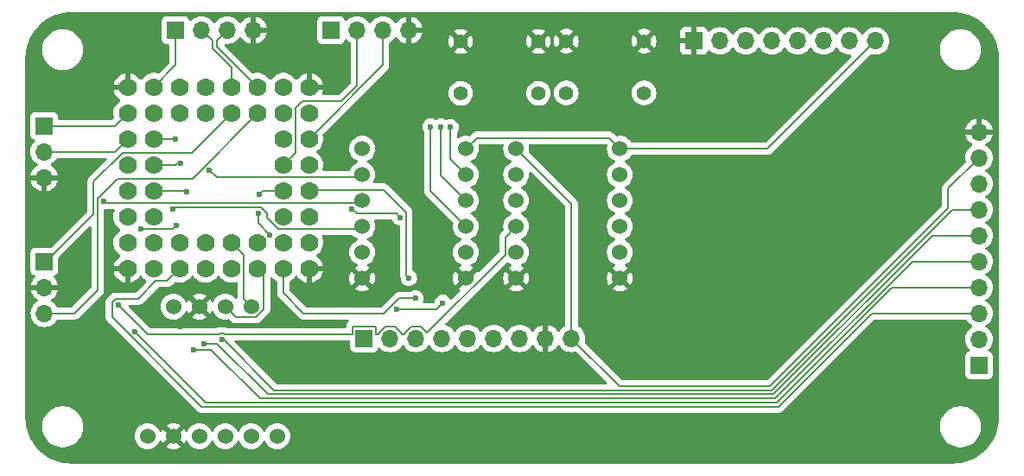
<source format=gbr>
%TF.GenerationSoftware,KiCad,Pcbnew,8.0.4*%
%TF.CreationDate,2024-08-08T16:53:51-05:00*%
%TF.ProjectId,GP2040-RE,47503230-3430-42d5-9245-2e6b69636164,rev?*%
%TF.SameCoordinates,Original*%
%TF.FileFunction,Copper,L1,Top*%
%TF.FilePolarity,Positive*%
%FSLAX46Y46*%
G04 Gerber Fmt 4.6, Leading zero omitted, Abs format (unit mm)*
G04 Created by KiCad (PCBNEW 8.0.4) date 2024-08-08 16:53:51*
%MOMM*%
%LPD*%
G01*
G04 APERTURE LIST*
%TA.AperFunction,ComponentPad*%
%ADD10R,1.700000X1.700000*%
%TD*%
%TA.AperFunction,ComponentPad*%
%ADD11O,1.700000X1.700000*%
%TD*%
%TA.AperFunction,ComponentPad*%
%ADD12C,1.524000*%
%TD*%
%TA.AperFunction,ComponentPad*%
%ADD13C,1.397000*%
%TD*%
%TA.AperFunction,ComponentPad*%
%ADD14C,1.778000*%
%TD*%
%TA.AperFunction,ViaPad*%
%ADD15C,0.600000*%
%TD*%
%TA.AperFunction,Conductor*%
%ADD16C,0.200000*%
%TD*%
G04 APERTURE END LIST*
D10*
%TO.P,J13,1,Pin_1*%
%TO.N,VBUS*%
X167640000Y-53060600D03*
D11*
%TO.P,J13,2,Pin_2*%
%TO.N,/D+*%
X170180000Y-53060600D03*
%TO.P,J13,3,Pin_3*%
%TO.N,/D-*%
X172720000Y-53060600D03*
%TO.P,J13,4,Pin_4*%
%TO.N,GND*%
X175260000Y-53060600D03*
%TD*%
D12*
%TO.P,U3,1,LV*%
%TO.N,VCC*%
X185928000Y-64691800D03*
%TO.P,U3,2,A1*%
%TO.N,/3v3_BlueSolid*%
X185928000Y-67231800D03*
%TO.P,U3,3,A2*%
%TO.N,/3v3_GreenStripe*%
X185928000Y-69771800D03*
%TO.P,U3,4,A3*%
%TO.N,/3v3_OrangeSolid*%
X185928000Y-72311800D03*
%TO.P,U3,5,A4*%
%TO.N,unconnected-(U3-A4-Pad5)*%
X185928000Y-74851800D03*
%TO.P,U3,6,GND*%
%TO.N,GND*%
X185928000Y-77391800D03*
%TO.P,U3,7,HV*%
%TO.N,/ConsoleVoltage*%
X196088000Y-64691800D03*
%TO.P,U3,8,B1*%
%TO.N,/BlueSolid*%
X196088000Y-67231800D03*
%TO.P,U3,9,B2*%
%TO.N,/GreenStripe*%
X196088000Y-69771800D03*
%TO.P,U3,10,B3*%
%TO.N,/OrangeSolid*%
X196088000Y-72311800D03*
%TO.P,U3,11,B4*%
%TO.N,unconnected-(U3-B4-Pad11)*%
X196088000Y-74851800D03*
%TO.P,U3,12,GND*%
%TO.N,GND*%
X196088000Y-77391800D03*
%TD*%
D10*
%TO.P,J10,1,Pin_1*%
%TO.N,unconnected-(J10-Pin_1-Pad1)*%
X246355000Y-85906600D03*
D11*
%TO.P,J10,2,Pin_2*%
%TO.N,unconnected-(J10-Pin_2-Pad2)*%
X246355000Y-83366600D03*
%TO.P,J10,3,Pin_3*%
%TO.N,/LCD_MOSI*%
X246355000Y-80826600D03*
%TO.P,J10,4,Pin_4*%
%TO.N,/LCD_CLOCK*%
X246355000Y-78286600D03*
%TO.P,J10,5,Pin_5*%
%TO.N,/LCD_COMMAND*%
X246355000Y-75746600D03*
%TO.P,J10,6,Pin_6*%
%TO.N,/LCD_RESET*%
X246355000Y-73206600D03*
%TO.P,J10,7,Pin_7*%
%TO.N,/LCD_CS*%
X246355000Y-70666600D03*
%TO.P,J10,8,Pin_8*%
%TO.N,unconnected-(J10-Pin_8-Pad8)*%
X246355000Y-68126600D03*
%TO.P,J10,9,Pin_9*%
%TO.N,VCC*%
X246355000Y-65586600D03*
%TO.P,J10,10,Pin_10*%
%TO.N,GND*%
X246355000Y-63046600D03*
%TD*%
D10*
%TO.P,J11,1,Pin_1*%
%TO.N,/SWCLK*%
X154787600Y-75746600D03*
D11*
%TO.P,J11,2,Pin_2*%
%TO.N,GND*%
X154787600Y-78286600D03*
%TO.P,J11,3,Pin_3*%
%TO.N,/SWDIO*%
X154787600Y-80826600D03*
%TD*%
D10*
%TO.P,J12,1,Pin_1*%
%TO.N,/UART0_TX*%
X154761800Y-62452000D03*
D11*
%TO.P,J12,2,Pin_2*%
%TO.N,/UART0_RX*%
X154761800Y-64992000D03*
%TO.P,J12,3,Pin_3*%
%TO.N,GND*%
X154761800Y-67532000D03*
%TD*%
D13*
%TO.P,SW1,1,A*%
%TO.N,GND*%
X205917800Y-54152800D03*
X213537800Y-54152800D03*
%TO.P,SW1,2,B*%
%TO.N,Net-(SW1-B)*%
X205917800Y-59232800D03*
X213537800Y-59232800D03*
%TD*%
D11*
%TO.P,J8,8,Pin_8*%
%TO.N,/ConsoleVoltage*%
X236220000Y-54127800D03*
%TO.P,J8,7,Pin_7*%
%TO.N,/BrownStripe*%
X233680000Y-54127800D03*
%TO.P,J8,6,Pin_6*%
%TO.N,/GreenSolid*%
X231140000Y-54127800D03*
%TO.P,J8,5,Pin_5*%
%TO.N,/BlueStripe*%
X228600000Y-54127800D03*
%TO.P,J8,4,Pin_4*%
%TO.N,/BlueSolid*%
X226060000Y-54127800D03*
%TO.P,J8,3,Pin_3*%
%TO.N,/GreenStripe*%
X223520000Y-54127800D03*
%TO.P,J8,2,Pin_2*%
%TO.N,/OrangeSolid*%
X220980000Y-54127800D03*
D10*
%TO.P,J8,1,Pin_1*%
%TO.N,GND*%
X218440000Y-54127800D03*
%TD*%
D12*
%TO.P,U2,1,LV*%
%TO.N,VCC*%
X201015600Y-64691800D03*
%TO.P,U2,2,A1*%
%TO.N,/3v3_BrownStripe*%
X201015600Y-67231800D03*
%TO.P,U2,3,A2*%
%TO.N,/3v3_GreenSolid*%
X201015600Y-69771800D03*
%TO.P,U2,4,A3*%
%TO.N,/3v3_BlueStripe*%
X201015600Y-72311800D03*
%TO.P,U2,5,A4*%
%TO.N,unconnected-(U2-A4-Pad5)*%
X201015600Y-74851800D03*
%TO.P,U2,6,GND*%
%TO.N,GND*%
X201015600Y-77391800D03*
%TO.P,U2,7,HV*%
%TO.N,/ConsoleVoltage*%
X211175600Y-64691800D03*
%TO.P,U2,8,B1*%
%TO.N,/BrownStripe*%
X211175600Y-67231800D03*
%TO.P,U2,9,B2*%
%TO.N,/GreenSolid*%
X211175600Y-69771800D03*
%TO.P,U2,10,B3*%
%TO.N,/BlueStripe*%
X211175600Y-72311800D03*
%TO.P,U2,11,B4*%
%TO.N,unconnected-(U2-B4-Pad11)*%
X211175600Y-74851800D03*
%TO.P,U2,12,GND*%
%TO.N,GND*%
X211175600Y-77391800D03*
%TD*%
D10*
%TO.P,J9,1,Pin_1*%
%TO.N,/SD_DETECT*%
X186115800Y-83287000D03*
D11*
%TO.P,J9,2,Pin_2*%
%TO.N,/SD_DATA2*%
X188655800Y-83287000D03*
%TO.P,J9,3,Pin_3*%
%TO.N,/SD_DATA1*%
X191195800Y-83287000D03*
%TO.P,J9,4,Pin_4*%
%TO.N,/SD_DATA3*%
X193735800Y-83287000D03*
%TO.P,J9,5,Pin_5*%
%TO.N,/SD_COMMAND*%
X196275800Y-83287000D03*
%TO.P,J9,6,Pin_6*%
%TO.N,/SD_DATA0*%
X198815800Y-83287000D03*
%TO.P,J9,7,Pin_7*%
%TO.N,/SD_CLOCK*%
X201355800Y-83287000D03*
%TO.P,J9,8,Pin_8*%
%TO.N,GND*%
X203895800Y-83287000D03*
%TO.P,J9,9,Pin_9*%
%TO.N,VCC*%
X206435800Y-83287000D03*
%TD*%
D12*
%TO.P,U4,1,VCC_IN*%
%TO.N,VCC*%
X164894800Y-92862400D03*
%TO.P,U4,2,GND_IN*%
%TO.N,GND*%
X167434800Y-92862400D03*
%TO.P,U4,3,SCL_IN*%
%TO.N,unconnected-(U4-SCL_IN-Pad3)*%
X169974800Y-92862400D03*
%TO.P,U4,4,SDA_IN*%
%TO.N,unconnected-(U4-SDA_IN-Pad4)*%
X172514800Y-92862400D03*
%TO.P,U4,5,EN*%
%TO.N,unconnected-(U4-EN-Pad5)*%
X175054800Y-92862400D03*
%TO.P,U4,6,RDY*%
%TO.N,unconnected-(U4-RDY-Pad6)*%
X177594800Y-92862400D03*
%TO.P,U4,7,VCC_OUT*%
%TO.N,VCC*%
X167434800Y-80162400D03*
%TO.P,U4,8,GND_OUT*%
%TO.N,GND*%
X169974800Y-80162400D03*
%TO.P,U4,9,SCL_OUT*%
%TO.N,/SCL*%
X172514800Y-80162400D03*
%TO.P,U4,10,SDA_OUT*%
%TO.N,/SDA*%
X175054800Y-80162400D03*
%TD*%
D11*
%TO.P,J1,4,Pin_4*%
%TO.N,GND*%
X190500000Y-53060600D03*
%TO.P,J1,3,Pin_3*%
%TO.N,/SCL_1*%
X187960000Y-53060600D03*
%TO.P,J1,2,Pin_2*%
%TO.N,/SDA_1*%
X185420000Y-53060600D03*
D10*
%TO.P,J1,1,Pin_1*%
%TO.N,VCC*%
X182880000Y-53060600D03*
%TD*%
D14*
%TO.P,U1,H8,GND*%
%TO.N,GND*%
X180721000Y-76428600D03*
%TO.P,U1,H7,GPIO19*%
%TO.N,/SD_COMMAND*%
X178181000Y-76428600D03*
%TO.P,U1,H6,GPIO17*%
%TO.N,/SCL*%
X175641000Y-76428600D03*
%TO.P,U1,H5,GPIO15*%
%TO.N,unconnected-(U1-GPIO15-PadH5)*%
X173101000Y-76428600D03*
%TO.P,U1,H4,GPIO13*%
%TO.N,/LCD_RESET*%
X170561000Y-76428600D03*
%TO.P,U1,H3,GPIO11*%
%TO.N,/LCD_MOSI*%
X168021000Y-76428600D03*
%TO.P,U1,H2,GPIO10*%
%TO.N,/LCD_CLOCK*%
X165481000Y-76428600D03*
%TO.P,U1,H1,GND*%
%TO.N,GND*%
X162941000Y-76428600D03*
%TO.P,U1,G8,GPIO20*%
%TO.N,/SD_DATA0*%
X180721000Y-73888600D03*
%TO.P,U1,G7,GND*%
%TO.N,GND*%
X178181000Y-73888600D03*
%TO.P,U1,G6,GPIO18*%
%TO.N,/SD_CLOCK*%
X175641000Y-73888600D03*
%TO.P,U1,G5,GPIO16*%
%TO.N,/SDA*%
X173101000Y-73888600D03*
%TO.P,U1,G4,GPIO14*%
%TO.N,/LCD_CS*%
X170561000Y-73888600D03*
%TO.P,U1,G3,GPIO12*%
%TO.N,/LCD_COMMAND*%
X168021000Y-73888600D03*
%TO.P,U1,G2,GND*%
%TO.N,GND*%
X165481000Y-73888600D03*
%TO.P,U1,G1,GPIO9*%
%TO.N,unconnected-(U1-GPIO9-PadG1)*%
X162941000Y-73888600D03*
%TO.P,U1,F8,GPIO21*%
%TO.N,/SD_DATA1*%
X180721000Y-71348600D03*
%TO.P,U1,F7,GPIO22*%
%TO.N,/SD_DATA2*%
X178181000Y-71348600D03*
%TO.P,U1,F2,GPIO8*%
%TO.N,unconnected-(U1-GPIO8-PadF2)*%
X165481000Y-71348600D03*
%TO.P,U1,F1,GPIO7*%
%TO.N,/3v3_BrownStripe*%
X162941000Y-71348600D03*
%TO.P,U1,E8,GPIO23*%
%TO.N,/SD_DATA3*%
X180721000Y-68808600D03*
%TO.P,U1,E7,GPIO24*%
%TO.N,/SD_DETECT*%
X178181000Y-68808600D03*
%TO.P,U1,E2,GPIO6*%
%TO.N,/3v3_GreenSolid*%
X165481000Y-68808600D03*
%TO.P,U1,E1,GPIO5*%
%TO.N,/3v3_BlueStripe*%
X162941000Y-68808600D03*
%TO.P,U1,D8,GPIO25*%
%TO.N,unconnected-(U1-GPIO25-PadD8)*%
X180721000Y-66268600D03*
%TO.P,U1,D7,GPIO26/ADC0*%
%TO.N,/SDA_1*%
X178181000Y-66268600D03*
%TO.P,U1,D2,GPIO4*%
%TO.N,/3v3_BlueSolid*%
X165481000Y-66268600D03*
%TO.P,U1,D1,GPIO3*%
%TO.N,/3v3_GreenStripe*%
X162941000Y-66268600D03*
%TO.P,U1,C8,GPIO27/ADC1*%
%TO.N,/SCL_1*%
X180721000Y-63728600D03*
%TO.P,U1,C7,GPIO28/ADC2*%
%TO.N,unconnected-(U1-GPIO28{slash}ADC2-PadC7)*%
X178181000Y-63728600D03*
%TO.P,U1,C2,GPIO2*%
%TO.N,/3v3_OrangeSolid*%
X165481000Y-63728600D03*
%TO.P,U1,C1,GPIO1*%
%TO.N,/UART0_RX*%
X162941000Y-63728600D03*
%TO.P,U1,B8,GPIO29/ADC3*%
%TO.N,unconnected-(U1-GPIO29{slash}ADC3-PadB8)*%
X180721000Y-61188600D03*
%TO.P,U1,B7,GND*%
%TO.N,GND*%
X178181000Y-61188600D03*
%TO.P,U1,B6,SWDIO*%
%TO.N,/SWDIO*%
X175641000Y-61188600D03*
%TO.P,U1,B5,SWCLK*%
%TO.N,/SWCLK*%
X173101000Y-61188600D03*
%TO.P,U1,B4,ADC_VREF*%
%TO.N,unconnected-(U1-ADC_VREF-PadB4)*%
X170561000Y-61188600D03*
%TO.P,U1,B3,3V3*%
%TO.N,VCC*%
X168021000Y-61188600D03*
%TO.P,U1,B2,GND*%
%TO.N,GND*%
X165481000Y-61188600D03*
%TO.P,U1,B1,GPIO0*%
%TO.N,/UART0_TX*%
X162941000Y-61188600D03*
%TO.P,U1,A8,GND*%
%TO.N,GND*%
X180721000Y-58648600D03*
%TO.P,U1,A7,BOOTSEL*%
%TO.N,Net-(SW2-B)*%
X178181000Y-58648600D03*
%TO.P,U1,A6,USB_DM*%
%TO.N,/D-*%
X175641000Y-58648600D03*
%TO.P,U1,A5,USB_DP*%
%TO.N,/D+*%
X173101000Y-58648600D03*
%TO.P,U1,A4,RUN*%
%TO.N,Net-(SW1-B)*%
X170561000Y-58648600D03*
%TO.P,U1,A3,3V3_EN*%
%TO.N,unconnected-(U1-3V3_EN-PadA3)*%
X168021000Y-58648600D03*
%TO.P,U1,A2,VBUS*%
%TO.N,VBUS*%
X165481000Y-58648600D03*
%TO.P,U1,A1,GND*%
%TO.N,GND*%
X162941000Y-58648600D03*
%TD*%
D13*
%TO.P,SW2,1,A*%
%TO.N,GND*%
X195580000Y-54178200D03*
X203200000Y-54178200D03*
%TO.P,SW2,2,B*%
%TO.N,Net-(SW2-B)*%
X195580000Y-59258200D03*
X203200000Y-59258200D03*
%TD*%
D15*
%TO.N,GND*%
X168148000Y-82096600D03*
X163830000Y-80318600D03*
X172212000Y-78540600D03*
X177038000Y-81588600D03*
X179070000Y-78286600D03*
X187706000Y-74476600D03*
X187960000Y-79302600D03*
X184404000Y-79810600D03*
X198120000Y-91494600D03*
X211582000Y-91240600D03*
X211582000Y-86668600D03*
X198374000Y-86668600D03*
X207010000Y-86668600D03*
X158750000Y-73968600D03*
X191516000Y-72190600D03*
X183134000Y-74476600D03*
%TO.N,/LCD_CLOCK*%
X163652200Y-82600800D03*
%TO.N,/LCD_COMMAND*%
X169418000Y-84382600D03*
%TO.N,/LCD_RESET*%
X170434000Y-83782600D03*
%TO.N,/LCD_CS*%
X172155565Y-83423035D03*
%TO.N,/OrangeSolid*%
X192633600Y-62534800D03*
%TO.N,/GreenStripe*%
X193649600Y-62534800D03*
%TO.N,/BlueSolid*%
X194589400Y-62611000D03*
%TO.N,/SD_DATA0*%
X189306200Y-80416400D03*
X193827400Y-79806800D03*
%TO.N,/SD_COMMAND*%
X191135000Y-79349600D03*
%TO.N,/SD_DATA3*%
X190500000Y-77375935D03*
%TO.N,/SD_DETECT*%
X175818800Y-69164200D03*
X176860200Y-73152000D03*
X175717200Y-71034200D03*
%TO.N,/3v3_BlueStripe*%
X162001200Y-79984600D03*
%TO.N,/3v3_GreenSolid*%
X168757600Y-68961000D03*
X189661800Y-71433800D03*
X184929170Y-70597600D03*
%TO.N,/3v3_BrownStripe*%
X164211000Y-72593200D03*
X167690800Y-72237600D03*
%TO.N,/3v3_OrangeSolid*%
X167589200Y-63779400D03*
X167335200Y-70597600D03*
%TO.N,/3v3_GreenStripe*%
X160604200Y-69850000D03*
%TO.N,/3v3_BlueSolid*%
X168097200Y-66141600D03*
X170967400Y-66776600D03*
%TD*%
D16*
%TO.N,/3v3_BlueStripe*%
X199953600Y-75077600D02*
X199953600Y-73373800D01*
X192283173Y-82748027D02*
X199953600Y-75077600D01*
X190719454Y-82137000D02*
X191672146Y-82137000D01*
X191672146Y-82137000D02*
X192283173Y-82748027D01*
X190045800Y-82858600D02*
X190045800Y-82810654D01*
X190045800Y-82810654D02*
X190719454Y-82137000D01*
X189805800Y-82858600D02*
X190045800Y-82858600D01*
X199953600Y-73373800D02*
X201015600Y-72311800D01*
X189132146Y-82137000D02*
X189805800Y-82810654D01*
X188179454Y-82137000D02*
X189132146Y-82137000D01*
X187505800Y-82810654D02*
X188179454Y-82137000D01*
X187265800Y-82858600D02*
X187505800Y-82858600D01*
X187265800Y-82137000D02*
X187265800Y-82858600D01*
X189805800Y-82810654D02*
X189805800Y-82858600D01*
X184965800Y-82137000D02*
X187265800Y-82137000D01*
X171871471Y-82858600D02*
X171907036Y-82823035D01*
X184965800Y-82858600D02*
X184965800Y-82137000D01*
X172439659Y-82858600D02*
X184965800Y-82858600D01*
X162001200Y-79984600D02*
X164875200Y-82858600D01*
X187505800Y-82858600D02*
X187505800Y-82810654D01*
X164875200Y-82858600D02*
X171871471Y-82858600D01*
X171907036Y-82823035D02*
X172404094Y-82823035D01*
X172404094Y-82823035D02*
X172439659Y-82858600D01*
%TO.N,/LCD_CS*%
X226051800Y-88370600D02*
X243755800Y-70666600D01*
X177296000Y-88370600D02*
X226051800Y-88370600D01*
X172155565Y-83423035D02*
X172348435Y-83423035D01*
X172348435Y-83423035D02*
X177296000Y-88370600D01*
X243755800Y-70666600D02*
X246355000Y-70666600D01*
%TO.N,/LCD_RESET*%
X176654600Y-88770600D02*
X226217486Y-88770600D01*
X171666600Y-83782600D02*
X176654600Y-88770600D01*
X226217486Y-88770600D02*
X241781486Y-73206600D01*
X241781486Y-73206600D02*
X246355000Y-73206600D01*
X170434000Y-83782600D02*
X171666600Y-83782600D01*
%TO.N,/LCD_COMMAND*%
X226383172Y-89170600D02*
X239807172Y-75746600D01*
X175886200Y-89170600D02*
X226383172Y-89170600D01*
X171098200Y-84382600D02*
X175886200Y-89170600D01*
X169418000Y-84382600D02*
X171098200Y-84382600D01*
X239807172Y-75746600D02*
X246355000Y-75746600D01*
%TO.N,VCC*%
X211119400Y-87970600D02*
X206435800Y-83287000D01*
X243355800Y-70500915D02*
X225886115Y-87970600D01*
X225886115Y-87970600D02*
X211119400Y-87970600D01*
X246355000Y-65586600D02*
X243355800Y-68585800D01*
X243355800Y-68585800D02*
X243355800Y-70500915D01*
%TO.N,/LCD_CLOCK*%
X237832858Y-78286600D02*
X246355000Y-78286600D01*
X170622000Y-89570600D02*
X226548858Y-89570600D01*
X226548858Y-89570600D02*
X237832858Y-78286600D01*
X163652200Y-82600800D02*
X170622000Y-89570600D01*
%TO.N,/LCD_MOSI*%
X226714544Y-89970600D02*
X235858544Y-80826600D01*
X235858544Y-80826600D02*
X246355000Y-80826600D01*
X161401200Y-81198329D02*
X170173471Y-89970600D01*
X170173471Y-89970600D02*
X226714544Y-89970600D01*
X161752671Y-79384600D02*
X161401200Y-79736071D01*
X161401200Y-79736071D02*
X161401200Y-81198329D01*
X164002000Y-79384600D02*
X161752671Y-79384600D01*
X166776400Y-77673200D02*
X165713400Y-77673200D01*
X165713400Y-77673200D02*
X164002000Y-79384600D01*
X168021000Y-76428600D02*
X166776400Y-77673200D01*
%TO.N,/SWDIO*%
X175641000Y-61254471D02*
X175641000Y-61188600D01*
X169275871Y-67619600D02*
X175641000Y-61254471D01*
X161986071Y-67619600D02*
X169275871Y-67619600D01*
X160004200Y-78556400D02*
X160004200Y-69601471D01*
X157734000Y-80826600D02*
X160004200Y-78556400D01*
X154787600Y-80826600D02*
X157734000Y-80826600D01*
X160004200Y-69601471D02*
X161986071Y-67619600D01*
%TO.N,/SD_DATA3*%
X188028105Y-68709800D02*
X180819800Y-68709800D01*
X190261800Y-77137735D02*
X190261800Y-70943495D01*
X190500000Y-77375935D02*
X190261800Y-77137735D01*
X180819800Y-68709800D02*
X180721000Y-68808600D01*
X190261800Y-70943495D02*
X188028105Y-68709800D01*
%TO.N,/SD_COMMAND*%
X178181000Y-78818100D02*
X178181000Y-76428600D01*
X180189500Y-80826600D02*
X178181000Y-78818100D01*
X189524471Y-79349600D02*
X188047471Y-80826600D01*
X191135000Y-79349600D02*
X189524471Y-79349600D01*
X188047471Y-80826600D02*
X180189500Y-80826600D01*
%TO.N,/SDA_1*%
X179370000Y-60696100D02*
X179370000Y-65079600D01*
X180066500Y-59999600D02*
X179370000Y-60696100D01*
X183884314Y-59999600D02*
X180066500Y-59999600D01*
X185420000Y-58463914D02*
X183884314Y-59999600D01*
X185420000Y-53060600D02*
X185420000Y-58463914D01*
X179370000Y-65079600D02*
X178181000Y-66268600D01*
%TO.N,/UART0_RX*%
X154761800Y-64992000D02*
X161677600Y-64992000D01*
X161677600Y-64992000D02*
X162941000Y-63728600D01*
%TO.N,/UART0_TX*%
X161677600Y-62452000D02*
X162941000Y-61188600D01*
X154761800Y-62452000D02*
X161677600Y-62452000D01*
%TO.N,/SWCLK*%
X162448500Y-65079600D02*
X169210000Y-65079600D01*
X159604200Y-67923900D02*
X162448500Y-65079600D01*
X159604200Y-71082400D02*
X159604200Y-67923900D01*
X154940000Y-75746600D02*
X159604200Y-71082400D01*
X169210000Y-65079600D02*
X173101000Y-61188600D01*
X154787600Y-75746600D02*
X154940000Y-75746600D01*
%TO.N,/D-*%
X171675001Y-54682601D02*
X175641000Y-58648600D01*
X171675001Y-54105599D02*
X171675001Y-54682601D01*
X172720000Y-53060600D02*
X171675001Y-54105599D01*
%TO.N,/D+*%
X173101000Y-56744997D02*
X173101000Y-58648600D01*
X171224999Y-54868996D02*
X173101000Y-56744997D01*
X171224999Y-54105599D02*
X171224999Y-54868996D01*
X170180000Y-53060600D02*
X171224999Y-54105599D01*
%TO.N,VBUS*%
X167640000Y-56489600D02*
X165481000Y-58648600D01*
X167640000Y-53060600D02*
X167640000Y-56489600D01*
%TO.N,/SCL_1*%
X187960000Y-56489600D02*
X180721000Y-63728600D01*
X187960000Y-53060600D02*
X187960000Y-56489600D01*
%TO.N,/ConsoleVoltage*%
X225656000Y-64691800D02*
X236220000Y-54127800D01*
X211175600Y-64691800D02*
X225656000Y-64691800D01*
%TO.N,/OrangeSolid*%
X192633600Y-68857400D02*
X196088000Y-72311800D01*
X192633600Y-62534800D02*
X192633600Y-68857400D01*
%TO.N,/GreenStripe*%
X193649600Y-62534800D02*
X193649600Y-67333400D01*
X193649600Y-67333400D02*
X196088000Y-69771800D01*
%TO.N,/BlueSolid*%
X194589400Y-65733200D02*
X196088000Y-67231800D01*
X194589400Y-62611000D02*
X194589400Y-65733200D01*
%TO.N,/ConsoleVoltage*%
X197150000Y-63629800D02*
X210113600Y-63629800D01*
X196088000Y-64691800D02*
X197150000Y-63629800D01*
X210113600Y-63629800D02*
X211175600Y-64691800D01*
%TO.N,VCC*%
X206435800Y-70112000D02*
X206435800Y-83287000D01*
X201015600Y-64691800D02*
X206435800Y-70112000D01*
%TO.N,/SD_DATA0*%
X193217800Y-80416400D02*
X193827400Y-79806800D01*
X189306200Y-80416400D02*
X193217800Y-80416400D01*
%TO.N,/3v3_OrangeSolid*%
X167473200Y-70459600D02*
X167335200Y-70597600D01*
X175443271Y-70459600D02*
X167473200Y-70459600D01*
X175468671Y-70434200D02*
X175443271Y-70459600D01*
X175965729Y-70434200D02*
X175468671Y-70434200D01*
X176570100Y-71419200D02*
X176570100Y-71038571D01*
X185702200Y-72537600D02*
X177688500Y-72537600D01*
X177688500Y-72537600D02*
X176570100Y-71419200D01*
X176570100Y-71038571D02*
X175965729Y-70434200D01*
X185928000Y-72311800D02*
X185702200Y-72537600D01*
%TO.N,/SD_DETECT*%
X176174400Y-68808600D02*
X178181000Y-68808600D01*
X175818800Y-69164200D02*
X176174400Y-68808600D01*
X176860200Y-73152000D02*
X175717200Y-72009000D01*
X175717200Y-72009000D02*
X175717200Y-71034200D01*
%TO.N,/3v3_GreenSolid*%
X185375370Y-71043800D02*
X189271800Y-71043800D01*
X184929170Y-70597600D02*
X185375370Y-71043800D01*
X189271800Y-71043800D02*
X189661800Y-71433800D01*
X168605200Y-68808600D02*
X165481000Y-68808600D01*
X168757600Y-68961000D02*
X168605200Y-68808600D01*
%TO.N,/3v3_BrownStripe*%
X167335200Y-72593200D02*
X167690800Y-72237600D01*
X164211000Y-72593200D02*
X167335200Y-72593200D01*
%TO.N,/3v3_OrangeSolid*%
X167589200Y-63779400D02*
X167436800Y-63779400D01*
X167436800Y-63779400D02*
X167386000Y-63728600D01*
X167386000Y-63728600D02*
X165481000Y-63728600D01*
%TO.N,/3v3_GreenStripe*%
X160751800Y-69997600D02*
X160604200Y-69850000D01*
X185702200Y-69997600D02*
X160751800Y-69997600D01*
X185928000Y-69771800D02*
X185702200Y-69997600D01*
%TO.N,/3v3_BlueSolid*%
X167665400Y-66268600D02*
X165481000Y-66268600D01*
X167792400Y-66141600D02*
X167665400Y-66268600D01*
X168097200Y-66141600D02*
X167792400Y-66141600D01*
X171648400Y-67457600D02*
X170967400Y-66776600D01*
X185702200Y-67457600D02*
X171648400Y-67457600D01*
X185928000Y-67231800D02*
X185702200Y-67457600D01*
%TO.N,/SCL*%
X176301400Y-77089000D02*
X175641000Y-76428600D01*
X176301400Y-80417695D02*
X176301400Y-77089000D01*
X175494695Y-81224400D02*
X176301400Y-80417695D01*
X172514800Y-80162400D02*
X173576800Y-81224400D01*
X173576800Y-81224400D02*
X175494695Y-81224400D01*
%TO.N,/SDA*%
X174292801Y-75080401D02*
X173101000Y-73888600D01*
X174292801Y-79400401D02*
X174292801Y-75080401D01*
X175054800Y-80162400D02*
X174292801Y-79400401D01*
%TD*%
%TA.AperFunction,Conductor*%
%TO.N,GND*%
G36*
X184708340Y-83478785D02*
G01*
X184754095Y-83531589D01*
X184765301Y-83583100D01*
X184765301Y-84184876D01*
X184771708Y-84244483D01*
X184822002Y-84379328D01*
X184822006Y-84379335D01*
X184908252Y-84494544D01*
X184908255Y-84494547D01*
X185023464Y-84580793D01*
X185023471Y-84580797D01*
X185158317Y-84631091D01*
X185158316Y-84631091D01*
X185165244Y-84631835D01*
X185217927Y-84637500D01*
X187013672Y-84637499D01*
X187073283Y-84631091D01*
X187208131Y-84580796D01*
X187323346Y-84494546D01*
X187409596Y-84379331D01*
X187458610Y-84247916D01*
X187500481Y-84191984D01*
X187565945Y-84167566D01*
X187634218Y-84182417D01*
X187662473Y-84203569D01*
X187784399Y-84325495D01*
X187865948Y-84382596D01*
X187977965Y-84461032D01*
X187977967Y-84461033D01*
X187977970Y-84461035D01*
X188192137Y-84560903D01*
X188192143Y-84560904D01*
X188192144Y-84560905D01*
X188222889Y-84569143D01*
X188420392Y-84622063D01*
X188596834Y-84637500D01*
X188655799Y-84642659D01*
X188655800Y-84642659D01*
X188655801Y-84642659D01*
X188714766Y-84637500D01*
X188891208Y-84622063D01*
X189119463Y-84560903D01*
X189333630Y-84461035D01*
X189527201Y-84325495D01*
X189694295Y-84158401D01*
X189824225Y-83972842D01*
X189878802Y-83929217D01*
X189948300Y-83922023D01*
X190010655Y-83953546D01*
X190027375Y-83972842D01*
X190157081Y-84158082D01*
X190157305Y-84158401D01*
X190324399Y-84325495D01*
X190405948Y-84382596D01*
X190517965Y-84461032D01*
X190517967Y-84461033D01*
X190517970Y-84461035D01*
X190732137Y-84560903D01*
X190732143Y-84560904D01*
X190732144Y-84560905D01*
X190762889Y-84569143D01*
X190960392Y-84622063D01*
X191136834Y-84637500D01*
X191195799Y-84642659D01*
X191195800Y-84642659D01*
X191195801Y-84642659D01*
X191254766Y-84637500D01*
X191431208Y-84622063D01*
X191659463Y-84560903D01*
X191873630Y-84461035D01*
X192067201Y-84325495D01*
X192234295Y-84158401D01*
X192364225Y-83972842D01*
X192418802Y-83929217D01*
X192488300Y-83922023D01*
X192550655Y-83953546D01*
X192567375Y-83972842D01*
X192697081Y-84158082D01*
X192697305Y-84158401D01*
X192864399Y-84325495D01*
X192945948Y-84382596D01*
X193057965Y-84461032D01*
X193057967Y-84461033D01*
X193057970Y-84461035D01*
X193272137Y-84560903D01*
X193272143Y-84560904D01*
X193272144Y-84560905D01*
X193302889Y-84569143D01*
X193500392Y-84622063D01*
X193676834Y-84637500D01*
X193735799Y-84642659D01*
X193735800Y-84642659D01*
X193735801Y-84642659D01*
X193794766Y-84637500D01*
X193971208Y-84622063D01*
X194199463Y-84560903D01*
X194413630Y-84461035D01*
X194607201Y-84325495D01*
X194774295Y-84158401D01*
X194904225Y-83972842D01*
X194958802Y-83929217D01*
X195028300Y-83922023D01*
X195090655Y-83953546D01*
X195107375Y-83972842D01*
X195237081Y-84158082D01*
X195237305Y-84158401D01*
X195404399Y-84325495D01*
X195485948Y-84382596D01*
X195597965Y-84461032D01*
X195597967Y-84461033D01*
X195597970Y-84461035D01*
X195812137Y-84560903D01*
X195812143Y-84560904D01*
X195812144Y-84560905D01*
X195842889Y-84569143D01*
X196040392Y-84622063D01*
X196216834Y-84637500D01*
X196275799Y-84642659D01*
X196275800Y-84642659D01*
X196275801Y-84642659D01*
X196334766Y-84637500D01*
X196511208Y-84622063D01*
X196739463Y-84560903D01*
X196953630Y-84461035D01*
X197147201Y-84325495D01*
X197314295Y-84158401D01*
X197444225Y-83972842D01*
X197498802Y-83929217D01*
X197568300Y-83922023D01*
X197630655Y-83953546D01*
X197647375Y-83972842D01*
X197777081Y-84158082D01*
X197777305Y-84158401D01*
X197944399Y-84325495D01*
X198025948Y-84382596D01*
X198137965Y-84461032D01*
X198137967Y-84461033D01*
X198137970Y-84461035D01*
X198352137Y-84560903D01*
X198352143Y-84560904D01*
X198352144Y-84560905D01*
X198382889Y-84569143D01*
X198580392Y-84622063D01*
X198756834Y-84637500D01*
X198815799Y-84642659D01*
X198815800Y-84642659D01*
X198815801Y-84642659D01*
X198874766Y-84637500D01*
X199051208Y-84622063D01*
X199279463Y-84560903D01*
X199493630Y-84461035D01*
X199687201Y-84325495D01*
X199854295Y-84158401D01*
X199984225Y-83972842D01*
X200038802Y-83929217D01*
X200108300Y-83922023D01*
X200170655Y-83953546D01*
X200187375Y-83972842D01*
X200317081Y-84158082D01*
X200317305Y-84158401D01*
X200484399Y-84325495D01*
X200565948Y-84382596D01*
X200677965Y-84461032D01*
X200677967Y-84461033D01*
X200677970Y-84461035D01*
X200892137Y-84560903D01*
X200892143Y-84560904D01*
X200892144Y-84560905D01*
X200922889Y-84569143D01*
X201120392Y-84622063D01*
X201296834Y-84637500D01*
X201355799Y-84642659D01*
X201355800Y-84642659D01*
X201355801Y-84642659D01*
X201414766Y-84637500D01*
X201591208Y-84622063D01*
X201819463Y-84560903D01*
X202033630Y-84461035D01*
X202227201Y-84325495D01*
X202394295Y-84158401D01*
X202524530Y-83972405D01*
X202579107Y-83928781D01*
X202648605Y-83921587D01*
X202710960Y-83953110D01*
X202727679Y-83972405D01*
X202857690Y-84158078D01*
X203024717Y-84325105D01*
X203218221Y-84460600D01*
X203432307Y-84560429D01*
X203432316Y-84560433D01*
X203645800Y-84617634D01*
X203645800Y-83720012D01*
X203702807Y-83752925D01*
X203829974Y-83787000D01*
X203961626Y-83787000D01*
X204088793Y-83752925D01*
X204145800Y-83720012D01*
X204145800Y-84617633D01*
X204359283Y-84560433D01*
X204359292Y-84560429D01*
X204573378Y-84460600D01*
X204766882Y-84325105D01*
X204933905Y-84158082D01*
X205063919Y-83972405D01*
X205118496Y-83928781D01*
X205187995Y-83921588D01*
X205250349Y-83953110D01*
X205267069Y-83972405D01*
X205397305Y-84158401D01*
X205564399Y-84325495D01*
X205645948Y-84382596D01*
X205757965Y-84461032D01*
X205757967Y-84461033D01*
X205757970Y-84461035D01*
X205972137Y-84560903D01*
X205972143Y-84560904D01*
X205972144Y-84560905D01*
X206002889Y-84569143D01*
X206200392Y-84622063D01*
X206376834Y-84637500D01*
X206435799Y-84642659D01*
X206435800Y-84642659D01*
X206435801Y-84642659D01*
X206494766Y-84637500D01*
X206671208Y-84622063D01*
X206799557Y-84587672D01*
X206869406Y-84589335D01*
X206919331Y-84619766D01*
X209857983Y-87558419D01*
X209891468Y-87619742D01*
X209886484Y-87689434D01*
X209844612Y-87745367D01*
X209779148Y-87769784D01*
X209770302Y-87770100D01*
X177596098Y-87770100D01*
X177529059Y-87750415D01*
X177508417Y-87733781D01*
X173445416Y-83670781D01*
X173411931Y-83609458D01*
X173416915Y-83539766D01*
X173458787Y-83483833D01*
X173524251Y-83459416D01*
X173533097Y-83459100D01*
X184641301Y-83459100D01*
X184708340Y-83478785D01*
G37*
%TD.AperFunction*%
%TA.AperFunction,Conductor*%
G36*
X202468271Y-66995908D02*
G01*
X202483226Y-67008661D01*
X205798981Y-70324416D01*
X205832466Y-70385739D01*
X205835300Y-70412097D01*
X205835300Y-81997908D01*
X205815615Y-82064947D01*
X205763714Y-82110286D01*
X205757973Y-82112963D01*
X205757969Y-82112965D01*
X205564397Y-82248505D01*
X205397308Y-82415594D01*
X205267069Y-82601595D01*
X205212492Y-82645219D01*
X205142993Y-82652412D01*
X205080639Y-82620890D01*
X205063919Y-82601594D01*
X204933913Y-82415926D01*
X204933908Y-82415920D01*
X204766882Y-82248894D01*
X204573378Y-82113399D01*
X204359292Y-82013570D01*
X204359286Y-82013567D01*
X204145800Y-81956364D01*
X204145800Y-82853988D01*
X204088793Y-82821075D01*
X203961626Y-82787000D01*
X203829974Y-82787000D01*
X203702807Y-82821075D01*
X203645800Y-82853988D01*
X203645800Y-81956364D01*
X203645799Y-81956364D01*
X203432313Y-82013567D01*
X203432307Y-82013570D01*
X203218222Y-82113399D01*
X203218220Y-82113400D01*
X203024726Y-82248886D01*
X203024720Y-82248891D01*
X202857691Y-82415920D01*
X202857690Y-82415922D01*
X202727680Y-82601595D01*
X202673103Y-82645219D01*
X202603604Y-82652412D01*
X202541250Y-82620890D01*
X202524530Y-82601594D01*
X202394294Y-82415597D01*
X202227202Y-82248506D01*
X202227195Y-82248501D01*
X202033634Y-82112967D01*
X202033630Y-82112965D01*
X202027885Y-82110286D01*
X201819463Y-82013097D01*
X201819459Y-82013096D01*
X201819455Y-82013094D01*
X201591213Y-81951938D01*
X201591203Y-81951936D01*
X201355801Y-81931341D01*
X201355799Y-81931341D01*
X201120396Y-81951936D01*
X201120386Y-81951938D01*
X200892144Y-82013094D01*
X200892135Y-82013098D01*
X200677971Y-82112964D01*
X200677969Y-82112965D01*
X200484397Y-82248505D01*
X200317305Y-82415597D01*
X200187375Y-82601158D01*
X200132798Y-82644783D01*
X200063300Y-82651977D01*
X200000945Y-82620454D01*
X199984225Y-82601158D01*
X199854294Y-82415597D01*
X199687202Y-82248506D01*
X199687195Y-82248501D01*
X199493634Y-82112967D01*
X199493630Y-82112965D01*
X199487885Y-82110286D01*
X199279463Y-82013097D01*
X199279459Y-82013096D01*
X199279455Y-82013094D01*
X199051213Y-81951938D01*
X199051203Y-81951936D01*
X198815801Y-81931341D01*
X198815799Y-81931341D01*
X198580396Y-81951936D01*
X198580386Y-81951938D01*
X198352144Y-82013094D01*
X198352135Y-82013098D01*
X198137971Y-82112964D01*
X198137969Y-82112965D01*
X197944397Y-82248505D01*
X197777305Y-82415597D01*
X197647375Y-82601158D01*
X197592798Y-82644783D01*
X197523300Y-82651977D01*
X197460945Y-82620454D01*
X197444225Y-82601158D01*
X197314294Y-82415597D01*
X197147202Y-82248506D01*
X197147195Y-82248501D01*
X196953634Y-82112967D01*
X196953630Y-82112965D01*
X196947885Y-82110286D01*
X196739463Y-82013097D01*
X196739459Y-82013096D01*
X196739455Y-82013094D01*
X196511213Y-81951938D01*
X196511203Y-81951936D01*
X196275801Y-81931341D01*
X196275799Y-81931341D01*
X196040396Y-81951936D01*
X196040386Y-81951938D01*
X195812144Y-82013094D01*
X195812135Y-82013098D01*
X195597971Y-82112964D01*
X195597969Y-82112965D01*
X195404397Y-82248505D01*
X195237305Y-82415597D01*
X195107375Y-82601158D01*
X195052798Y-82644783D01*
X194983300Y-82651977D01*
X194920945Y-82620454D01*
X194904225Y-82601158D01*
X194774294Y-82415597D01*
X194607202Y-82248506D01*
X194607195Y-82248501D01*
X194413634Y-82112967D01*
X194413630Y-82112965D01*
X194407885Y-82110286D01*
X194199463Y-82013097D01*
X194199459Y-82013096D01*
X194199455Y-82013094D01*
X194144979Y-81998498D01*
X194085318Y-81962133D01*
X194054789Y-81899287D01*
X194063083Y-81829911D01*
X194089388Y-81791045D01*
X200043199Y-75837234D01*
X200104520Y-75803751D01*
X200174212Y-75808735D01*
X200202001Y-75823342D01*
X200381933Y-75949331D01*
X200381935Y-75949332D01*
X200381938Y-75949334D01*
X200452008Y-75982008D01*
X200511381Y-76009694D01*
X200563820Y-76055866D01*
X200582972Y-76123060D01*
X200562756Y-76189941D01*
X200511381Y-76234458D01*
X200382190Y-76294701D01*
X200317411Y-76340058D01*
X200988153Y-77010800D01*
X200965440Y-77010800D01*
X200868539Y-77036764D01*
X200781660Y-77086924D01*
X200710724Y-77157860D01*
X200660564Y-77244739D01*
X200634600Y-77341640D01*
X200634600Y-77364353D01*
X199963858Y-76693611D01*
X199918501Y-76758390D01*
X199825179Y-76958520D01*
X199825175Y-76958529D01*
X199768026Y-77171813D01*
X199768024Y-77171823D01*
X199748779Y-77391799D01*
X199748779Y-77391800D01*
X199768024Y-77611776D01*
X199768026Y-77611786D01*
X199825175Y-77825070D01*
X199825180Y-77825084D01*
X199918498Y-78025205D01*
X199918501Y-78025211D01*
X199963858Y-78089987D01*
X199963859Y-78089988D01*
X200634600Y-77419247D01*
X200634600Y-77441960D01*
X200660564Y-77538861D01*
X200710724Y-77625740D01*
X200781660Y-77696676D01*
X200868539Y-77746836D01*
X200965440Y-77772800D01*
X200988153Y-77772800D01*
X200317410Y-78443540D01*
X200382190Y-78488899D01*
X200382192Y-78488900D01*
X200582315Y-78582219D01*
X200582329Y-78582224D01*
X200795613Y-78639373D01*
X200795623Y-78639375D01*
X201015599Y-78658621D01*
X201015601Y-78658621D01*
X201235576Y-78639375D01*
X201235586Y-78639373D01*
X201448870Y-78582224D01*
X201448884Y-78582219D01*
X201649007Y-78488900D01*
X201649017Y-78488894D01*
X201713788Y-78443541D01*
X201043048Y-77772800D01*
X201065760Y-77772800D01*
X201162661Y-77746836D01*
X201249540Y-77696676D01*
X201320476Y-77625740D01*
X201370636Y-77538861D01*
X201396600Y-77441960D01*
X201396600Y-77419247D01*
X202067341Y-78089988D01*
X202112694Y-78025217D01*
X202112700Y-78025207D01*
X202206019Y-77825084D01*
X202206024Y-77825070D01*
X202263173Y-77611786D01*
X202263175Y-77611776D01*
X202282421Y-77391800D01*
X202282421Y-77391799D01*
X202263175Y-77171823D01*
X202263173Y-77171813D01*
X202206024Y-76958529D01*
X202206020Y-76958520D01*
X202112696Y-76758386D01*
X202067341Y-76693611D01*
X202067340Y-76693610D01*
X201396600Y-77364351D01*
X201396600Y-77341640D01*
X201370636Y-77244739D01*
X201320476Y-77157860D01*
X201249540Y-77086924D01*
X201162661Y-77036764D01*
X201065760Y-77010800D01*
X201043048Y-77010800D01*
X201713788Y-76340059D01*
X201713787Y-76340058D01*
X201649011Y-76294701D01*
X201649005Y-76294698D01*
X201519819Y-76234458D01*
X201467379Y-76188286D01*
X201448227Y-76121093D01*
X201468443Y-76054211D01*
X201519819Y-76009694D01*
X201579181Y-75982013D01*
X201649262Y-75949334D01*
X201830220Y-75822626D01*
X201986426Y-75666420D01*
X202113134Y-75485462D01*
X202206494Y-75285250D01*
X202263670Y-75071868D01*
X202282923Y-74851800D01*
X202280916Y-74828865D01*
X202270352Y-74708106D01*
X202263670Y-74631732D01*
X202206494Y-74418350D01*
X202113134Y-74218139D01*
X201986426Y-74037180D01*
X201830220Y-73880974D01*
X201830216Y-73880971D01*
X201830215Y-73880970D01*
X201649266Y-73754268D01*
X201649258Y-73754264D01*
X201520411Y-73694182D01*
X201467971Y-73648010D01*
X201448819Y-73580817D01*
X201469035Y-73513935D01*
X201520411Y-73469418D01*
X201534505Y-73462846D01*
X201649262Y-73409334D01*
X201830220Y-73282626D01*
X201986426Y-73126420D01*
X202113134Y-72945462D01*
X202206494Y-72745250D01*
X202263670Y-72531868D01*
X202282923Y-72311800D01*
X202282794Y-72310330D01*
X202270352Y-72168106D01*
X202263670Y-72091732D01*
X202206494Y-71878350D01*
X202113134Y-71678139D01*
X202049780Y-71587659D01*
X201986427Y-71497181D01*
X201908624Y-71419378D01*
X201830220Y-71340974D01*
X201830216Y-71340971D01*
X201830215Y-71340970D01*
X201649266Y-71214268D01*
X201649258Y-71214264D01*
X201520411Y-71154182D01*
X201467971Y-71108010D01*
X201448819Y-71040817D01*
X201469035Y-70973935D01*
X201520411Y-70929418D01*
X201526402Y-70926624D01*
X201649262Y-70869334D01*
X201830220Y-70742626D01*
X201986426Y-70586420D01*
X202113134Y-70405462D01*
X202206494Y-70205250D01*
X202263670Y-69991868D01*
X202282923Y-69771800D01*
X202280428Y-69743286D01*
X202270352Y-69628106D01*
X202263670Y-69551732D01*
X202206494Y-69338350D01*
X202113134Y-69138139D01*
X201986426Y-68957180D01*
X201830220Y-68800974D01*
X201830216Y-68800971D01*
X201830215Y-68800970D01*
X201649266Y-68674268D01*
X201649258Y-68674264D01*
X201520411Y-68614182D01*
X201467971Y-68568010D01*
X201448819Y-68500817D01*
X201469035Y-68433935D01*
X201520411Y-68389418D01*
X201543117Y-68378830D01*
X201649262Y-68329334D01*
X201830220Y-68202626D01*
X201986426Y-68046420D01*
X202113134Y-67865462D01*
X202206494Y-67665250D01*
X202263670Y-67451868D01*
X202281253Y-67250886D01*
X202282923Y-67231802D01*
X202282923Y-67231799D01*
X202274183Y-67131901D01*
X202272017Y-67107147D01*
X202285783Y-67038650D01*
X202334398Y-66988467D01*
X202402427Y-66972533D01*
X202468271Y-66995908D01*
G37*
%TD.AperFunction*%
%TA.AperFunction,Conductor*%
G36*
X171912905Y-77158793D02*
G01*
X171934809Y-77184072D01*
X172000728Y-77284970D01*
X172008548Y-77293465D01*
X172156692Y-77454392D01*
X172182423Y-77474419D01*
X172337868Y-77595407D01*
X172338411Y-77595829D01*
X172540931Y-77705428D01*
X172654025Y-77744253D01*
X172758725Y-77780197D01*
X172758727Y-77780197D01*
X172758729Y-77780198D01*
X172985863Y-77818100D01*
X172985864Y-77818100D01*
X173216136Y-77818100D01*
X173216137Y-77818100D01*
X173443271Y-77780198D01*
X173443274Y-77780197D01*
X173528038Y-77751098D01*
X173597837Y-77747948D01*
X173658258Y-77783034D01*
X173690119Y-77845217D01*
X173692301Y-77868379D01*
X173692301Y-79255092D01*
X173672616Y-79322131D01*
X173619812Y-79367886D01*
X173550654Y-79377830D01*
X173487098Y-79348805D01*
X173480620Y-79342774D01*
X173436466Y-79298620D01*
X173329420Y-79191574D01*
X173329416Y-79191571D01*
X173329415Y-79191570D01*
X173148466Y-79064868D01*
X173148462Y-79064866D01*
X173055317Y-79021432D01*
X172948250Y-78971506D01*
X172948247Y-78971505D01*
X172948245Y-78971504D01*
X172734870Y-78914330D01*
X172734862Y-78914329D01*
X172514802Y-78895077D01*
X172514798Y-78895077D01*
X172294737Y-78914329D01*
X172294729Y-78914330D01*
X172081354Y-78971504D01*
X172081348Y-78971507D01*
X171881140Y-79064865D01*
X171881138Y-79064866D01*
X171700177Y-79191575D01*
X171543975Y-79347777D01*
X171417267Y-79528737D01*
X171356905Y-79658182D01*
X171310732Y-79710621D01*
X171243538Y-79729772D01*
X171176657Y-79709556D01*
X171132141Y-79658180D01*
X171071898Y-79528989D01*
X171071897Y-79528987D01*
X171026541Y-79464211D01*
X171026540Y-79464210D01*
X170355800Y-80134951D01*
X170355800Y-80112240D01*
X170329836Y-80015339D01*
X170279676Y-79928460D01*
X170208740Y-79857524D01*
X170121861Y-79807364D01*
X170024960Y-79781400D01*
X170002248Y-79781400D01*
X170672988Y-79110659D01*
X170672987Y-79110658D01*
X170608211Y-79065301D01*
X170608205Y-79065298D01*
X170408084Y-78971980D01*
X170408070Y-78971975D01*
X170194786Y-78914826D01*
X170194776Y-78914824D01*
X169974801Y-78895579D01*
X169974799Y-78895579D01*
X169754823Y-78914824D01*
X169754813Y-78914826D01*
X169541529Y-78971975D01*
X169541520Y-78971979D01*
X169341390Y-79065301D01*
X169276611Y-79110658D01*
X169947353Y-79781400D01*
X169924640Y-79781400D01*
X169827739Y-79807364D01*
X169740860Y-79857524D01*
X169669924Y-79928460D01*
X169619764Y-80015339D01*
X169593800Y-80112240D01*
X169593800Y-80134953D01*
X168923058Y-79464211D01*
X168877701Y-79528990D01*
X168817458Y-79658181D01*
X168771285Y-79710620D01*
X168704092Y-79729772D01*
X168637211Y-79709556D01*
X168592694Y-79658181D01*
X168555818Y-79579100D01*
X168532334Y-79528739D01*
X168426667Y-79377830D01*
X168405627Y-79347781D01*
X168356466Y-79298620D01*
X168249420Y-79191574D01*
X168249416Y-79191571D01*
X168249415Y-79191570D01*
X168068466Y-79064868D01*
X168068462Y-79064866D01*
X167975317Y-79021432D01*
X167868250Y-78971506D01*
X167868247Y-78971505D01*
X167868245Y-78971504D01*
X167654870Y-78914330D01*
X167654862Y-78914329D01*
X167434802Y-78895077D01*
X167434798Y-78895077D01*
X167214737Y-78914329D01*
X167214729Y-78914330D01*
X167001354Y-78971504D01*
X167001348Y-78971507D01*
X166801140Y-79064865D01*
X166801138Y-79064866D01*
X166620177Y-79191575D01*
X166463975Y-79347777D01*
X166337266Y-79528738D01*
X166337265Y-79528740D01*
X166243907Y-79728948D01*
X166243904Y-79728954D01*
X166186730Y-79942329D01*
X166186729Y-79942337D01*
X166167477Y-80162397D01*
X166167477Y-80162402D01*
X166186729Y-80382462D01*
X166186730Y-80382470D01*
X166243904Y-80595845D01*
X166243905Y-80595847D01*
X166243906Y-80595850D01*
X166256986Y-80623900D01*
X166337266Y-80796062D01*
X166337268Y-80796066D01*
X166463970Y-80977015D01*
X166463975Y-80977021D01*
X166620178Y-81133224D01*
X166620184Y-81133229D01*
X166801133Y-81259931D01*
X166801135Y-81259932D01*
X166801138Y-81259934D01*
X167001350Y-81353294D01*
X167214732Y-81410470D01*
X167361543Y-81423314D01*
X167434798Y-81429723D01*
X167434800Y-81429723D01*
X167434802Y-81429723D01*
X167489817Y-81424909D01*
X167654868Y-81410470D01*
X167868250Y-81353294D01*
X168068462Y-81259934D01*
X168249420Y-81133226D01*
X168405626Y-80977020D01*
X168532334Y-80796062D01*
X168592694Y-80666618D01*
X168638866Y-80614179D01*
X168706059Y-80595027D01*
X168772941Y-80615243D01*
X168817458Y-80666619D01*
X168877698Y-80795805D01*
X168877701Y-80795811D01*
X168923058Y-80860587D01*
X168923059Y-80860588D01*
X169593800Y-80189847D01*
X169593800Y-80212560D01*
X169619764Y-80309461D01*
X169669924Y-80396340D01*
X169740860Y-80467276D01*
X169827739Y-80517436D01*
X169924640Y-80543400D01*
X169947353Y-80543400D01*
X169276610Y-81214140D01*
X169341390Y-81259499D01*
X169341392Y-81259500D01*
X169541515Y-81352819D01*
X169541529Y-81352824D01*
X169754813Y-81409973D01*
X169754823Y-81409975D01*
X169974799Y-81429221D01*
X169974801Y-81429221D01*
X170194776Y-81409975D01*
X170194786Y-81409973D01*
X170408070Y-81352824D01*
X170408084Y-81352819D01*
X170608207Y-81259500D01*
X170608217Y-81259494D01*
X170672988Y-81214141D01*
X170002248Y-80543400D01*
X170024960Y-80543400D01*
X170121861Y-80517436D01*
X170208740Y-80467276D01*
X170279676Y-80396340D01*
X170329836Y-80309461D01*
X170355800Y-80212560D01*
X170355800Y-80189847D01*
X171026541Y-80860588D01*
X171071894Y-80795817D01*
X171071895Y-80795816D01*
X171132140Y-80666619D01*
X171178312Y-80614180D01*
X171245506Y-80595027D01*
X171312387Y-80615242D01*
X171356905Y-80666618D01*
X171417266Y-80796062D01*
X171417268Y-80796066D01*
X171543970Y-80977015D01*
X171543975Y-80977021D01*
X171700178Y-81133224D01*
X171700184Y-81133229D01*
X171881133Y-81259931D01*
X171881135Y-81259932D01*
X171881138Y-81259934D01*
X172081350Y-81353294D01*
X172294732Y-81410470D01*
X172441543Y-81423314D01*
X172514798Y-81429723D01*
X172514800Y-81429723D01*
X172514802Y-81429723D01*
X172545302Y-81427054D01*
X172734868Y-81410470D01*
X172736716Y-81409975D01*
X172745053Y-81407740D01*
X172806703Y-81391221D01*
X172876552Y-81392882D01*
X172926478Y-81423313D01*
X173208084Y-81704920D01*
X173294893Y-81755039D01*
X173345011Y-81783975D01*
X173345012Y-81783975D01*
X173345015Y-81783977D01*
X173497743Y-81824901D01*
X173497746Y-81824901D01*
X173663454Y-81824901D01*
X173663470Y-81824900D01*
X175408026Y-81824900D01*
X175408042Y-81824901D01*
X175415638Y-81824901D01*
X175573749Y-81824901D01*
X175573752Y-81824901D01*
X175726480Y-81783977D01*
X175776599Y-81755039D01*
X175863411Y-81704920D01*
X175975215Y-81593116D01*
X175975215Y-81593114D01*
X175985423Y-81582907D01*
X175985425Y-81582904D01*
X176670113Y-80898216D01*
X176670116Y-80898215D01*
X176781920Y-80786411D01*
X176832039Y-80699599D01*
X176860977Y-80649480D01*
X176901900Y-80496752D01*
X176901900Y-80338638D01*
X176901900Y-77408495D01*
X176921585Y-77341456D01*
X176974389Y-77295701D01*
X177043547Y-77285757D01*
X177107103Y-77314782D01*
X177117122Y-77324504D01*
X177236692Y-77454392D01*
X177262423Y-77474419D01*
X177417868Y-77595407D01*
X177418411Y-77595829D01*
X177515517Y-77648380D01*
X177565108Y-77697599D01*
X177580500Y-77757435D01*
X177580500Y-78731430D01*
X177580499Y-78731448D01*
X177580499Y-78897154D01*
X177580498Y-78897154D01*
X177613798Y-79021431D01*
X177621423Y-79049885D01*
X177639394Y-79081011D01*
X177694804Y-79176984D01*
X177700479Y-79186814D01*
X177700481Y-79186817D01*
X177819349Y-79305685D01*
X177819355Y-79305690D01*
X179704639Y-81190974D01*
X179704649Y-81190985D01*
X179708979Y-81195315D01*
X179708980Y-81195316D01*
X179820784Y-81307120D01*
X179862661Y-81331297D01*
X179907595Y-81357239D01*
X179907597Y-81357241D01*
X179945651Y-81379211D01*
X179957715Y-81386177D01*
X180110443Y-81427101D01*
X180110446Y-81427101D01*
X180276153Y-81427101D01*
X180276169Y-81427100D01*
X184531607Y-81427100D01*
X184598646Y-81446785D01*
X184644401Y-81499589D01*
X184654345Y-81568747D01*
X184625320Y-81632303D01*
X184602952Y-81650770D01*
X184603535Y-81651530D01*
X184597082Y-81656481D01*
X184485281Y-81768282D01*
X184485275Y-81768290D01*
X184406226Y-81905209D01*
X184406223Y-81905216D01*
X184365300Y-82057943D01*
X184365300Y-82134100D01*
X184345615Y-82201139D01*
X184292811Y-82246894D01*
X184241300Y-82258100D01*
X172632209Y-82258100D01*
X172600116Y-82253875D01*
X172542419Y-82238415D01*
X172483151Y-82222534D01*
X172325037Y-82222534D01*
X172317441Y-82222534D01*
X172317425Y-82222535D01*
X171993706Y-82222535D01*
X171993690Y-82222534D01*
X171986094Y-82222534D01*
X171827979Y-82222534D01*
X171711016Y-82253875D01*
X171678922Y-82258100D01*
X165175298Y-82258100D01*
X165108259Y-82238415D01*
X165087617Y-82221781D01*
X164079976Y-81214140D01*
X163062615Y-80196780D01*
X163029131Y-80135458D01*
X163034115Y-80065766D01*
X163075987Y-80009833D01*
X163141451Y-79985416D01*
X163150297Y-79985100D01*
X163915331Y-79985100D01*
X163915347Y-79985101D01*
X163922943Y-79985101D01*
X164081054Y-79985101D01*
X164081057Y-79985101D01*
X164233785Y-79944177D01*
X164294406Y-79909177D01*
X164370716Y-79865120D01*
X164482520Y-79753316D01*
X164482520Y-79753314D01*
X164492724Y-79743111D01*
X164492727Y-79743106D01*
X165925816Y-78310019D01*
X165987139Y-78276534D01*
X166013497Y-78273700D01*
X166689731Y-78273700D01*
X166689747Y-78273701D01*
X166697343Y-78273701D01*
X166855454Y-78273701D01*
X166855457Y-78273701D01*
X167008185Y-78232777D01*
X167058304Y-78203839D01*
X167145116Y-78153720D01*
X167256920Y-78041916D01*
X167256920Y-78041914D01*
X167267128Y-78031707D01*
X167267130Y-78031704D01*
X167504818Y-77794015D01*
X167566139Y-77760532D01*
X167632760Y-77764416D01*
X167678729Y-77780198D01*
X167905863Y-77818100D01*
X167905864Y-77818100D01*
X168136136Y-77818100D01*
X168136137Y-77818100D01*
X168363271Y-77780198D01*
X168364693Y-77779710D01*
X168384821Y-77772800D01*
X168581069Y-77705428D01*
X168783589Y-77595829D01*
X168965308Y-77454392D01*
X169121269Y-77284973D01*
X169165814Y-77216792D01*
X169187191Y-77184072D01*
X169240337Y-77138715D01*
X169309569Y-77129291D01*
X169372905Y-77158793D01*
X169394809Y-77184072D01*
X169460728Y-77284970D01*
X169468548Y-77293465D01*
X169616692Y-77454392D01*
X169642423Y-77474419D01*
X169797868Y-77595407D01*
X169798411Y-77595829D01*
X170000931Y-77705428D01*
X170114025Y-77744253D01*
X170218725Y-77780197D01*
X170218727Y-77780197D01*
X170218729Y-77780198D01*
X170445863Y-77818100D01*
X170445864Y-77818100D01*
X170676136Y-77818100D01*
X170676137Y-77818100D01*
X170903271Y-77780198D01*
X170904693Y-77779710D01*
X170924821Y-77772800D01*
X171121069Y-77705428D01*
X171323589Y-77595829D01*
X171505308Y-77454392D01*
X171661269Y-77284973D01*
X171705814Y-77216792D01*
X171727191Y-77184072D01*
X171780337Y-77138715D01*
X171849569Y-77129291D01*
X171912905Y-77158793D01*
G37*
%TD.AperFunction*%
%TA.AperFunction,Conductor*%
G36*
X159323034Y-72315314D02*
G01*
X159378967Y-72357186D01*
X159403384Y-72422650D01*
X159403700Y-72431496D01*
X159403700Y-78256302D01*
X159384015Y-78323341D01*
X159367381Y-78343983D01*
X157521584Y-80189781D01*
X157460261Y-80223266D01*
X157433903Y-80226100D01*
X156076691Y-80226100D01*
X156009652Y-80206415D01*
X155964311Y-80154509D01*
X155961637Y-80148775D01*
X155961634Y-80148770D01*
X155961633Y-80148769D01*
X155826095Y-79955199D01*
X155826094Y-79955197D01*
X155659002Y-79788106D01*
X155659001Y-79788105D01*
X155473452Y-79658182D01*
X155473005Y-79657869D01*
X155429381Y-79603292D01*
X155422188Y-79533793D01*
X155453710Y-79471439D01*
X155473005Y-79454719D01*
X155658682Y-79324705D01*
X155825705Y-79157682D01*
X155961200Y-78964178D01*
X156061029Y-78750092D01*
X156061032Y-78750086D01*
X156118236Y-78536600D01*
X155220612Y-78536600D01*
X155253525Y-78479593D01*
X155287600Y-78352426D01*
X155287600Y-78220774D01*
X155253525Y-78093607D01*
X155220612Y-78036600D01*
X156118236Y-78036600D01*
X156118235Y-78036599D01*
X156061032Y-77823113D01*
X156061029Y-77823107D01*
X155961200Y-77609022D01*
X155961199Y-77609020D01*
X155825713Y-77415526D01*
X155825708Y-77415520D01*
X155703653Y-77293465D01*
X155670168Y-77232142D01*
X155675152Y-77162450D01*
X155717024Y-77106517D01*
X155748000Y-77089602D01*
X155879931Y-77040396D01*
X155995146Y-76954146D01*
X156081396Y-76838931D01*
X156131691Y-76704083D01*
X156138100Y-76644473D01*
X156138099Y-75449095D01*
X156157784Y-75382057D01*
X156174413Y-75361420D01*
X159192021Y-72343813D01*
X159253342Y-72310330D01*
X159323034Y-72315314D01*
G37*
%TD.AperFunction*%
%TA.AperFunction,Conductor*%
G36*
X199737661Y-64249985D02*
G01*
X199783416Y-64302789D01*
X199793360Y-64371947D01*
X199790398Y-64386385D01*
X199783384Y-64412565D01*
X199767530Y-64471730D01*
X199767529Y-64471737D01*
X199748277Y-64691797D01*
X199748277Y-64691802D01*
X199767529Y-64911862D01*
X199767530Y-64911870D01*
X199824704Y-65125245D01*
X199824705Y-65125247D01*
X199824706Y-65125250D01*
X199883519Y-65251375D01*
X199918066Y-65325462D01*
X199918068Y-65325466D01*
X200044770Y-65506415D01*
X200044775Y-65506421D01*
X200200978Y-65662624D01*
X200200984Y-65662629D01*
X200381933Y-65789331D01*
X200381935Y-65789332D01*
X200381938Y-65789334D01*
X200452008Y-65822008D01*
X200510789Y-65849418D01*
X200563228Y-65895590D01*
X200582380Y-65962784D01*
X200562164Y-66029665D01*
X200510789Y-66074182D01*
X200381940Y-66134265D01*
X200381938Y-66134266D01*
X200200977Y-66260975D01*
X200044775Y-66417177D01*
X199918066Y-66598138D01*
X199918065Y-66598140D01*
X199824707Y-66798348D01*
X199824704Y-66798354D01*
X199767530Y-67011729D01*
X199767529Y-67011737D01*
X199748277Y-67231797D01*
X199748277Y-67231802D01*
X199767529Y-67451862D01*
X199767530Y-67451870D01*
X199824704Y-67665245D01*
X199824705Y-67665247D01*
X199824706Y-67665250D01*
X199899811Y-67826313D01*
X199918066Y-67865462D01*
X199918068Y-67865466D01*
X200044770Y-68046415D01*
X200044773Y-68046419D01*
X200200978Y-68202624D01*
X200200984Y-68202629D01*
X200381933Y-68329331D01*
X200381935Y-68329332D01*
X200381938Y-68329334D01*
X200488083Y-68378830D01*
X200510789Y-68389418D01*
X200563228Y-68435590D01*
X200582380Y-68502784D01*
X200562164Y-68569665D01*
X200510789Y-68614182D01*
X200381940Y-68674265D01*
X200381938Y-68674266D01*
X200200977Y-68800975D01*
X200044775Y-68957177D01*
X199918066Y-69138138D01*
X199918066Y-69138139D01*
X199824707Y-69338348D01*
X199824704Y-69338354D01*
X199767530Y-69551729D01*
X199767529Y-69551737D01*
X199748277Y-69771797D01*
X199748277Y-69771802D01*
X199767529Y-69991862D01*
X199767530Y-69991870D01*
X199824704Y-70205245D01*
X199824705Y-70205247D01*
X199824706Y-70205250D01*
X199880274Y-70324416D01*
X199918066Y-70405462D01*
X199918068Y-70405466D01*
X200044770Y-70586415D01*
X200044775Y-70586421D01*
X200200978Y-70742624D01*
X200200984Y-70742629D01*
X200381933Y-70869331D01*
X200381935Y-70869332D01*
X200381938Y-70869334D01*
X200452008Y-70902008D01*
X200510789Y-70929418D01*
X200563228Y-70975590D01*
X200582380Y-71042784D01*
X200562164Y-71109665D01*
X200510789Y-71154182D01*
X200381940Y-71214265D01*
X200381938Y-71214266D01*
X200200977Y-71340975D01*
X200044775Y-71497177D01*
X199918066Y-71678138D01*
X199918065Y-71678140D01*
X199824707Y-71878348D01*
X199824704Y-71878354D01*
X199767530Y-72091729D01*
X199767529Y-72091737D01*
X199748277Y-72311797D01*
X199748277Y-72311802D01*
X199767529Y-72531862D01*
X199767532Y-72531876D01*
X199786778Y-72603706D01*
X199785115Y-72673555D01*
X199754684Y-72723479D01*
X199584886Y-72893278D01*
X199473081Y-73005082D01*
X199473079Y-73005085D01*
X199422961Y-73091894D01*
X199422959Y-73091896D01*
X199394025Y-73142009D01*
X199394024Y-73142010D01*
X199394023Y-73142015D01*
X199353099Y-73294743D01*
X199353099Y-73294745D01*
X199353099Y-73462846D01*
X199353100Y-73462859D01*
X199353100Y-74777502D01*
X199333415Y-74844541D01*
X199316781Y-74865183D01*
X197386158Y-76795804D01*
X197324835Y-76829289D01*
X197255143Y-76824305D01*
X197199210Y-76782433D01*
X197186091Y-76760519D01*
X197185096Y-76758385D01*
X197139741Y-76693611D01*
X197139740Y-76693610D01*
X196469000Y-77364351D01*
X196469000Y-77341640D01*
X196443036Y-77244739D01*
X196392876Y-77157860D01*
X196321940Y-77086924D01*
X196235061Y-77036764D01*
X196138160Y-77010800D01*
X196115448Y-77010800D01*
X196786188Y-76340059D01*
X196786187Y-76340058D01*
X196721411Y-76294701D01*
X196721405Y-76294698D01*
X196592219Y-76234458D01*
X196539779Y-76188286D01*
X196520627Y-76121093D01*
X196540843Y-76054211D01*
X196592219Y-76009694D01*
X196651581Y-75982013D01*
X196721662Y-75949334D01*
X196902620Y-75822626D01*
X197058826Y-75666420D01*
X197185534Y-75485462D01*
X197278894Y-75285250D01*
X197336070Y-75071868D01*
X197355323Y-74851800D01*
X197353316Y-74828865D01*
X197342752Y-74708106D01*
X197336070Y-74631732D01*
X197278894Y-74418350D01*
X197185534Y-74218139D01*
X197058826Y-74037180D01*
X196902620Y-73880974D01*
X196902616Y-73880971D01*
X196902615Y-73880970D01*
X196721666Y-73754268D01*
X196721658Y-73754264D01*
X196592811Y-73694182D01*
X196540371Y-73648010D01*
X196521219Y-73580817D01*
X196541435Y-73513935D01*
X196592811Y-73469418D01*
X196606905Y-73462846D01*
X196721662Y-73409334D01*
X196902620Y-73282626D01*
X197058826Y-73126420D01*
X197185534Y-72945462D01*
X197278894Y-72745250D01*
X197336070Y-72531868D01*
X197355323Y-72311800D01*
X197355194Y-72310330D01*
X197342752Y-72168106D01*
X197336070Y-72091732D01*
X197278894Y-71878350D01*
X197185534Y-71678139D01*
X197122180Y-71587659D01*
X197058827Y-71497181D01*
X196981024Y-71419378D01*
X196902620Y-71340974D01*
X196902616Y-71340971D01*
X196902615Y-71340970D01*
X196721666Y-71214268D01*
X196721658Y-71214264D01*
X196592811Y-71154182D01*
X196540371Y-71108010D01*
X196521219Y-71040817D01*
X196541435Y-70973935D01*
X196592811Y-70929418D01*
X196598802Y-70926624D01*
X196721662Y-70869334D01*
X196902620Y-70742626D01*
X197058826Y-70586420D01*
X197185534Y-70405462D01*
X197278894Y-70205250D01*
X197336070Y-69991868D01*
X197355323Y-69771800D01*
X197352828Y-69743286D01*
X197342752Y-69628106D01*
X197336070Y-69551732D01*
X197278894Y-69338350D01*
X197185534Y-69138139D01*
X197058826Y-68957180D01*
X196902620Y-68800974D01*
X196902616Y-68800971D01*
X196902615Y-68800970D01*
X196721666Y-68674268D01*
X196721658Y-68674264D01*
X196592811Y-68614182D01*
X196540371Y-68568010D01*
X196521219Y-68500817D01*
X196541435Y-68433935D01*
X196592811Y-68389418D01*
X196615517Y-68378830D01*
X196721662Y-68329334D01*
X196902620Y-68202626D01*
X197058826Y-68046420D01*
X197185534Y-67865462D01*
X197278894Y-67665250D01*
X197336070Y-67451868D01*
X197353653Y-67250886D01*
X197355323Y-67231802D01*
X197355323Y-67231797D01*
X197342752Y-67088106D01*
X197336070Y-67011732D01*
X197278894Y-66798350D01*
X197185534Y-66598139D01*
X197110600Y-66491122D01*
X197058827Y-66417181D01*
X196988806Y-66347160D01*
X196902620Y-66260974D01*
X196902616Y-66260971D01*
X196902615Y-66260970D01*
X196721666Y-66134268D01*
X196721658Y-66134264D01*
X196592811Y-66074182D01*
X196540371Y-66028010D01*
X196521219Y-65960817D01*
X196541435Y-65893935D01*
X196592811Y-65849418D01*
X196602167Y-65845055D01*
X196721662Y-65789334D01*
X196902620Y-65662626D01*
X197058826Y-65506420D01*
X197185534Y-65325462D01*
X197278894Y-65125250D01*
X197336070Y-64911868D01*
X197355323Y-64691800D01*
X197336070Y-64471732D01*
X197316821Y-64399895D01*
X197318482Y-64330046D01*
X197348915Y-64280119D01*
X197362419Y-64266615D01*
X197423743Y-64233133D01*
X197450097Y-64230300D01*
X199670622Y-64230300D01*
X199737661Y-64249985D01*
G37*
%TD.AperFunction*%
%TA.AperFunction,Conductor*%
G36*
X243795702Y-51300617D02*
G01*
X244179771Y-51317386D01*
X244190506Y-51318326D01*
X244568971Y-51368152D01*
X244579597Y-51370025D01*
X244952284Y-51452648D01*
X244962710Y-51455442D01*
X245326765Y-51570227D01*
X245336911Y-51573920D01*
X245689578Y-51720000D01*
X245699369Y-51724566D01*
X245946192Y-51853054D01*
X246037942Y-51900816D01*
X246047309Y-51906223D01*
X246350977Y-52099681D01*
X246369244Y-52111318D01*
X246378105Y-52117523D01*
X246680930Y-52349889D01*
X246689217Y-52356843D01*
X246970635Y-52614715D01*
X246978284Y-52622364D01*
X247236156Y-52903782D01*
X247243110Y-52912069D01*
X247475476Y-53214894D01*
X247481681Y-53223755D01*
X247686775Y-53545689D01*
X247692183Y-53555057D01*
X247868430Y-53893623D01*
X247873002Y-53903427D01*
X248019075Y-54256078D01*
X248022775Y-54266244D01*
X248137554Y-54630278D01*
X248140354Y-54640727D01*
X248222971Y-55013389D01*
X248224849Y-55024042D01*
X248274671Y-55402473D01*
X248275614Y-55413249D01*
X248292382Y-55797297D01*
X248292500Y-55802706D01*
X248292500Y-91060093D01*
X248292382Y-91065502D01*
X248275614Y-91449550D01*
X248274671Y-91460326D01*
X248224849Y-91838757D01*
X248222971Y-91849410D01*
X248140354Y-92222072D01*
X248137554Y-92232521D01*
X248022775Y-92596555D01*
X248019075Y-92606721D01*
X247873002Y-92959372D01*
X247868430Y-92969176D01*
X247692183Y-93307742D01*
X247686775Y-93317110D01*
X247481681Y-93639044D01*
X247475476Y-93647905D01*
X247243110Y-93950730D01*
X247236156Y-93959017D01*
X246978284Y-94240435D01*
X246970635Y-94248084D01*
X246689217Y-94505956D01*
X246680930Y-94512910D01*
X246378105Y-94745276D01*
X246369244Y-94751481D01*
X246047310Y-94956575D01*
X246037942Y-94961983D01*
X245699376Y-95138230D01*
X245689572Y-95142802D01*
X245336921Y-95288875D01*
X245326755Y-95292575D01*
X244962721Y-95407354D01*
X244952272Y-95410154D01*
X244579610Y-95492771D01*
X244568957Y-95494649D01*
X244190526Y-95544471D01*
X244179750Y-95545414D01*
X243795703Y-95562182D01*
X243790294Y-95562300D01*
X157428106Y-95562300D01*
X157422697Y-95562182D01*
X157038649Y-95545414D01*
X157027873Y-95544471D01*
X156649442Y-95494649D01*
X156638789Y-95492771D01*
X156266127Y-95410154D01*
X156255678Y-95407354D01*
X155891644Y-95292575D01*
X155881478Y-95288875D01*
X155528827Y-95142802D01*
X155519023Y-95138230D01*
X155180457Y-94961983D01*
X155171089Y-94956575D01*
X154849155Y-94751481D01*
X154840294Y-94745276D01*
X154537469Y-94512910D01*
X154529182Y-94505956D01*
X154247764Y-94248084D01*
X154240115Y-94240435D01*
X153982243Y-93959017D01*
X153975289Y-93950730D01*
X153742923Y-93647905D01*
X153736718Y-93639044D01*
X153531624Y-93317110D01*
X153526216Y-93307742D01*
X153520026Y-93295851D01*
X153349966Y-92969169D01*
X153345397Y-92959372D01*
X153305230Y-92862400D01*
X153199320Y-92606711D01*
X153195624Y-92596555D01*
X153191987Y-92585019D01*
X153080842Y-92232510D01*
X153078048Y-92222084D01*
X152995425Y-91849397D01*
X152993552Y-91838771D01*
X152989695Y-91809472D01*
X154575500Y-91809472D01*
X154575500Y-92071727D01*
X154596670Y-92232521D01*
X154609730Y-92331716D01*
X154636004Y-92429772D01*
X154677602Y-92585018D01*
X154677605Y-92585028D01*
X154777953Y-92827290D01*
X154777958Y-92827300D01*
X154909075Y-93054403D01*
X155068718Y-93262451D01*
X155068726Y-93262460D01*
X155254140Y-93447874D01*
X155254148Y-93447881D01*
X155462196Y-93607524D01*
X155689299Y-93738641D01*
X155689309Y-93738646D01*
X155917641Y-93833224D01*
X155931581Y-93838998D01*
X156184884Y-93906870D01*
X156444880Y-93941100D01*
X156444887Y-93941100D01*
X156707113Y-93941100D01*
X156707120Y-93941100D01*
X156967116Y-93906870D01*
X157220419Y-93838998D01*
X157462697Y-93738643D01*
X157689803Y-93607524D01*
X157897851Y-93447882D01*
X157897855Y-93447877D01*
X157897860Y-93447874D01*
X158083274Y-93262460D01*
X158083277Y-93262455D01*
X158083282Y-93262451D01*
X158242924Y-93054403D01*
X158353778Y-92862397D01*
X163627477Y-92862397D01*
X163627477Y-92862402D01*
X163646729Y-93082462D01*
X163646730Y-93082470D01*
X163703904Y-93295845D01*
X163703905Y-93295847D01*
X163703906Y-93295850D01*
X163790087Y-93480666D01*
X163797266Y-93496062D01*
X163797268Y-93496066D01*
X163923970Y-93677015D01*
X163923975Y-93677021D01*
X164080178Y-93833224D01*
X164080184Y-93833229D01*
X164261133Y-93959931D01*
X164261135Y-93959932D01*
X164261138Y-93959934D01*
X164461350Y-94053294D01*
X164674732Y-94110470D01*
X164831923Y-94124222D01*
X164894798Y-94129723D01*
X164894800Y-94129723D01*
X164894802Y-94129723D01*
X164949817Y-94124909D01*
X165114868Y-94110470D01*
X165328250Y-94053294D01*
X165528462Y-93959934D01*
X165709420Y-93833226D01*
X165865626Y-93677020D01*
X165992334Y-93496062D01*
X166052694Y-93366618D01*
X166098866Y-93314179D01*
X166166059Y-93295027D01*
X166232941Y-93315243D01*
X166277458Y-93366619D01*
X166337698Y-93495805D01*
X166337701Y-93495811D01*
X166383058Y-93560587D01*
X166383059Y-93560588D01*
X167053800Y-92889847D01*
X167053800Y-92912560D01*
X167079764Y-93009461D01*
X167129924Y-93096340D01*
X167200860Y-93167276D01*
X167287739Y-93217436D01*
X167384640Y-93243400D01*
X167407353Y-93243400D01*
X166736610Y-93914140D01*
X166801390Y-93959499D01*
X166801392Y-93959500D01*
X167001515Y-94052819D01*
X167001529Y-94052824D01*
X167214813Y-94109973D01*
X167214823Y-94109975D01*
X167434799Y-94129221D01*
X167434801Y-94129221D01*
X167654776Y-94109975D01*
X167654786Y-94109973D01*
X167868070Y-94052824D01*
X167868084Y-94052819D01*
X168068207Y-93959500D01*
X168068217Y-93959494D01*
X168132988Y-93914141D01*
X167462248Y-93243400D01*
X167484960Y-93243400D01*
X167581861Y-93217436D01*
X167668740Y-93167276D01*
X167739676Y-93096340D01*
X167789836Y-93009461D01*
X167815800Y-92912560D01*
X167815800Y-92889847D01*
X168486541Y-93560588D01*
X168531894Y-93495817D01*
X168531895Y-93495816D01*
X168592140Y-93366619D01*
X168638312Y-93314180D01*
X168705506Y-93295027D01*
X168772387Y-93315242D01*
X168816905Y-93366618D01*
X168877266Y-93496062D01*
X168877268Y-93496066D01*
X169003970Y-93677015D01*
X169003975Y-93677021D01*
X169160178Y-93833224D01*
X169160184Y-93833229D01*
X169341133Y-93959931D01*
X169341135Y-93959932D01*
X169341138Y-93959934D01*
X169541350Y-94053294D01*
X169754732Y-94110470D01*
X169911923Y-94124222D01*
X169974798Y-94129723D01*
X169974800Y-94129723D01*
X169974802Y-94129723D01*
X170029817Y-94124909D01*
X170194868Y-94110470D01*
X170408250Y-94053294D01*
X170608462Y-93959934D01*
X170789420Y-93833226D01*
X170945626Y-93677020D01*
X171072334Y-93496062D01*
X171132418Y-93367211D01*
X171178590Y-93314771D01*
X171245783Y-93295619D01*
X171312665Y-93315835D01*
X171357182Y-93367211D01*
X171417264Y-93496058D01*
X171417268Y-93496066D01*
X171543970Y-93677015D01*
X171543975Y-93677021D01*
X171700178Y-93833224D01*
X171700184Y-93833229D01*
X171881133Y-93959931D01*
X171881135Y-93959932D01*
X171881138Y-93959934D01*
X172081350Y-94053294D01*
X172294732Y-94110470D01*
X172451923Y-94124222D01*
X172514798Y-94129723D01*
X172514800Y-94129723D01*
X172514802Y-94129723D01*
X172569817Y-94124909D01*
X172734868Y-94110470D01*
X172948250Y-94053294D01*
X173148462Y-93959934D01*
X173329420Y-93833226D01*
X173485626Y-93677020D01*
X173612334Y-93496062D01*
X173672418Y-93367211D01*
X173718590Y-93314771D01*
X173785783Y-93295619D01*
X173852665Y-93315835D01*
X173897182Y-93367211D01*
X173957264Y-93496058D01*
X173957268Y-93496066D01*
X174083970Y-93677015D01*
X174083975Y-93677021D01*
X174240178Y-93833224D01*
X174240184Y-93833229D01*
X174421133Y-93959931D01*
X174421135Y-93959932D01*
X174421138Y-93959934D01*
X174621350Y-94053294D01*
X174834732Y-94110470D01*
X174991923Y-94124222D01*
X175054798Y-94129723D01*
X175054800Y-94129723D01*
X175054802Y-94129723D01*
X175109817Y-94124909D01*
X175274868Y-94110470D01*
X175488250Y-94053294D01*
X175688462Y-93959934D01*
X175869420Y-93833226D01*
X176025626Y-93677020D01*
X176152334Y-93496062D01*
X176212418Y-93367211D01*
X176258590Y-93314771D01*
X176325783Y-93295619D01*
X176392665Y-93315835D01*
X176437182Y-93367211D01*
X176497264Y-93496058D01*
X176497268Y-93496066D01*
X176623970Y-93677015D01*
X176623975Y-93677021D01*
X176780178Y-93833224D01*
X176780184Y-93833229D01*
X176961133Y-93959931D01*
X176961135Y-93959932D01*
X176961138Y-93959934D01*
X177161350Y-94053294D01*
X177374732Y-94110470D01*
X177531923Y-94124222D01*
X177594798Y-94129723D01*
X177594800Y-94129723D01*
X177594802Y-94129723D01*
X177649817Y-94124909D01*
X177814868Y-94110470D01*
X178028250Y-94053294D01*
X178228462Y-93959934D01*
X178409420Y-93833226D01*
X178565626Y-93677020D01*
X178692334Y-93496062D01*
X178785694Y-93295850D01*
X178842870Y-93082468D01*
X178862123Y-92862400D01*
X178842870Y-92642332D01*
X178785694Y-92428950D01*
X178692334Y-92228739D01*
X178565626Y-92047780D01*
X178409420Y-91891574D01*
X178409416Y-91891571D01*
X178409415Y-91891570D01*
X178292167Y-91809472D01*
X242537500Y-91809472D01*
X242537500Y-92071727D01*
X242558670Y-92232521D01*
X242571730Y-92331716D01*
X242598004Y-92429772D01*
X242639602Y-92585018D01*
X242639605Y-92585028D01*
X242739953Y-92827290D01*
X242739958Y-92827300D01*
X242871075Y-93054403D01*
X243030718Y-93262451D01*
X243030726Y-93262460D01*
X243216140Y-93447874D01*
X243216148Y-93447881D01*
X243424196Y-93607524D01*
X243651299Y-93738641D01*
X243651309Y-93738646D01*
X243879641Y-93833224D01*
X243893581Y-93838998D01*
X244146884Y-93906870D01*
X244406880Y-93941100D01*
X244406887Y-93941100D01*
X244669113Y-93941100D01*
X244669120Y-93941100D01*
X244929116Y-93906870D01*
X245182419Y-93838998D01*
X245424697Y-93738643D01*
X245651803Y-93607524D01*
X245859851Y-93447882D01*
X245859855Y-93447877D01*
X245859860Y-93447874D01*
X246045274Y-93262460D01*
X246045277Y-93262455D01*
X246045282Y-93262451D01*
X246204924Y-93054403D01*
X246336043Y-92827297D01*
X246436398Y-92585019D01*
X246504270Y-92331716D01*
X246538500Y-92071720D01*
X246538500Y-91809480D01*
X246504270Y-91549484D01*
X246436398Y-91296181D01*
X246433963Y-91290302D01*
X246336046Y-91053909D01*
X246336041Y-91053899D01*
X246204924Y-90826796D01*
X246045281Y-90618748D01*
X246045274Y-90618740D01*
X245859860Y-90433326D01*
X245859851Y-90433318D01*
X245651803Y-90273675D01*
X245424700Y-90142558D01*
X245424690Y-90142553D01*
X245182428Y-90042205D01*
X245182421Y-90042203D01*
X245182419Y-90042202D01*
X244929116Y-89974330D01*
X244871339Y-89966723D01*
X244669127Y-89940100D01*
X244669120Y-89940100D01*
X244406880Y-89940100D01*
X244406872Y-89940100D01*
X244175772Y-89970526D01*
X244146884Y-89974330D01*
X243893581Y-90042202D01*
X243893571Y-90042205D01*
X243651309Y-90142553D01*
X243651299Y-90142558D01*
X243424196Y-90273675D01*
X243216148Y-90433318D01*
X243030718Y-90618748D01*
X242871075Y-90826796D01*
X242739958Y-91053899D01*
X242739953Y-91053909D01*
X242639605Y-91296171D01*
X242639602Y-91296181D01*
X242571730Y-91549485D01*
X242537500Y-91809472D01*
X178292167Y-91809472D01*
X178228466Y-91764868D01*
X178228462Y-91764866D01*
X178183185Y-91743753D01*
X178028250Y-91671506D01*
X178028247Y-91671505D01*
X178028245Y-91671504D01*
X177814870Y-91614330D01*
X177814862Y-91614329D01*
X177594802Y-91595077D01*
X177594798Y-91595077D01*
X177374737Y-91614329D01*
X177374729Y-91614330D01*
X177161354Y-91671504D01*
X177161348Y-91671507D01*
X176961140Y-91764865D01*
X176961138Y-91764866D01*
X176780177Y-91891575D01*
X176623975Y-92047777D01*
X176497266Y-92228738D01*
X176497265Y-92228740D01*
X176437182Y-92357589D01*
X176391009Y-92410028D01*
X176323816Y-92429180D01*
X176256935Y-92408964D01*
X176212418Y-92357589D01*
X176193859Y-92317790D01*
X176152334Y-92228739D01*
X176025626Y-92047780D01*
X175869420Y-91891574D01*
X175869416Y-91891571D01*
X175869415Y-91891570D01*
X175688466Y-91764868D01*
X175688462Y-91764866D01*
X175643185Y-91743753D01*
X175488250Y-91671506D01*
X175488247Y-91671505D01*
X175488245Y-91671504D01*
X175274870Y-91614330D01*
X175274862Y-91614329D01*
X175054802Y-91595077D01*
X175054798Y-91595077D01*
X174834737Y-91614329D01*
X174834729Y-91614330D01*
X174621354Y-91671504D01*
X174621348Y-91671507D01*
X174421140Y-91764865D01*
X174421138Y-91764866D01*
X174240177Y-91891575D01*
X174083975Y-92047777D01*
X173957266Y-92228738D01*
X173957265Y-92228740D01*
X173897182Y-92357589D01*
X173851009Y-92410028D01*
X173783816Y-92429180D01*
X173716935Y-92408964D01*
X173672418Y-92357589D01*
X173653859Y-92317790D01*
X173612334Y-92228739D01*
X173485626Y-92047780D01*
X173329420Y-91891574D01*
X173329416Y-91891571D01*
X173329415Y-91891570D01*
X173148466Y-91764868D01*
X173148462Y-91764866D01*
X173103185Y-91743753D01*
X172948250Y-91671506D01*
X172948247Y-91671505D01*
X172948245Y-91671504D01*
X172734870Y-91614330D01*
X172734862Y-91614329D01*
X172514802Y-91595077D01*
X172514798Y-91595077D01*
X172294737Y-91614329D01*
X172294729Y-91614330D01*
X172081354Y-91671504D01*
X172081348Y-91671507D01*
X171881140Y-91764865D01*
X171881138Y-91764866D01*
X171700177Y-91891575D01*
X171543975Y-92047777D01*
X171417266Y-92228738D01*
X171417265Y-92228740D01*
X171357182Y-92357589D01*
X171311009Y-92410028D01*
X171243816Y-92429180D01*
X171176935Y-92408964D01*
X171132418Y-92357589D01*
X171113859Y-92317790D01*
X171072334Y-92228739D01*
X170945626Y-92047780D01*
X170789420Y-91891574D01*
X170789416Y-91891571D01*
X170789415Y-91891570D01*
X170608466Y-91764868D01*
X170608462Y-91764866D01*
X170563185Y-91743753D01*
X170408250Y-91671506D01*
X170408247Y-91671505D01*
X170408245Y-91671504D01*
X170194870Y-91614330D01*
X170194862Y-91614329D01*
X169974802Y-91595077D01*
X169974798Y-91595077D01*
X169754737Y-91614329D01*
X169754729Y-91614330D01*
X169541354Y-91671504D01*
X169541348Y-91671507D01*
X169341140Y-91764865D01*
X169341138Y-91764866D01*
X169160177Y-91891575D01*
X169003975Y-92047777D01*
X168877267Y-92228737D01*
X168816905Y-92358182D01*
X168770732Y-92410621D01*
X168703538Y-92429772D01*
X168636657Y-92409556D01*
X168592141Y-92358180D01*
X168531898Y-92228989D01*
X168531897Y-92228987D01*
X168486541Y-92164211D01*
X168486540Y-92164210D01*
X167815800Y-92834951D01*
X167815800Y-92812240D01*
X167789836Y-92715339D01*
X167739676Y-92628460D01*
X167668740Y-92557524D01*
X167581861Y-92507364D01*
X167484960Y-92481400D01*
X167462248Y-92481400D01*
X168132988Y-91810659D01*
X168132987Y-91810658D01*
X168068211Y-91765301D01*
X168068205Y-91765298D01*
X167868084Y-91671980D01*
X167868070Y-91671975D01*
X167654786Y-91614826D01*
X167654776Y-91614824D01*
X167434801Y-91595579D01*
X167434799Y-91595579D01*
X167214823Y-91614824D01*
X167214813Y-91614826D01*
X167001529Y-91671975D01*
X167001520Y-91671979D01*
X166801390Y-91765301D01*
X166736611Y-91810658D01*
X167407353Y-92481400D01*
X167384640Y-92481400D01*
X167287739Y-92507364D01*
X167200860Y-92557524D01*
X167129924Y-92628460D01*
X167079764Y-92715339D01*
X167053800Y-92812240D01*
X167053800Y-92834953D01*
X166383058Y-92164211D01*
X166337701Y-92228990D01*
X166277458Y-92358181D01*
X166231285Y-92410620D01*
X166164092Y-92429772D01*
X166097211Y-92409556D01*
X166052694Y-92358181D01*
X166037706Y-92326039D01*
X165992334Y-92228739D01*
X165865626Y-92047780D01*
X165709420Y-91891574D01*
X165709416Y-91891571D01*
X165709415Y-91891570D01*
X165528466Y-91764868D01*
X165528462Y-91764866D01*
X165483185Y-91743753D01*
X165328250Y-91671506D01*
X165328247Y-91671505D01*
X165328245Y-91671504D01*
X165114870Y-91614330D01*
X165114862Y-91614329D01*
X164894802Y-91595077D01*
X164894798Y-91595077D01*
X164674737Y-91614329D01*
X164674729Y-91614330D01*
X164461354Y-91671504D01*
X164461348Y-91671507D01*
X164261140Y-91764865D01*
X164261138Y-91764866D01*
X164080177Y-91891575D01*
X163923975Y-92047777D01*
X163797266Y-92228738D01*
X163797265Y-92228740D01*
X163703907Y-92428948D01*
X163703904Y-92428954D01*
X163646730Y-92642329D01*
X163646729Y-92642337D01*
X163627477Y-92862397D01*
X158353778Y-92862397D01*
X158374043Y-92827297D01*
X158474398Y-92585019D01*
X158542270Y-92331716D01*
X158576500Y-92071720D01*
X158576500Y-91809480D01*
X158542270Y-91549484D01*
X158474398Y-91296181D01*
X158471963Y-91290302D01*
X158374046Y-91053909D01*
X158374041Y-91053899D01*
X158242924Y-90826796D01*
X158083281Y-90618748D01*
X158083274Y-90618740D01*
X157897860Y-90433326D01*
X157897851Y-90433318D01*
X157689803Y-90273675D01*
X157462700Y-90142558D01*
X157462690Y-90142553D01*
X157220428Y-90042205D01*
X157220421Y-90042203D01*
X157220419Y-90042202D01*
X156967116Y-89974330D01*
X156909339Y-89966723D01*
X156707127Y-89940100D01*
X156707120Y-89940100D01*
X156444880Y-89940100D01*
X156444872Y-89940100D01*
X156213772Y-89970526D01*
X156184884Y-89974330D01*
X155931581Y-90042202D01*
X155931571Y-90042205D01*
X155689309Y-90142553D01*
X155689299Y-90142558D01*
X155462196Y-90273675D01*
X155254148Y-90433318D01*
X155068718Y-90618748D01*
X154909075Y-90826796D01*
X154777958Y-91053899D01*
X154777953Y-91053909D01*
X154677605Y-91296171D01*
X154677602Y-91296181D01*
X154609730Y-91549485D01*
X154575500Y-91809472D01*
X152989695Y-91809472D01*
X152943726Y-91460306D01*
X152942786Y-91449571D01*
X152926018Y-91065502D01*
X152925900Y-91060093D01*
X152925900Y-64991999D01*
X153406141Y-64991999D01*
X153406141Y-64992000D01*
X153426736Y-65227403D01*
X153426738Y-65227413D01*
X153487894Y-65455655D01*
X153487896Y-65455659D01*
X153487897Y-65455663D01*
X153556283Y-65602316D01*
X153587765Y-65669830D01*
X153587767Y-65669834D01*
X153723301Y-65863395D01*
X153723306Y-65863402D01*
X153890397Y-66030493D01*
X153890403Y-66030498D01*
X153952790Y-66074182D01*
X154038596Y-66134264D01*
X154076394Y-66160730D01*
X154120019Y-66215307D01*
X154127213Y-66284805D01*
X154095690Y-66347160D01*
X154076395Y-66363880D01*
X153890722Y-66493890D01*
X153890720Y-66493891D01*
X153723691Y-66660920D01*
X153723686Y-66660926D01*
X153588200Y-66854420D01*
X153588199Y-66854422D01*
X153488370Y-67068507D01*
X153488367Y-67068513D01*
X153431164Y-67281999D01*
X153431164Y-67282000D01*
X154328788Y-67282000D01*
X154295875Y-67339007D01*
X154261800Y-67466174D01*
X154261800Y-67597826D01*
X154295875Y-67724993D01*
X154328788Y-67782000D01*
X153431164Y-67782000D01*
X153488367Y-67995486D01*
X153488370Y-67995492D01*
X153588199Y-68209578D01*
X153723694Y-68403082D01*
X153890717Y-68570105D01*
X154084221Y-68705600D01*
X154298307Y-68805429D01*
X154298316Y-68805433D01*
X154511800Y-68862634D01*
X154511800Y-67965012D01*
X154568807Y-67997925D01*
X154695974Y-68032000D01*
X154827626Y-68032000D01*
X154954793Y-67997925D01*
X155011800Y-67965012D01*
X155011800Y-68862633D01*
X155225283Y-68805433D01*
X155225292Y-68805429D01*
X155439378Y-68705600D01*
X155632882Y-68570105D01*
X155799905Y-68403082D01*
X155935400Y-68209578D01*
X156035229Y-67995492D01*
X156035232Y-67995486D01*
X156092436Y-67782000D01*
X155194812Y-67782000D01*
X155227725Y-67724993D01*
X155261800Y-67597826D01*
X155261800Y-67466174D01*
X155227725Y-67339007D01*
X155194812Y-67282000D01*
X156092436Y-67282000D01*
X156092435Y-67281999D01*
X156035232Y-67068513D01*
X156035229Y-67068507D01*
X155935400Y-66854422D01*
X155935399Y-66854420D01*
X155799913Y-66660926D01*
X155799908Y-66660920D01*
X155632878Y-66493890D01*
X155447205Y-66363879D01*
X155403580Y-66309302D01*
X155396388Y-66239804D01*
X155427910Y-66177449D01*
X155447206Y-66160730D01*
X155633201Y-66030495D01*
X155800295Y-65863401D01*
X155935835Y-65669830D01*
X155938507Y-65664097D01*
X155984678Y-65611658D01*
X156050891Y-65592500D01*
X160787002Y-65592500D01*
X160854041Y-65612185D01*
X160899796Y-65664989D01*
X160909740Y-65734147D01*
X160880715Y-65797703D01*
X160874683Y-65804181D01*
X159123681Y-67555182D01*
X159099061Y-67597826D01*
X159073920Y-67641371D01*
X159044623Y-67692115D01*
X159003699Y-67844843D01*
X159003699Y-67844845D01*
X159003699Y-68012946D01*
X159003700Y-68012959D01*
X159003700Y-70782302D01*
X158984015Y-70849341D01*
X158967381Y-70869983D01*
X155477582Y-74359781D01*
X155416259Y-74393266D01*
X155389901Y-74396100D01*
X153889729Y-74396100D01*
X153889723Y-74396101D01*
X153830116Y-74402508D01*
X153695271Y-74452802D01*
X153695264Y-74452806D01*
X153580055Y-74539052D01*
X153580052Y-74539055D01*
X153493806Y-74654264D01*
X153493802Y-74654271D01*
X153443508Y-74789117D01*
X153437101Y-74848716D01*
X153437100Y-74848735D01*
X153437100Y-76644470D01*
X153437101Y-76644476D01*
X153443508Y-76704083D01*
X153493802Y-76838928D01*
X153493806Y-76838935D01*
X153580052Y-76954144D01*
X153580055Y-76954147D01*
X153695264Y-77040393D01*
X153695271Y-77040397D01*
X153757477Y-77063598D01*
X153827198Y-77089602D01*
X153883131Y-77131473D01*
X153907549Y-77196937D01*
X153892698Y-77265210D01*
X153871547Y-77293465D01*
X153749486Y-77415526D01*
X153614000Y-77609020D01*
X153613999Y-77609022D01*
X153514170Y-77823107D01*
X153514167Y-77823113D01*
X153456964Y-78036599D01*
X153456964Y-78036600D01*
X154354588Y-78036600D01*
X154321675Y-78093607D01*
X154287600Y-78220774D01*
X154287600Y-78352426D01*
X154321675Y-78479593D01*
X154354588Y-78536600D01*
X153456964Y-78536600D01*
X153514167Y-78750086D01*
X153514170Y-78750092D01*
X153613999Y-78964178D01*
X153749494Y-79157682D01*
X153916517Y-79324705D01*
X154102195Y-79454719D01*
X154145819Y-79509296D01*
X154153012Y-79578795D01*
X154121490Y-79641149D01*
X154102195Y-79657869D01*
X153916194Y-79788108D01*
X153749105Y-79955197D01*
X153613565Y-80148769D01*
X153613564Y-80148771D01*
X153513698Y-80362935D01*
X153513694Y-80362944D01*
X153452538Y-80591186D01*
X153452536Y-80591196D01*
X153431941Y-80826599D01*
X153431941Y-80826600D01*
X153452536Y-81062003D01*
X153452538Y-81062013D01*
X153513694Y-81290255D01*
X153513696Y-81290259D01*
X153513697Y-81290263D01*
X153578827Y-81429934D01*
X153613565Y-81504430D01*
X153613567Y-81504434D01*
X153703103Y-81632303D01*
X153749105Y-81698001D01*
X153916199Y-81865095D01*
X153973488Y-81905209D01*
X154109765Y-82000632D01*
X154109767Y-82000633D01*
X154109770Y-82000635D01*
X154323937Y-82100503D01*
X154323943Y-82100504D01*
X154323944Y-82100505D01*
X154370435Y-82112962D01*
X154552192Y-82161663D01*
X154740518Y-82178139D01*
X154787599Y-82182259D01*
X154787600Y-82182259D01*
X154787601Y-82182259D01*
X154826834Y-82178826D01*
X155023008Y-82161663D01*
X155251263Y-82100503D01*
X155465430Y-82000635D01*
X155659001Y-81865095D01*
X155826095Y-81698001D01*
X155961635Y-81504430D01*
X155964307Y-81498697D01*
X156010478Y-81446258D01*
X156076691Y-81427100D01*
X157647331Y-81427100D01*
X157647347Y-81427101D01*
X157654943Y-81427101D01*
X157813054Y-81427101D01*
X157813057Y-81427101D01*
X157965785Y-81386177D01*
X158015904Y-81357239D01*
X158102716Y-81307120D01*
X158214520Y-81195316D01*
X158214520Y-81195314D01*
X158224728Y-81185107D01*
X158224729Y-81185104D01*
X160484720Y-78925116D01*
X160563777Y-78788184D01*
X160604701Y-78635457D01*
X160604701Y-78477342D01*
X160604701Y-78469747D01*
X160604700Y-78469729D01*
X160604700Y-70766321D01*
X160624385Y-70699282D01*
X160677189Y-70653527D01*
X160714812Y-70643101D01*
X160783455Y-70635368D01*
X160870076Y-70605057D01*
X160911031Y-70598100D01*
X161563107Y-70598100D01*
X161630146Y-70617785D01*
X161675901Y-70670589D01*
X161685845Y-70739747D01*
X161676663Y-70771910D01*
X161622282Y-70895885D01*
X161565753Y-71119115D01*
X161546738Y-71348594D01*
X161546738Y-71348605D01*
X161565753Y-71578084D01*
X161622282Y-71801314D01*
X161714782Y-72012194D01*
X161840728Y-72204970D01*
X161870766Y-72237600D01*
X161996692Y-72374392D01*
X162000963Y-72377716D01*
X162182459Y-72518980D01*
X162181476Y-72520241D01*
X162222183Y-72567949D01*
X162231600Y-72637181D01*
X162202092Y-72700514D01*
X162182136Y-72717805D01*
X162182459Y-72718220D01*
X161996694Y-72862806D01*
X161996689Y-72862811D01*
X161840728Y-73032229D01*
X161714782Y-73225005D01*
X161622282Y-73435885D01*
X161565753Y-73659115D01*
X161546738Y-73888594D01*
X161546738Y-73888605D01*
X161565753Y-74118084D01*
X161622282Y-74341314D01*
X161714782Y-74552194D01*
X161840728Y-74744970D01*
X161840731Y-74744973D01*
X161996692Y-74914392D01*
X162022423Y-74934419D01*
X162182459Y-75058980D01*
X162181570Y-75060121D01*
X162222632Y-75108224D01*
X162232063Y-75177455D01*
X162202568Y-75240794D01*
X162182429Y-75258250D01*
X162182733Y-75258640D01*
X161997039Y-75403171D01*
X161997029Y-75403180D01*
X161841126Y-75572537D01*
X161715224Y-75765244D01*
X161622757Y-75976046D01*
X161571464Y-76178599D01*
X161571464Y-76178600D01*
X162498749Y-76178600D01*
X162467619Y-76232519D01*
X162433000Y-76361720D01*
X162433000Y-76495480D01*
X162467619Y-76624681D01*
X162498749Y-76678600D01*
X161571464Y-76678600D01*
X161622757Y-76881153D01*
X161715224Y-77091955D01*
X161841126Y-77284662D01*
X161997029Y-77454019D01*
X161997039Y-77454028D01*
X162178677Y-77595403D01*
X162178683Y-77595407D01*
X162381131Y-77704967D01*
X162381140Y-77704970D01*
X162598849Y-77779710D01*
X162690999Y-77795087D01*
X162691000Y-77795087D01*
X162691000Y-76870851D01*
X162744919Y-76901981D01*
X162874120Y-76936600D01*
X163007880Y-76936600D01*
X163137081Y-76901981D01*
X163191000Y-76870851D01*
X163191000Y-77795087D01*
X163283150Y-77779710D01*
X163500859Y-77704970D01*
X163500868Y-77704967D01*
X163703316Y-77595407D01*
X163703322Y-77595403D01*
X163884960Y-77454028D01*
X163884970Y-77454019D01*
X164040873Y-77284662D01*
X164106891Y-77183614D01*
X164160037Y-77138257D01*
X164229268Y-77128833D01*
X164292604Y-77158334D01*
X164314508Y-77183613D01*
X164380727Y-77284968D01*
X164380729Y-77284970D01*
X164380731Y-77284973D01*
X164536692Y-77454392D01*
X164562423Y-77474419D01*
X164718408Y-77595827D01*
X164722703Y-77598633D01*
X164721858Y-77599925D01*
X164766511Y-77644223D01*
X164781635Y-77712436D01*
X164757480Y-77777998D01*
X164745598Y-77791765D01*
X163789584Y-78747781D01*
X163728261Y-78781266D01*
X163701903Y-78784100D01*
X161673614Y-78784100D01*
X161520885Y-78825023D01*
X161484247Y-78846177D01*
X161484246Y-78846177D01*
X161383958Y-78904077D01*
X161383953Y-78904081D01*
X160920679Y-79367355D01*
X160914632Y-79377830D01*
X160891094Y-79418600D01*
X160841623Y-79504286D01*
X160800699Y-79657014D01*
X160800699Y-79657016D01*
X160800699Y-79825117D01*
X160800700Y-79825130D01*
X160800700Y-81111659D01*
X160800699Y-81111677D01*
X160800699Y-81277383D01*
X160800698Y-81277383D01*
X160841574Y-81429934D01*
X160841623Y-81430114D01*
X160861408Y-81464382D01*
X160903045Y-81536500D01*
X160920679Y-81567043D01*
X160920681Y-81567046D01*
X161039549Y-81685914D01*
X161039554Y-81685918D01*
X169804755Y-90451120D01*
X169804757Y-90451121D01*
X169804761Y-90451124D01*
X169941680Y-90530173D01*
X169941687Y-90530177D01*
X170094414Y-90571101D01*
X170094416Y-90571101D01*
X170260125Y-90571101D01*
X170260141Y-90571100D01*
X226627875Y-90571100D01*
X226627891Y-90571101D01*
X226635487Y-90571101D01*
X226793598Y-90571101D01*
X226793601Y-90571101D01*
X226946329Y-90530177D01*
X226996448Y-90501239D01*
X227083260Y-90451120D01*
X227195064Y-90339316D01*
X227195064Y-90339314D01*
X227205272Y-90329107D01*
X227205273Y-90329104D01*
X236070960Y-81463419D01*
X236132283Y-81429934D01*
X236158641Y-81427100D01*
X245065909Y-81427100D01*
X245132948Y-81446785D01*
X245178292Y-81498697D01*
X245180965Y-81504430D01*
X245308042Y-81685914D01*
X245316501Y-81697995D01*
X245316506Y-81698002D01*
X245483597Y-81865093D01*
X245483603Y-81865098D01*
X245669158Y-81995025D01*
X245712783Y-82049602D01*
X245719977Y-82119100D01*
X245688454Y-82181455D01*
X245669158Y-82198175D01*
X245483597Y-82328105D01*
X245316505Y-82495197D01*
X245180965Y-82688769D01*
X245180964Y-82688771D01*
X245081098Y-82902935D01*
X245081094Y-82902944D01*
X245019938Y-83131186D01*
X245019936Y-83131196D01*
X244999341Y-83366599D01*
X244999341Y-83366600D01*
X245019936Y-83602003D01*
X245019938Y-83602013D01*
X245081094Y-83830255D01*
X245081096Y-83830259D01*
X245081097Y-83830263D01*
X245123683Y-83921588D01*
X245180965Y-84044430D01*
X245180967Y-84044434D01*
X245289281Y-84199121D01*
X245316501Y-84237996D01*
X245316506Y-84238002D01*
X245438430Y-84359926D01*
X245471915Y-84421249D01*
X245466931Y-84490941D01*
X245425059Y-84546874D01*
X245394083Y-84563789D01*
X245262669Y-84612803D01*
X245262664Y-84612806D01*
X245147455Y-84699052D01*
X245147452Y-84699055D01*
X245061206Y-84814264D01*
X245061202Y-84814271D01*
X245010908Y-84949117D01*
X245005139Y-85002785D01*
X245004501Y-85008723D01*
X245004500Y-85008735D01*
X245004500Y-86804470D01*
X245004501Y-86804476D01*
X245010908Y-86864083D01*
X245061202Y-86998928D01*
X245061206Y-86998935D01*
X245147452Y-87114144D01*
X245147455Y-87114147D01*
X245262664Y-87200393D01*
X245262671Y-87200397D01*
X245397517Y-87250691D01*
X245397516Y-87250691D01*
X245404444Y-87251435D01*
X245457127Y-87257100D01*
X247252872Y-87257099D01*
X247312483Y-87250691D01*
X247447331Y-87200396D01*
X247562546Y-87114146D01*
X247648796Y-86998931D01*
X247699091Y-86864083D01*
X247705500Y-86804473D01*
X247705499Y-85008728D01*
X247699091Y-84949117D01*
X247675125Y-84884862D01*
X247648797Y-84814271D01*
X247648793Y-84814264D01*
X247562547Y-84699055D01*
X247562544Y-84699052D01*
X247447335Y-84612806D01*
X247447328Y-84612802D01*
X247315917Y-84563789D01*
X247259983Y-84521918D01*
X247235566Y-84456453D01*
X247250418Y-84388180D01*
X247271563Y-84359932D01*
X247393495Y-84238001D01*
X247529035Y-84044430D01*
X247628903Y-83830263D01*
X247690063Y-83602008D01*
X247710659Y-83366600D01*
X247690063Y-83131192D01*
X247628903Y-82902937D01*
X247529035Y-82688771D01*
X247503577Y-82652412D01*
X247393494Y-82495197D01*
X247226402Y-82328106D01*
X247226396Y-82328101D01*
X247040842Y-82198175D01*
X246997217Y-82143598D01*
X246990023Y-82074100D01*
X247021546Y-82011745D01*
X247040842Y-81995025D01*
X247066901Y-81976778D01*
X247226401Y-81865095D01*
X247393495Y-81698001D01*
X247529035Y-81504430D01*
X247628903Y-81290263D01*
X247690063Y-81062008D01*
X247710659Y-80826600D01*
X247690063Y-80591192D01*
X247628903Y-80362937D01*
X247529035Y-80148771D01*
X247529034Y-80148769D01*
X247393494Y-79955197D01*
X247226402Y-79788106D01*
X247226396Y-79788101D01*
X247040842Y-79658175D01*
X246997217Y-79603598D01*
X246990023Y-79534100D01*
X247021546Y-79471745D01*
X247040842Y-79455025D01*
X247092862Y-79418600D01*
X247226401Y-79325095D01*
X247393495Y-79158001D01*
X247529035Y-78964430D01*
X247628903Y-78750263D01*
X247690063Y-78522008D01*
X247710659Y-78286600D01*
X247709530Y-78273701D01*
X247690063Y-78051196D01*
X247690063Y-78051192D01*
X247634873Y-77845217D01*
X247628905Y-77822944D01*
X247628904Y-77822943D01*
X247628903Y-77822937D01*
X247529035Y-77608771D01*
X247529034Y-77608769D01*
X247393494Y-77415197D01*
X247226402Y-77248106D01*
X247226396Y-77248101D01*
X247040842Y-77118175D01*
X246997217Y-77063598D01*
X246990023Y-76994100D01*
X247021546Y-76931745D01*
X247040842Y-76915025D01*
X247089216Y-76881153D01*
X247226401Y-76785095D01*
X247393495Y-76618001D01*
X247529035Y-76424430D01*
X247628903Y-76210263D01*
X247690063Y-75982008D01*
X247710659Y-75746600D01*
X247690063Y-75511192D01*
X247629523Y-75285250D01*
X247628905Y-75282944D01*
X247628904Y-75282943D01*
X247628903Y-75282937D01*
X247529035Y-75068771D01*
X247529034Y-75068769D01*
X247393494Y-74875197D01*
X247226402Y-74708106D01*
X247226396Y-74708101D01*
X247040842Y-74578175D01*
X246997217Y-74523598D01*
X246990023Y-74454100D01*
X247021546Y-74391745D01*
X247040842Y-74375025D01*
X247088986Y-74341314D01*
X247226401Y-74245095D01*
X247393495Y-74078001D01*
X247529035Y-73884430D01*
X247628903Y-73670263D01*
X247690063Y-73442008D01*
X247710659Y-73206600D01*
X247690063Y-72971192D01*
X247629523Y-72745250D01*
X247628905Y-72742944D01*
X247628904Y-72742943D01*
X247628903Y-72742937D01*
X247529035Y-72528771D01*
X247529034Y-72528769D01*
X247393494Y-72335197D01*
X247226402Y-72168106D01*
X247226396Y-72168101D01*
X247040842Y-72038175D01*
X246997217Y-71983598D01*
X246990023Y-71914100D01*
X247021546Y-71851745D01*
X247040842Y-71835025D01*
X247088986Y-71801314D01*
X247226401Y-71705095D01*
X247393495Y-71538001D01*
X247529035Y-71344430D01*
X247628903Y-71130263D01*
X247690063Y-70902008D01*
X247710659Y-70666600D01*
X247707926Y-70635368D01*
X247702626Y-70574785D01*
X247690063Y-70431192D01*
X247629523Y-70205250D01*
X247628905Y-70202944D01*
X247628904Y-70202943D01*
X247628903Y-70202937D01*
X247529035Y-69988771D01*
X247529034Y-69988769D01*
X247393494Y-69795197D01*
X247226402Y-69628106D01*
X247226396Y-69628101D01*
X247040842Y-69498175D01*
X246997217Y-69443598D01*
X246990023Y-69374100D01*
X247021546Y-69311745D01*
X247040842Y-69295025D01*
X247091981Y-69259217D01*
X247226401Y-69165095D01*
X247393495Y-68998001D01*
X247529035Y-68804430D01*
X247628903Y-68590263D01*
X247690063Y-68362008D01*
X247710659Y-68126600D01*
X247690063Y-67891192D01*
X247629523Y-67665250D01*
X247628905Y-67662944D01*
X247628904Y-67662943D01*
X247628903Y-67662937D01*
X247529035Y-67448771D01*
X247525261Y-67443380D01*
X247393494Y-67255197D01*
X247226402Y-67088106D01*
X247226396Y-67088101D01*
X247040842Y-66958175D01*
X246997217Y-66903598D01*
X246990023Y-66834100D01*
X247021546Y-66771745D01*
X247040842Y-66755025D01*
X247088983Y-66721316D01*
X247226401Y-66625095D01*
X247393495Y-66458001D01*
X247529035Y-66264430D01*
X247628903Y-66050263D01*
X247690063Y-65822008D01*
X247710659Y-65586600D01*
X247690063Y-65351192D01*
X247629523Y-65125250D01*
X247628905Y-65122944D01*
X247628904Y-65122943D01*
X247628903Y-65122937D01*
X247529035Y-64908771D01*
X247523063Y-64900241D01*
X247393494Y-64715197D01*
X247226402Y-64548106D01*
X247226401Y-64548105D01*
X247040405Y-64417869D01*
X246996781Y-64363292D01*
X246989588Y-64293793D01*
X247021110Y-64231439D01*
X247040405Y-64214719D01*
X247226082Y-64084705D01*
X247393105Y-63917682D01*
X247528600Y-63724178D01*
X247628429Y-63510092D01*
X247628432Y-63510086D01*
X247685636Y-63296600D01*
X246788012Y-63296600D01*
X246820925Y-63239593D01*
X246855000Y-63112426D01*
X246855000Y-62980774D01*
X246820925Y-62853607D01*
X246788012Y-62796600D01*
X247685636Y-62796600D01*
X247685635Y-62796599D01*
X247628432Y-62583113D01*
X247628429Y-62583107D01*
X247528600Y-62369022D01*
X247528599Y-62369020D01*
X247393113Y-62175526D01*
X247393108Y-62175520D01*
X247226082Y-62008494D01*
X247032578Y-61872999D01*
X246818492Y-61773170D01*
X246818486Y-61773167D01*
X246605000Y-61715964D01*
X246605000Y-62613588D01*
X246547993Y-62580675D01*
X246420826Y-62546600D01*
X246289174Y-62546600D01*
X246162007Y-62580675D01*
X246105000Y-62613588D01*
X246105000Y-61715964D01*
X246104999Y-61715964D01*
X245891513Y-61773167D01*
X245891507Y-61773170D01*
X245677422Y-61872999D01*
X245677420Y-61873000D01*
X245483926Y-62008486D01*
X245483920Y-62008491D01*
X245316891Y-62175520D01*
X245316886Y-62175526D01*
X245181400Y-62369020D01*
X245181399Y-62369022D01*
X245081570Y-62583107D01*
X245081567Y-62583113D01*
X245024364Y-62796599D01*
X245024364Y-62796600D01*
X245921988Y-62796600D01*
X245889075Y-62853607D01*
X245855000Y-62980774D01*
X245855000Y-63112426D01*
X245889075Y-63239593D01*
X245921988Y-63296600D01*
X245024364Y-63296600D01*
X245081567Y-63510086D01*
X245081570Y-63510092D01*
X245181399Y-63724178D01*
X245316894Y-63917682D01*
X245483917Y-64084705D01*
X245669595Y-64214719D01*
X245713219Y-64269296D01*
X245720412Y-64338795D01*
X245688890Y-64401149D01*
X245669595Y-64417869D01*
X245483594Y-64548108D01*
X245316505Y-64715197D01*
X245180965Y-64908769D01*
X245180964Y-64908771D01*
X245081098Y-65122935D01*
X245081094Y-65122944D01*
X245019938Y-65351186D01*
X245019936Y-65351196D01*
X244999341Y-65586599D01*
X244999341Y-65586600D01*
X245019936Y-65822003D01*
X245019938Y-65822013D01*
X245054327Y-65950356D01*
X245052664Y-66020206D01*
X245022233Y-66070130D01*
X242987086Y-68105278D01*
X242875281Y-68217082D01*
X242875279Y-68217085D01*
X242868238Y-68229281D01*
X242831672Y-68292616D01*
X242796223Y-68354015D01*
X242755299Y-68506743D01*
X242755299Y-68506745D01*
X242755299Y-68674846D01*
X242755300Y-68674859D01*
X242755300Y-70200818D01*
X242735615Y-70267857D01*
X242718981Y-70288499D01*
X225673699Y-87333781D01*
X225612376Y-87367266D01*
X225586018Y-87370100D01*
X211419498Y-87370100D01*
X211352459Y-87350415D01*
X211331817Y-87333781D01*
X207768566Y-83770531D01*
X207735081Y-83709208D01*
X207736472Y-83650757D01*
X207737663Y-83646309D01*
X207770863Y-83522408D01*
X207791459Y-83287000D01*
X207770863Y-83051592D01*
X207709703Y-82823337D01*
X207609835Y-82609171D01*
X207604531Y-82601595D01*
X207474294Y-82415597D01*
X207307202Y-82248506D01*
X207307195Y-82248501D01*
X207113631Y-82112965D01*
X207113626Y-82112962D01*
X207107891Y-82110288D01*
X207055453Y-82064113D01*
X207036300Y-81997908D01*
X207036300Y-70032945D01*
X207036300Y-70032943D01*
X206995377Y-69880216D01*
X206932782Y-69771797D01*
X206916324Y-69743290D01*
X206916321Y-69743286D01*
X206916320Y-69743284D01*
X206804516Y-69631480D01*
X206804515Y-69631479D01*
X206800185Y-69627149D01*
X206800174Y-69627139D01*
X202276514Y-65103479D01*
X202243029Y-65042156D01*
X202244421Y-64983702D01*
X202263669Y-64911872D01*
X202263669Y-64911870D01*
X202263670Y-64911868D01*
X202282923Y-64691800D01*
X202263670Y-64471732D01*
X202240803Y-64386392D01*
X202242466Y-64316544D01*
X202281628Y-64258681D01*
X202345856Y-64231177D01*
X202360578Y-64230300D01*
X209813503Y-64230300D01*
X209880542Y-64249985D01*
X209901184Y-64266619D01*
X209914684Y-64280119D01*
X209948169Y-64341442D01*
X209946778Y-64399892D01*
X209927532Y-64471723D01*
X209927529Y-64471737D01*
X209908277Y-64691797D01*
X209908277Y-64691802D01*
X209927529Y-64911862D01*
X209927530Y-64911870D01*
X209984704Y-65125245D01*
X209984705Y-65125247D01*
X209984706Y-65125250D01*
X210043519Y-65251375D01*
X210078066Y-65325462D01*
X210078068Y-65325466D01*
X210204770Y-65506415D01*
X210204775Y-65506421D01*
X210360978Y-65662624D01*
X210360984Y-65662629D01*
X210541933Y-65789331D01*
X210541935Y-65789332D01*
X210541938Y-65789334D01*
X210612008Y-65822008D01*
X210670789Y-65849418D01*
X210723228Y-65895590D01*
X210742380Y-65962784D01*
X210722164Y-66029665D01*
X210670789Y-66074182D01*
X210541940Y-66134265D01*
X210541938Y-66134266D01*
X210360977Y-66260975D01*
X210204775Y-66417177D01*
X210078066Y-66598138D01*
X210078065Y-66598140D01*
X209984707Y-66798348D01*
X209984704Y-66798354D01*
X209927530Y-67011729D01*
X209927529Y-67011737D01*
X209908277Y-67231797D01*
X209908277Y-67231802D01*
X209927529Y-67451862D01*
X209927530Y-67451870D01*
X209984704Y-67665245D01*
X209984705Y-67665247D01*
X209984706Y-67665250D01*
X210059811Y-67826313D01*
X210078066Y-67865462D01*
X210078068Y-67865466D01*
X210204770Y-68046415D01*
X210204773Y-68046419D01*
X210360978Y-68202624D01*
X210360984Y-68202629D01*
X210541933Y-68329331D01*
X210541935Y-68329332D01*
X210541938Y-68329334D01*
X210648083Y-68378830D01*
X210670789Y-68389418D01*
X210723228Y-68435590D01*
X210742380Y-68502784D01*
X210722164Y-68569665D01*
X210670789Y-68614182D01*
X210541940Y-68674265D01*
X210541938Y-68674266D01*
X210360977Y-68800975D01*
X210204775Y-68957177D01*
X210078066Y-69138138D01*
X210078066Y-69138139D01*
X209984707Y-69338348D01*
X209984704Y-69338354D01*
X209927530Y-69551729D01*
X209927529Y-69551737D01*
X209908277Y-69771797D01*
X209908277Y-69771802D01*
X209927529Y-69991862D01*
X209927530Y-69991870D01*
X209984704Y-70205245D01*
X209984705Y-70205247D01*
X209984706Y-70205250D01*
X210040274Y-70324416D01*
X210078066Y-70405462D01*
X210078068Y-70405466D01*
X210204770Y-70586415D01*
X210204775Y-70586421D01*
X210360978Y-70742624D01*
X210360984Y-70742629D01*
X210541933Y-70869331D01*
X210541935Y-70869332D01*
X210541938Y-70869334D01*
X210612008Y-70902008D01*
X210670789Y-70929418D01*
X210723228Y-70975590D01*
X210742380Y-71042784D01*
X210722164Y-71109665D01*
X210670789Y-71154182D01*
X210541940Y-71214265D01*
X210541938Y-71214266D01*
X210360977Y-71340975D01*
X210204775Y-71497177D01*
X210078066Y-71678138D01*
X210078065Y-71678140D01*
X209984707Y-71878348D01*
X209984704Y-71878354D01*
X209927530Y-72091729D01*
X209927529Y-72091737D01*
X209908277Y-72311797D01*
X209908277Y-72311802D01*
X209927529Y-72531862D01*
X209927530Y-72531870D01*
X209984704Y-72745245D01*
X209984705Y-72745247D01*
X209984706Y-72745250D01*
X210053732Y-72893278D01*
X210078066Y-72945462D01*
X210078068Y-72945466D01*
X210204770Y-73126415D01*
X210204775Y-73126421D01*
X210360978Y-73282624D01*
X210360984Y-73282629D01*
X210541933Y-73409331D01*
X210541935Y-73409332D01*
X210541938Y-73409334D01*
X210612008Y-73442008D01*
X210670789Y-73469418D01*
X210723228Y-73515590D01*
X210742380Y-73582784D01*
X210722164Y-73649665D01*
X210670789Y-73694182D01*
X210541940Y-73754265D01*
X210541938Y-73754266D01*
X210360977Y-73880975D01*
X210204775Y-74037177D01*
X210078066Y-74218138D01*
X210078065Y-74218140D01*
X209984707Y-74418348D01*
X209984704Y-74418354D01*
X209927530Y-74631729D01*
X209927529Y-74631737D01*
X209908277Y-74851797D01*
X209908277Y-74851802D01*
X209927529Y-75071862D01*
X209927530Y-75071870D01*
X209984704Y-75285245D01*
X209984705Y-75285247D01*
X209984706Y-75285250D01*
X210061108Y-75449096D01*
X210078066Y-75485462D01*
X210078068Y-75485466D01*
X210204770Y-75666415D01*
X210204775Y-75666421D01*
X210360978Y-75822624D01*
X210360984Y-75822629D01*
X210541933Y-75949331D01*
X210541935Y-75949332D01*
X210541938Y-75949334D01*
X210612008Y-75982008D01*
X210671381Y-76009694D01*
X210723820Y-76055866D01*
X210742972Y-76123060D01*
X210722756Y-76189941D01*
X210671381Y-76234458D01*
X210542190Y-76294701D01*
X210477411Y-76340058D01*
X211148153Y-77010800D01*
X211125440Y-77010800D01*
X211028539Y-77036764D01*
X210941660Y-77086924D01*
X210870724Y-77157860D01*
X210820564Y-77244739D01*
X210794600Y-77341640D01*
X210794600Y-77364352D01*
X210123858Y-76693611D01*
X210078501Y-76758390D01*
X209985179Y-76958520D01*
X209985175Y-76958529D01*
X209928026Y-77171813D01*
X209928024Y-77171823D01*
X209908779Y-77391799D01*
X209908779Y-77391800D01*
X209928024Y-77611776D01*
X209928026Y-77611786D01*
X209985175Y-77825070D01*
X209985180Y-77825084D01*
X210078498Y-78025205D01*
X210078501Y-78025211D01*
X210123858Y-78089987D01*
X210123859Y-78089988D01*
X210794600Y-77419247D01*
X210794600Y-77441960D01*
X210820564Y-77538861D01*
X210870724Y-77625740D01*
X210941660Y-77696676D01*
X211028539Y-77746836D01*
X211125440Y-77772800D01*
X211148153Y-77772800D01*
X210477410Y-78443540D01*
X210542190Y-78488899D01*
X210542192Y-78488900D01*
X210742315Y-78582219D01*
X210742329Y-78582224D01*
X210955613Y-78639373D01*
X210955623Y-78639375D01*
X211175599Y-78658621D01*
X211175601Y-78658621D01*
X211395576Y-78639375D01*
X211395586Y-78639373D01*
X211608870Y-78582224D01*
X211608884Y-78582219D01*
X211809007Y-78488900D01*
X211809017Y-78488894D01*
X211873788Y-78443541D01*
X211203048Y-77772800D01*
X211225760Y-77772800D01*
X211322661Y-77746836D01*
X211409540Y-77696676D01*
X211480476Y-77625740D01*
X211530636Y-77538861D01*
X211556600Y-77441960D01*
X211556600Y-77419247D01*
X212227341Y-78089988D01*
X212272694Y-78025217D01*
X212272700Y-78025207D01*
X212366019Y-77825084D01*
X212366024Y-77825070D01*
X212423173Y-77611786D01*
X212423175Y-77611776D01*
X212442421Y-77391800D01*
X212442421Y-77391799D01*
X212423175Y-77171823D01*
X212423173Y-77171813D01*
X212366024Y-76958529D01*
X212366020Y-76958520D01*
X212272696Y-76758386D01*
X212227341Y-76693611D01*
X212227340Y-76693610D01*
X211556600Y-77364351D01*
X211556600Y-77341640D01*
X211530636Y-77244739D01*
X211480476Y-77157860D01*
X211409540Y-77086924D01*
X211322661Y-77036764D01*
X211225760Y-77010800D01*
X211203048Y-77010800D01*
X211873788Y-76340059D01*
X211873787Y-76340058D01*
X211809011Y-76294701D01*
X211809005Y-76294698D01*
X211679819Y-76234458D01*
X211627379Y-76188286D01*
X211608227Y-76121093D01*
X211628443Y-76054211D01*
X211679819Y-76009694D01*
X211739181Y-75982013D01*
X211809262Y-75949334D01*
X211990220Y-75822626D01*
X212146426Y-75666420D01*
X212273134Y-75485462D01*
X212366494Y-75285250D01*
X212423670Y-75071868D01*
X212442923Y-74851800D01*
X212440916Y-74828865D01*
X212430352Y-74708106D01*
X212423670Y-74631732D01*
X212366494Y-74418350D01*
X212273134Y-74218139D01*
X212146426Y-74037180D01*
X211990220Y-73880974D01*
X211990216Y-73880971D01*
X211990215Y-73880970D01*
X211809266Y-73754268D01*
X211809258Y-73754264D01*
X211680411Y-73694182D01*
X211627971Y-73648010D01*
X211608819Y-73580817D01*
X211629035Y-73513935D01*
X211680411Y-73469418D01*
X211694505Y-73462846D01*
X211809262Y-73409334D01*
X211990220Y-73282626D01*
X212146426Y-73126420D01*
X212273134Y-72945462D01*
X212366494Y-72745250D01*
X212423670Y-72531868D01*
X212442923Y-72311800D01*
X212442794Y-72310330D01*
X212430352Y-72168106D01*
X212423670Y-72091732D01*
X212366494Y-71878350D01*
X212273134Y-71678139D01*
X212209780Y-71587659D01*
X212146427Y-71497181D01*
X212068624Y-71419378D01*
X211990220Y-71340974D01*
X211990216Y-71340971D01*
X211990215Y-71340970D01*
X211809266Y-71214268D01*
X211809258Y-71214264D01*
X211680411Y-71154182D01*
X211627971Y-71108010D01*
X211608819Y-71040817D01*
X211629035Y-70973935D01*
X211680411Y-70929418D01*
X211686402Y-70926624D01*
X211809262Y-70869334D01*
X211990220Y-70742626D01*
X212146426Y-70586420D01*
X212273134Y-70405462D01*
X212366494Y-70205250D01*
X212423670Y-69991868D01*
X212442923Y-69771800D01*
X212440428Y-69743286D01*
X212430352Y-69628106D01*
X212423670Y-69551732D01*
X212366494Y-69338350D01*
X212273134Y-69138139D01*
X212146426Y-68957180D01*
X211990220Y-68800974D01*
X211990216Y-68800971D01*
X211990215Y-68800970D01*
X211809266Y-68674268D01*
X211809258Y-68674264D01*
X211680411Y-68614182D01*
X211627971Y-68568010D01*
X211608819Y-68500817D01*
X211629035Y-68433935D01*
X211680411Y-68389418D01*
X211703117Y-68378830D01*
X211809262Y-68329334D01*
X211990220Y-68202626D01*
X212146426Y-68046420D01*
X212273134Y-67865462D01*
X212366494Y-67665250D01*
X212423670Y-67451868D01*
X212441253Y-67250886D01*
X212442923Y-67231802D01*
X212442923Y-67231797D01*
X212430352Y-67088106D01*
X212423670Y-67011732D01*
X212366494Y-66798350D01*
X212273134Y-66598139D01*
X212198200Y-66491122D01*
X212146427Y-66417181D01*
X212076406Y-66347160D01*
X211990220Y-66260974D01*
X211990216Y-66260971D01*
X211990215Y-66260970D01*
X211809266Y-66134268D01*
X211809258Y-66134264D01*
X211680411Y-66074182D01*
X211627971Y-66028010D01*
X211608819Y-65960817D01*
X211629035Y-65893935D01*
X211680411Y-65849418D01*
X211689767Y-65845055D01*
X211809262Y-65789334D01*
X211990220Y-65662626D01*
X212146426Y-65506420D01*
X212255122Y-65351186D01*
X212259330Y-65345177D01*
X212313907Y-65301552D01*
X212360905Y-65292300D01*
X225569331Y-65292300D01*
X225569347Y-65292301D01*
X225576943Y-65292301D01*
X225735054Y-65292301D01*
X225735057Y-65292301D01*
X225887785Y-65251377D01*
X225887787Y-65251375D01*
X225887789Y-65251375D01*
X225887790Y-65251374D01*
X225945795Y-65217885D01*
X225945796Y-65217884D01*
X226024716Y-65172320D01*
X226136520Y-65060516D01*
X226136520Y-65060514D01*
X226146724Y-65050311D01*
X226146728Y-65050306D01*
X235736470Y-55460563D01*
X235797791Y-55427080D01*
X235856238Y-55428470D01*
X235984592Y-55462863D01*
X236155319Y-55477800D01*
X236219999Y-55483459D01*
X236220000Y-55483459D01*
X236220001Y-55483459D01*
X236284681Y-55477800D01*
X236455408Y-55462863D01*
X236683663Y-55401703D01*
X236897830Y-55301835D01*
X237091401Y-55166295D01*
X237258495Y-54999201D01*
X237354934Y-54861472D01*
X242537500Y-54861472D01*
X242537500Y-55123727D01*
X242554869Y-55255647D01*
X242571730Y-55383716D01*
X242639602Y-55637018D01*
X242639605Y-55637028D01*
X242739953Y-55879290D01*
X242739958Y-55879300D01*
X242871075Y-56106403D01*
X243030718Y-56314451D01*
X243030726Y-56314460D01*
X243216140Y-56499874D01*
X243216148Y-56499881D01*
X243424196Y-56659524D01*
X243651299Y-56790641D01*
X243651309Y-56790646D01*
X243893571Y-56890994D01*
X243893581Y-56890998D01*
X244146884Y-56958870D01*
X244406880Y-56993100D01*
X244406887Y-56993100D01*
X244669113Y-56993100D01*
X244669120Y-56993100D01*
X244929116Y-56958870D01*
X245182419Y-56890998D01*
X245424697Y-56790643D01*
X245651803Y-56659524D01*
X245859851Y-56499882D01*
X245859855Y-56499877D01*
X245859860Y-56499874D01*
X246045274Y-56314460D01*
X246045277Y-56314455D01*
X246045282Y-56314451D01*
X246204924Y-56106403D01*
X246336043Y-55879297D01*
X246436398Y-55637019D01*
X246504270Y-55383716D01*
X246538500Y-55123720D01*
X246538500Y-54861480D01*
X246504270Y-54601484D01*
X246436398Y-54348181D01*
X246430733Y-54334505D01*
X246336046Y-54105909D01*
X246336041Y-54105899D01*
X246204924Y-53878796D01*
X246045281Y-53670748D01*
X246045274Y-53670740D01*
X245859860Y-53485326D01*
X245859851Y-53485318D01*
X245651803Y-53325675D01*
X245424700Y-53194558D01*
X245424690Y-53194553D01*
X245182428Y-53094205D01*
X245182421Y-53094203D01*
X245182419Y-53094202D01*
X244929116Y-53026330D01*
X244871339Y-53018723D01*
X244669127Y-52992100D01*
X244669120Y-52992100D01*
X244406880Y-52992100D01*
X244406872Y-52992100D01*
X244191052Y-53020515D01*
X244146884Y-53026330D01*
X244018986Y-53060600D01*
X243893581Y-53094202D01*
X243893571Y-53094205D01*
X243651309Y-53194553D01*
X243651299Y-53194558D01*
X243424196Y-53325675D01*
X243216148Y-53485318D01*
X243030718Y-53670748D01*
X242871075Y-53878796D01*
X242739958Y-54105899D01*
X242739953Y-54105909D01*
X242639605Y-54348171D01*
X242639602Y-54348181D01*
X242574418Y-54591455D01*
X242571730Y-54601485D01*
X242537500Y-54861472D01*
X237354934Y-54861472D01*
X237394035Y-54805630D01*
X237493903Y-54591463D01*
X237555063Y-54363208D01*
X237575659Y-54127800D01*
X237575387Y-54124696D01*
X237562480Y-53977169D01*
X237555063Y-53892392D01*
X237495675Y-53670749D01*
X237493905Y-53664144D01*
X237493904Y-53664143D01*
X237493903Y-53664137D01*
X237394035Y-53449971D01*
X237388425Y-53441958D01*
X237258494Y-53256397D01*
X237091402Y-53089306D01*
X237091395Y-53089301D01*
X236897834Y-52953767D01*
X236897830Y-52953765D01*
X236826727Y-52920609D01*
X236683663Y-52853897D01*
X236683659Y-52853896D01*
X236683655Y-52853894D01*
X236455413Y-52792738D01*
X236455403Y-52792736D01*
X236220001Y-52772141D01*
X236219999Y-52772141D01*
X235984596Y-52792736D01*
X235984586Y-52792738D01*
X235756344Y-52853894D01*
X235756335Y-52853898D01*
X235542171Y-52953764D01*
X235542169Y-52953765D01*
X235348597Y-53089305D01*
X235181505Y-53256397D01*
X235051575Y-53441958D01*
X234996998Y-53485583D01*
X234927500Y-53492777D01*
X234865145Y-53461254D01*
X234848425Y-53441958D01*
X234718494Y-53256397D01*
X234551402Y-53089306D01*
X234551395Y-53089301D01*
X234357834Y-52953767D01*
X234357830Y-52953765D01*
X234286727Y-52920609D01*
X234143663Y-52853897D01*
X234143659Y-52853896D01*
X234143655Y-52853894D01*
X233915413Y-52792738D01*
X233915403Y-52792736D01*
X233680001Y-52772141D01*
X233679999Y-52772141D01*
X233444596Y-52792736D01*
X233444586Y-52792738D01*
X233216344Y-52853894D01*
X233216335Y-52853898D01*
X233002171Y-52953764D01*
X233002169Y-52953765D01*
X232808597Y-53089305D01*
X232641505Y-53256397D01*
X232511575Y-53441958D01*
X232456998Y-53485583D01*
X232387500Y-53492777D01*
X232325145Y-53461254D01*
X232308425Y-53441958D01*
X232178494Y-53256397D01*
X232011402Y-53089306D01*
X232011395Y-53089301D01*
X231817834Y-52953767D01*
X231817830Y-52953765D01*
X231746727Y-52920609D01*
X231603663Y-52853897D01*
X231603659Y-52853896D01*
X231603655Y-52853894D01*
X231375413Y-52792738D01*
X231375403Y-52792736D01*
X231140001Y-52772141D01*
X231139999Y-52772141D01*
X230904596Y-52792736D01*
X230904586Y-52792738D01*
X230676344Y-52853894D01*
X230676335Y-52853898D01*
X230462171Y-52953764D01*
X230462169Y-52953765D01*
X230268597Y-53089305D01*
X230101505Y-53256397D01*
X229971575Y-53441958D01*
X229916998Y-53485583D01*
X229847500Y-53492777D01*
X229785145Y-53461254D01*
X229768425Y-53441958D01*
X229638494Y-53256397D01*
X229471402Y-53089306D01*
X229471395Y-53089301D01*
X229277834Y-52953767D01*
X229277830Y-52953765D01*
X229206727Y-52920609D01*
X229063663Y-52853897D01*
X229063659Y-52853896D01*
X229063655Y-52853894D01*
X228835413Y-52792738D01*
X228835403Y-52792736D01*
X228600001Y-52772141D01*
X228599999Y-52772141D01*
X228364596Y-52792736D01*
X228364586Y-52792738D01*
X228136344Y-52853894D01*
X228136335Y-52853898D01*
X227922171Y-52953764D01*
X227922169Y-52953765D01*
X227728597Y-53089305D01*
X227561505Y-53256397D01*
X227431575Y-53441958D01*
X227376998Y-53485583D01*
X227307500Y-53492777D01*
X227245145Y-53461254D01*
X227228425Y-53441958D01*
X227098494Y-53256397D01*
X226931402Y-53089306D01*
X226931395Y-53089301D01*
X226737834Y-52953767D01*
X226737830Y-52953765D01*
X226666727Y-52920609D01*
X226523663Y-52853897D01*
X226523659Y-52853896D01*
X226523655Y-52853894D01*
X226295413Y-52792738D01*
X226295403Y-52792736D01*
X226060001Y-52772141D01*
X226059999Y-52772141D01*
X225824596Y-52792736D01*
X225824586Y-52792738D01*
X225596344Y-52853894D01*
X225596335Y-52853898D01*
X225382171Y-52953764D01*
X225382169Y-52953765D01*
X225188597Y-53089305D01*
X225021505Y-53256397D01*
X224891575Y-53441958D01*
X224836998Y-53485583D01*
X224767500Y-53492777D01*
X224705145Y-53461254D01*
X224688425Y-53441958D01*
X224558494Y-53256397D01*
X224391402Y-53089306D01*
X224391395Y-53089301D01*
X224197834Y-52953767D01*
X224197830Y-52953765D01*
X224126727Y-52920609D01*
X223983663Y-52853897D01*
X223983659Y-52853896D01*
X223983655Y-52853894D01*
X223755413Y-52792738D01*
X223755403Y-52792736D01*
X223520001Y-52772141D01*
X223519999Y-52772141D01*
X223284596Y-52792736D01*
X223284586Y-52792738D01*
X223056344Y-52853894D01*
X223056335Y-52853898D01*
X222842171Y-52953764D01*
X222842169Y-52953765D01*
X222648597Y-53089305D01*
X222481505Y-53256397D01*
X222351575Y-53441958D01*
X222296998Y-53485583D01*
X222227500Y-53492777D01*
X222165145Y-53461254D01*
X222148425Y-53441958D01*
X222018494Y-53256397D01*
X221851402Y-53089306D01*
X221851395Y-53089301D01*
X221657834Y-52953767D01*
X221657830Y-52953765D01*
X221586727Y-52920609D01*
X221443663Y-52853897D01*
X221443659Y-52853896D01*
X221443655Y-52853894D01*
X221215413Y-52792738D01*
X221215403Y-52792736D01*
X220980001Y-52772141D01*
X220979999Y-52772141D01*
X220744596Y-52792736D01*
X220744586Y-52792738D01*
X220516344Y-52853894D01*
X220516335Y-52853898D01*
X220302171Y-52953764D01*
X220302169Y-52953765D01*
X220108600Y-53089303D01*
X219986284Y-53211619D01*
X219924961Y-53245103D01*
X219855269Y-53240119D01*
X219799336Y-53198247D01*
X219782421Y-53167270D01*
X219733354Y-53035713D01*
X219733350Y-53035706D01*
X219647190Y-52920612D01*
X219647187Y-52920609D01*
X219532093Y-52834449D01*
X219532086Y-52834445D01*
X219397379Y-52784203D01*
X219397372Y-52784201D01*
X219337844Y-52777800D01*
X218690000Y-52777800D01*
X218690000Y-53694788D01*
X218632993Y-53661875D01*
X218505826Y-53627800D01*
X218374174Y-53627800D01*
X218247007Y-53661875D01*
X218190000Y-53694788D01*
X218190000Y-52777800D01*
X217542155Y-52777800D01*
X217482627Y-52784201D01*
X217482620Y-52784203D01*
X217347913Y-52834445D01*
X217347906Y-52834449D01*
X217232812Y-52920609D01*
X217232809Y-52920612D01*
X217146649Y-53035706D01*
X217146645Y-53035713D01*
X217096403Y-53170420D01*
X217096401Y-53170427D01*
X217090000Y-53229955D01*
X217090000Y-53877800D01*
X218006988Y-53877800D01*
X217974075Y-53934807D01*
X217940000Y-54061974D01*
X217940000Y-54193626D01*
X217974075Y-54320793D01*
X218006988Y-54377800D01*
X217090000Y-54377800D01*
X217090000Y-55025644D01*
X217096401Y-55085172D01*
X217096403Y-55085179D01*
X217146645Y-55219886D01*
X217146649Y-55219893D01*
X217232809Y-55334987D01*
X217232812Y-55334990D01*
X217347906Y-55421150D01*
X217347913Y-55421154D01*
X217482620Y-55471396D01*
X217482627Y-55471398D01*
X217542155Y-55477799D01*
X217542172Y-55477800D01*
X218190000Y-55477800D01*
X218190000Y-54560812D01*
X218247007Y-54593725D01*
X218374174Y-54627800D01*
X218505826Y-54627800D01*
X218632993Y-54593725D01*
X218690000Y-54560812D01*
X218690000Y-55477800D01*
X219337828Y-55477800D01*
X219337844Y-55477799D01*
X219397372Y-55471398D01*
X219397379Y-55471396D01*
X219532086Y-55421154D01*
X219532093Y-55421150D01*
X219647187Y-55334990D01*
X219647190Y-55334987D01*
X219733350Y-55219893D01*
X219733354Y-55219886D01*
X219782422Y-55088329D01*
X219824293Y-55032395D01*
X219889757Y-55007978D01*
X219958030Y-55022830D01*
X219986285Y-55043981D01*
X220108599Y-55166295D01*
X220185135Y-55219886D01*
X220302165Y-55301832D01*
X220302167Y-55301833D01*
X220302170Y-55301835D01*
X220516337Y-55401703D01*
X220516343Y-55401704D01*
X220516344Y-55401705D01*
X220539252Y-55407843D01*
X220744592Y-55462863D01*
X220915319Y-55477800D01*
X220979999Y-55483459D01*
X220980000Y-55483459D01*
X220980001Y-55483459D01*
X221044681Y-55477800D01*
X221215408Y-55462863D01*
X221443663Y-55401703D01*
X221657830Y-55301835D01*
X221851401Y-55166295D01*
X222018495Y-54999201D01*
X222148425Y-54813642D01*
X222203002Y-54770017D01*
X222272500Y-54762823D01*
X222334855Y-54794346D01*
X222351575Y-54813642D01*
X222481500Y-54999195D01*
X222481505Y-54999201D01*
X222648599Y-55166295D01*
X222725135Y-55219886D01*
X222842165Y-55301832D01*
X222842167Y-55301833D01*
X222842170Y-55301835D01*
X223056337Y-55401703D01*
X223056343Y-55401704D01*
X223056344Y-55401705D01*
X223079252Y-55407843D01*
X223284592Y-55462863D01*
X223455319Y-55477800D01*
X223519999Y-55483459D01*
X223520000Y-55483459D01*
X223520001Y-55483459D01*
X223584681Y-55477800D01*
X223755408Y-55462863D01*
X223983663Y-55401703D01*
X224197830Y-55301835D01*
X224391401Y-55166295D01*
X224558495Y-54999201D01*
X224688425Y-54813642D01*
X224743002Y-54770017D01*
X224812500Y-54762823D01*
X224874855Y-54794346D01*
X224891575Y-54813642D01*
X225021500Y-54999195D01*
X225021505Y-54999201D01*
X225188599Y-55166295D01*
X225265135Y-55219886D01*
X225382165Y-55301832D01*
X225382167Y-55301833D01*
X225382170Y-55301835D01*
X225596337Y-55401703D01*
X225596343Y-55401704D01*
X225596344Y-55401705D01*
X225619252Y-55407843D01*
X225824592Y-55462863D01*
X225995319Y-55477800D01*
X226059999Y-55483459D01*
X226060000Y-55483459D01*
X226060001Y-55483459D01*
X226124681Y-55477800D01*
X226295408Y-55462863D01*
X226523663Y-55401703D01*
X226737830Y-55301835D01*
X226931401Y-55166295D01*
X227098495Y-54999201D01*
X227228425Y-54813642D01*
X227283002Y-54770017D01*
X227352500Y-54762823D01*
X227414855Y-54794346D01*
X227431575Y-54813642D01*
X227561500Y-54999195D01*
X227561505Y-54999201D01*
X227728599Y-55166295D01*
X227805135Y-55219886D01*
X227922165Y-55301832D01*
X227922167Y-55301833D01*
X227922170Y-55301835D01*
X228136337Y-55401703D01*
X228136343Y-55401704D01*
X228136344Y-55401705D01*
X228159252Y-55407843D01*
X228364592Y-55462863D01*
X228535319Y-55477800D01*
X228599999Y-55483459D01*
X228600000Y-55483459D01*
X228600001Y-55483459D01*
X228664681Y-55477800D01*
X228835408Y-55462863D01*
X229063663Y-55401703D01*
X229277830Y-55301835D01*
X229471401Y-55166295D01*
X229638495Y-54999201D01*
X229768425Y-54813642D01*
X229823002Y-54770017D01*
X229892500Y-54762823D01*
X229954855Y-54794346D01*
X229971575Y-54813642D01*
X230101500Y-54999195D01*
X230101505Y-54999201D01*
X230268599Y-55166295D01*
X230345135Y-55219886D01*
X230462165Y-55301832D01*
X230462167Y-55301833D01*
X230462170Y-55301835D01*
X230676337Y-55401703D01*
X230676343Y-55401704D01*
X230676344Y-55401705D01*
X230699252Y-55407843D01*
X230904592Y-55462863D01*
X231075319Y-55477800D01*
X231139999Y-55483459D01*
X231140000Y-55483459D01*
X231140001Y-55483459D01*
X231204681Y-55477800D01*
X231375408Y-55462863D01*
X231603663Y-55401703D01*
X231817830Y-55301835D01*
X232011401Y-55166295D01*
X232178495Y-54999201D01*
X232308425Y-54813642D01*
X232363002Y-54770017D01*
X232432500Y-54762823D01*
X232494855Y-54794346D01*
X232511575Y-54813642D01*
X232641500Y-54999195D01*
X232641505Y-54999201D01*
X232808599Y-55166295D01*
X232885135Y-55219886D01*
X233002165Y-55301832D01*
X233002167Y-55301833D01*
X233002170Y-55301835D01*
X233216337Y-55401703D01*
X233216343Y-55401704D01*
X233216344Y-55401705D01*
X233239252Y-55407843D01*
X233444592Y-55462863D01*
X233615319Y-55477800D01*
X233679999Y-55483459D01*
X233680000Y-55483459D01*
X233680001Y-55483459D01*
X233694106Y-55482224D01*
X233707842Y-55481023D01*
X233776342Y-55494789D01*
X233826525Y-55543404D01*
X233842459Y-55611433D01*
X233819084Y-55677276D01*
X233806331Y-55692232D01*
X225443584Y-64054981D01*
X225382261Y-64088466D01*
X225355903Y-64091300D01*
X212360904Y-64091300D01*
X212293865Y-64071615D01*
X212259329Y-64038423D01*
X212146427Y-63877181D01*
X212071745Y-63802499D01*
X211990220Y-63720974D01*
X211990216Y-63720971D01*
X211990215Y-63720970D01*
X211809266Y-63594268D01*
X211809262Y-63594266D01*
X211809258Y-63594264D01*
X211609050Y-63500906D01*
X211609047Y-63500905D01*
X211609045Y-63500904D01*
X211395670Y-63443730D01*
X211395662Y-63443729D01*
X211175602Y-63424477D01*
X211175598Y-63424477D01*
X210955537Y-63443729D01*
X210955523Y-63443732D01*
X210883692Y-63462978D01*
X210813842Y-63461314D01*
X210763919Y-63430884D01*
X210601190Y-63268155D01*
X210601188Y-63268152D01*
X210482317Y-63149281D01*
X210482316Y-63149280D01*
X210395504Y-63099160D01*
X210395504Y-63099159D01*
X210395500Y-63099158D01*
X210345385Y-63070223D01*
X210192657Y-63029299D01*
X210034543Y-63029299D01*
X210026947Y-63029299D01*
X210026931Y-63029300D01*
X197236670Y-63029300D01*
X197236654Y-63029299D01*
X197229058Y-63029299D01*
X197070943Y-63029299D01*
X196918215Y-63070223D01*
X196918213Y-63070223D01*
X196918213Y-63070224D01*
X196868098Y-63099158D01*
X196792893Y-63142578D01*
X196781281Y-63149282D01*
X196499679Y-63430884D01*
X196438356Y-63464369D01*
X196379906Y-63462978D01*
X196308076Y-63443732D01*
X196308073Y-63443731D01*
X196308068Y-63443730D01*
X196308065Y-63443729D01*
X196308062Y-63443729D01*
X196088002Y-63424477D01*
X196087998Y-63424477D01*
X195867937Y-63443729D01*
X195867929Y-63443730D01*
X195654554Y-63500904D01*
X195654550Y-63500906D01*
X195454339Y-63594266D01*
X195385020Y-63642802D01*
X195318816Y-63665129D01*
X195251049Y-63648117D01*
X195203237Y-63597169D01*
X195189900Y-63541226D01*
X195189900Y-63193412D01*
X195209585Y-63126373D01*
X195216955Y-63116097D01*
X195219210Y-63113267D01*
X195219216Y-63113262D01*
X195315189Y-62960522D01*
X195374768Y-62790255D01*
X195374769Y-62790249D01*
X195394965Y-62611003D01*
X195394965Y-62610996D01*
X195374769Y-62431750D01*
X195374768Y-62431745D01*
X195366334Y-62407643D01*
X195315189Y-62261478D01*
X195219216Y-62108738D01*
X195091662Y-61981184D01*
X195031870Y-61943614D01*
X194938923Y-61885211D01*
X194768654Y-61825631D01*
X194768649Y-61825630D01*
X194589404Y-61805435D01*
X194589396Y-61805435D01*
X194410150Y-61825630D01*
X194410137Y-61825633D01*
X194239880Y-61885209D01*
X194233975Y-61888053D01*
X194165033Y-61899402D01*
X194114207Y-61881324D01*
X194100959Y-61873000D01*
X193999122Y-61809011D01*
X193988902Y-61805435D01*
X193828854Y-61749431D01*
X193828849Y-61749430D01*
X193649604Y-61729235D01*
X193649596Y-61729235D01*
X193470350Y-61749430D01*
X193470345Y-61749431D01*
X193300076Y-61809011D01*
X193207572Y-61867136D01*
X193140335Y-61886136D01*
X193075628Y-61867136D01*
X192983123Y-61809011D01*
X192812854Y-61749431D01*
X192812849Y-61749430D01*
X192633604Y-61729235D01*
X192633596Y-61729235D01*
X192454350Y-61749430D01*
X192454345Y-61749431D01*
X192284076Y-61809011D01*
X192131337Y-61904984D01*
X192003784Y-62032537D01*
X191907811Y-62185276D01*
X191848231Y-62355545D01*
X191848230Y-62355550D01*
X191828035Y-62534796D01*
X191828035Y-62534803D01*
X191848230Y-62714049D01*
X191848231Y-62714054D01*
X191907811Y-62884323D01*
X191955691Y-62960522D01*
X191976746Y-62994032D01*
X192003785Y-63037063D01*
X192006045Y-63039897D01*
X192006934Y-63042075D01*
X192007489Y-63042958D01*
X192007334Y-63043055D01*
X192032455Y-63104583D01*
X192033100Y-63117212D01*
X192033100Y-68770730D01*
X192033099Y-68770748D01*
X192033099Y-68936454D01*
X192033098Y-68936454D01*
X192046093Y-68984950D01*
X192074023Y-69089185D01*
X192102287Y-69138139D01*
X192117335Y-69164203D01*
X192153079Y-69226114D01*
X192153081Y-69226117D01*
X192271949Y-69344985D01*
X192271955Y-69344990D01*
X194827084Y-71900119D01*
X194860569Y-71961442D01*
X194859178Y-72019892D01*
X194839932Y-72091723D01*
X194839929Y-72091737D01*
X194820677Y-72311797D01*
X194820677Y-72311802D01*
X194839929Y-72531862D01*
X194839930Y-72531870D01*
X194897104Y-72745245D01*
X194897105Y-72745247D01*
X194897106Y-72745250D01*
X194966132Y-72893278D01*
X194990466Y-72945462D01*
X194990468Y-72945466D01*
X195117170Y-73126415D01*
X195117175Y-73126421D01*
X195273378Y-73282624D01*
X195273384Y-73282629D01*
X195454333Y-73409331D01*
X195454335Y-73409332D01*
X195454338Y-73409334D01*
X195524408Y-73442008D01*
X195583189Y-73469418D01*
X195635628Y-73515590D01*
X195654780Y-73582784D01*
X195634564Y-73649665D01*
X195583189Y-73694182D01*
X195454340Y-73754265D01*
X195454338Y-73754266D01*
X195273377Y-73880975D01*
X195117175Y-74037177D01*
X194990466Y-74218138D01*
X194990465Y-74218140D01*
X194897107Y-74418348D01*
X194897104Y-74418354D01*
X194839930Y-74631729D01*
X194839929Y-74631737D01*
X194820677Y-74851797D01*
X194820677Y-74851802D01*
X194839929Y-75071862D01*
X194839930Y-75071870D01*
X194897104Y-75285245D01*
X194897105Y-75285247D01*
X194897106Y-75285250D01*
X194973508Y-75449096D01*
X194990466Y-75485462D01*
X194990468Y-75485466D01*
X195117170Y-75666415D01*
X195117175Y-75666421D01*
X195273378Y-75822624D01*
X195273384Y-75822629D01*
X195454333Y-75949331D01*
X195454335Y-75949332D01*
X195454338Y-75949334D01*
X195524408Y-75982008D01*
X195583781Y-76009694D01*
X195636220Y-76055866D01*
X195655372Y-76123060D01*
X195635156Y-76189941D01*
X195583781Y-76234458D01*
X195454590Y-76294701D01*
X195389811Y-76340058D01*
X196060553Y-77010800D01*
X196037840Y-77010800D01*
X195940939Y-77036764D01*
X195854060Y-77086924D01*
X195783124Y-77157860D01*
X195732964Y-77244739D01*
X195707000Y-77341640D01*
X195707000Y-77364353D01*
X195036258Y-76693611D01*
X194990901Y-76758390D01*
X194897579Y-76958520D01*
X194897575Y-76958529D01*
X194840426Y-77171813D01*
X194840424Y-77171823D01*
X194821179Y-77391799D01*
X194821179Y-77391800D01*
X194840424Y-77611776D01*
X194840426Y-77611786D01*
X194897575Y-77825070D01*
X194897580Y-77825084D01*
X194990898Y-78025205D01*
X194990901Y-78025211D01*
X195036258Y-78089987D01*
X195036259Y-78089988D01*
X195707000Y-77419247D01*
X195707000Y-77441960D01*
X195732964Y-77538861D01*
X195783124Y-77625740D01*
X195854060Y-77696676D01*
X195940939Y-77746836D01*
X196037840Y-77772800D01*
X196060553Y-77772800D01*
X195389810Y-78443540D01*
X195454588Y-78488898D01*
X195456726Y-78489895D01*
X195457509Y-78490584D01*
X195459280Y-78491607D01*
X195459074Y-78491962D01*
X195509166Y-78536067D01*
X195528319Y-78603260D01*
X195508104Y-78670141D01*
X195492004Y-78689959D01*
X194729314Y-79452648D01*
X194667991Y-79486133D01*
X194598299Y-79481149D01*
X194542366Y-79439277D01*
X194536639Y-79430939D01*
X194457216Y-79304538D01*
X194329662Y-79176984D01*
X194319096Y-79170345D01*
X194176923Y-79081011D01*
X194006654Y-79021431D01*
X194006649Y-79021430D01*
X193827404Y-79001235D01*
X193827396Y-79001235D01*
X193648150Y-79021430D01*
X193648145Y-79021431D01*
X193477876Y-79081011D01*
X193325137Y-79176984D01*
X193197584Y-79304537D01*
X193101610Y-79457278D01*
X193042030Y-79627550D01*
X193033216Y-79705783D01*
X193006150Y-79770197D01*
X192948555Y-79809753D01*
X192909996Y-79815900D01*
X191994689Y-79815900D01*
X191927650Y-79796215D01*
X191881895Y-79743411D01*
X191871951Y-79674253D01*
X191877647Y-79650946D01*
X191904108Y-79575322D01*
X191920368Y-79528855D01*
X191920381Y-79528739D01*
X191940565Y-79349603D01*
X191940565Y-79349596D01*
X191920369Y-79170350D01*
X191920368Y-79170345D01*
X191886507Y-79073575D01*
X191860789Y-79000078D01*
X191853714Y-78988819D01*
X191812621Y-78923419D01*
X191764816Y-78847338D01*
X191637262Y-78719784D01*
X191539922Y-78658621D01*
X191484523Y-78623811D01*
X191314254Y-78564231D01*
X191314249Y-78564230D01*
X191135004Y-78544035D01*
X191134996Y-78544035D01*
X190955750Y-78564230D01*
X190955745Y-78564231D01*
X190785476Y-78623811D01*
X190632736Y-78719785D01*
X190629903Y-78722045D01*
X190627724Y-78722934D01*
X190626842Y-78723489D01*
X190626744Y-78723334D01*
X190565217Y-78748455D01*
X190552588Y-78749100D01*
X189445411Y-78749100D01*
X189404490Y-78760064D01*
X189404490Y-78760065D01*
X189367222Y-78770051D01*
X189292685Y-78790023D01*
X189292680Y-78790026D01*
X189155761Y-78869075D01*
X189155753Y-78869081D01*
X189099726Y-78925109D01*
X189043951Y-78980884D01*
X189043949Y-78980886D01*
X188421544Y-79603292D01*
X187835055Y-80189781D01*
X187773732Y-80223266D01*
X187747374Y-80226100D01*
X180489597Y-80226100D01*
X180422558Y-80206415D01*
X180401916Y-80189781D01*
X178817819Y-78605684D01*
X178784334Y-78544361D01*
X178781500Y-78518003D01*
X178781500Y-77757435D01*
X178801185Y-77690396D01*
X178846483Y-77648380D01*
X178943589Y-77595829D01*
X179125308Y-77454392D01*
X179281269Y-77284973D01*
X179347490Y-77183613D01*
X179400636Y-77138257D01*
X179469868Y-77128833D01*
X179533203Y-77158335D01*
X179555108Y-77183614D01*
X179621126Y-77284662D01*
X179777029Y-77454019D01*
X179777039Y-77454028D01*
X179958677Y-77595403D01*
X179958683Y-77595407D01*
X180161131Y-77704967D01*
X180161140Y-77704970D01*
X180378849Y-77779710D01*
X180470999Y-77795087D01*
X180471000Y-77795087D01*
X180471000Y-76870851D01*
X180524919Y-76901981D01*
X180654120Y-76936600D01*
X180787880Y-76936600D01*
X180917081Y-76901981D01*
X180971000Y-76870851D01*
X180971000Y-77795087D01*
X181063150Y-77779710D01*
X181280859Y-77704970D01*
X181280868Y-77704967D01*
X181483316Y-77595407D01*
X181483322Y-77595403D01*
X181664960Y-77454028D01*
X181664970Y-77454019D01*
X181820873Y-77284662D01*
X181946775Y-77091955D01*
X182039242Y-76881153D01*
X182090535Y-76678600D01*
X181163251Y-76678600D01*
X181194381Y-76624681D01*
X181229000Y-76495480D01*
X181229000Y-76361720D01*
X181194381Y-76232519D01*
X181163251Y-76178600D01*
X182090536Y-76178600D01*
X182090535Y-76178599D01*
X182039242Y-75976046D01*
X181946775Y-75765244D01*
X181820873Y-75572537D01*
X181664970Y-75403180D01*
X181664960Y-75403171D01*
X181479267Y-75258640D01*
X181480209Y-75257429D01*
X181439355Y-75209547D01*
X181429941Y-75140314D01*
X181459450Y-75076982D01*
X181479820Y-75059338D01*
X181479541Y-75058980D01*
X181549597Y-75004453D01*
X181665308Y-74914392D01*
X181821269Y-74744973D01*
X181947217Y-74552195D01*
X182039717Y-74341316D01*
X182096246Y-74118088D01*
X182109720Y-73955480D01*
X182115262Y-73888605D01*
X182115262Y-73888594D01*
X182097169Y-73670255D01*
X182096246Y-73659112D01*
X182039717Y-73435884D01*
X181985336Y-73311909D01*
X181976434Y-73242610D01*
X182006411Y-73179498D01*
X182065751Y-73142611D01*
X182098893Y-73138100D01*
X184917492Y-73138100D01*
X184984531Y-73157785D01*
X185005173Y-73174419D01*
X185113378Y-73282624D01*
X185113384Y-73282629D01*
X185294333Y-73409331D01*
X185294335Y-73409332D01*
X185294338Y-73409334D01*
X185364408Y-73442008D01*
X185423189Y-73469418D01*
X185475628Y-73515590D01*
X185494780Y-73582784D01*
X185474564Y-73649665D01*
X185423189Y-73694182D01*
X185294340Y-73754265D01*
X185294338Y-73754266D01*
X185113377Y-73880975D01*
X184957175Y-74037177D01*
X184830466Y-74218138D01*
X184830465Y-74218140D01*
X184737107Y-74418348D01*
X184737104Y-74418354D01*
X184679930Y-74631729D01*
X184679929Y-74631737D01*
X184660677Y-74851797D01*
X184660677Y-74851802D01*
X184679929Y-75071862D01*
X184679930Y-75071870D01*
X184737104Y-75285245D01*
X184737105Y-75285247D01*
X184737106Y-75285250D01*
X184813508Y-75449096D01*
X184830466Y-75485462D01*
X184830468Y-75485466D01*
X184957170Y-75666415D01*
X184957175Y-75666421D01*
X185113378Y-75822624D01*
X185113384Y-75822629D01*
X185294333Y-75949331D01*
X185294335Y-75949332D01*
X185294338Y-75949334D01*
X185364408Y-75982008D01*
X185423781Y-76009694D01*
X185476220Y-76055866D01*
X185495372Y-76123060D01*
X185475156Y-76189941D01*
X185423781Y-76234458D01*
X185294590Y-76294701D01*
X185229811Y-76340058D01*
X185900553Y-77010800D01*
X185877840Y-77010800D01*
X185780939Y-77036764D01*
X185694060Y-77086924D01*
X185623124Y-77157860D01*
X185572964Y-77244739D01*
X185547000Y-77341640D01*
X185547000Y-77364353D01*
X184876258Y-76693611D01*
X184830901Y-76758390D01*
X184737579Y-76958520D01*
X184737575Y-76958529D01*
X184680426Y-77171813D01*
X184680424Y-77171823D01*
X184661179Y-77391799D01*
X184661179Y-77391800D01*
X184680424Y-77611776D01*
X184680426Y-77611786D01*
X184737575Y-77825070D01*
X184737580Y-77825084D01*
X184830898Y-78025205D01*
X184830901Y-78025211D01*
X184876258Y-78089987D01*
X184876259Y-78089988D01*
X185547000Y-77419247D01*
X185547000Y-77441960D01*
X185572964Y-77538861D01*
X185623124Y-77625740D01*
X185694060Y-77696676D01*
X185780939Y-77746836D01*
X185877840Y-77772800D01*
X185900553Y-77772800D01*
X185229810Y-78443540D01*
X185294590Y-78488899D01*
X185294592Y-78488900D01*
X185494715Y-78582219D01*
X185494729Y-78582224D01*
X185708013Y-78639373D01*
X185708023Y-78639375D01*
X185927999Y-78658621D01*
X185928001Y-78658621D01*
X186147976Y-78639375D01*
X186147986Y-78639373D01*
X186361270Y-78582224D01*
X186361284Y-78582219D01*
X186561407Y-78488900D01*
X186561417Y-78488894D01*
X186626188Y-78443541D01*
X185955448Y-77772800D01*
X185978160Y-77772800D01*
X186075061Y-77746836D01*
X186161940Y-77696676D01*
X186232876Y-77625740D01*
X186283036Y-77538861D01*
X186309000Y-77441960D01*
X186309000Y-77419247D01*
X186979741Y-78089988D01*
X187025094Y-78025217D01*
X187025100Y-78025207D01*
X187118419Y-77825084D01*
X187118424Y-77825070D01*
X187175573Y-77611786D01*
X187175575Y-77611776D01*
X187194821Y-77391800D01*
X187194821Y-77391799D01*
X187175575Y-77171823D01*
X187175573Y-77171813D01*
X187118424Y-76958529D01*
X187118420Y-76958520D01*
X187025096Y-76758386D01*
X186979741Y-76693611D01*
X186979740Y-76693610D01*
X186309000Y-77364351D01*
X186309000Y-77341640D01*
X186283036Y-77244739D01*
X186232876Y-77157860D01*
X186161940Y-77086924D01*
X186075061Y-77036764D01*
X185978160Y-77010800D01*
X185955448Y-77010800D01*
X186626188Y-76340059D01*
X186626187Y-76340058D01*
X186561411Y-76294701D01*
X186561405Y-76294698D01*
X186432219Y-76234458D01*
X186379779Y-76188286D01*
X186360627Y-76121093D01*
X186380843Y-76054211D01*
X186432219Y-76009694D01*
X186491581Y-75982013D01*
X186561662Y-75949334D01*
X186742620Y-75822626D01*
X186898826Y-75666420D01*
X187025534Y-75485462D01*
X187118894Y-75285250D01*
X187176070Y-75071868D01*
X187195323Y-74851800D01*
X187193316Y-74828865D01*
X187182752Y-74708106D01*
X187176070Y-74631732D01*
X187118894Y-74418350D01*
X187025534Y-74218139D01*
X186898826Y-74037180D01*
X186742620Y-73880974D01*
X186742616Y-73880971D01*
X186742615Y-73880970D01*
X186561666Y-73754268D01*
X186561658Y-73754264D01*
X186432811Y-73694182D01*
X186380371Y-73648010D01*
X186361219Y-73580817D01*
X186381435Y-73513935D01*
X186432811Y-73469418D01*
X186446905Y-73462846D01*
X186561662Y-73409334D01*
X186742620Y-73282626D01*
X186898826Y-73126420D01*
X187025534Y-72945462D01*
X187118894Y-72745250D01*
X187176070Y-72531868D01*
X187195323Y-72311800D01*
X187195194Y-72310330D01*
X187182752Y-72168106D01*
X187176070Y-72091732D01*
X187118894Y-71878350D01*
X187092012Y-71820702D01*
X187081521Y-71751628D01*
X187110040Y-71687844D01*
X187168517Y-71649604D01*
X187204395Y-71644300D01*
X188799382Y-71644300D01*
X188866421Y-71663985D01*
X188912176Y-71716789D01*
X188916424Y-71727346D01*
X188936010Y-71783321D01*
X189001832Y-71888076D01*
X189031984Y-71936062D01*
X189159538Y-72063616D01*
X189312278Y-72159589D01*
X189482545Y-72219168D01*
X189551184Y-72226901D01*
X189615596Y-72253966D01*
X189655152Y-72311560D01*
X189661300Y-72350121D01*
X189661300Y-77051065D01*
X189661299Y-77051083D01*
X189661299Y-77216791D01*
X189691176Y-77328296D01*
X189694227Y-77368973D01*
X189694435Y-77368973D01*
X189694435Y-77371749D01*
X189694623Y-77374256D01*
X189694435Y-77375926D01*
X189694435Y-77375938D01*
X189714630Y-77555184D01*
X189714631Y-77555189D01*
X189774211Y-77725458D01*
X189835572Y-77823113D01*
X189870184Y-77878197D01*
X189997738Y-78005751D01*
X190055294Y-78041916D01*
X190131798Y-78089987D01*
X190150478Y-78101724D01*
X190299071Y-78153719D01*
X190320745Y-78161303D01*
X190320750Y-78161304D01*
X190499996Y-78181500D01*
X190500000Y-78181500D01*
X190500004Y-78181500D01*
X190679249Y-78161304D01*
X190679252Y-78161303D01*
X190679255Y-78161303D01*
X190849522Y-78101724D01*
X191002262Y-78005751D01*
X191129816Y-77878197D01*
X191225789Y-77725457D01*
X191285368Y-77555190D01*
X191298126Y-77441960D01*
X191305565Y-77375938D01*
X191305565Y-77375931D01*
X191285369Y-77196685D01*
X191285368Y-77196680D01*
X191272111Y-77158793D01*
X191225789Y-77026413D01*
X191217438Y-77013123D01*
X191129815Y-76873672D01*
X191002260Y-76746117D01*
X191002258Y-76746116D01*
X190920327Y-76694634D01*
X190874036Y-76642299D01*
X190862300Y-76589641D01*
X190862300Y-71032555D01*
X190862301Y-71032542D01*
X190862301Y-70864439D01*
X190862301Y-70864438D01*
X190821377Y-70711711D01*
X190814201Y-70699282D01*
X190742324Y-70574785D01*
X190742318Y-70574777D01*
X188515695Y-68348155D01*
X188515693Y-68348152D01*
X188396822Y-68229281D01*
X188396821Y-68229280D01*
X188303899Y-68175632D01*
X188259890Y-68150223D01*
X188107162Y-68109299D01*
X187949048Y-68109299D01*
X187941452Y-68109299D01*
X187941436Y-68109300D01*
X187092999Y-68109300D01*
X187025960Y-68089615D01*
X186980205Y-68036811D01*
X186970261Y-67967653D01*
X186991424Y-67914177D01*
X187025531Y-67865466D01*
X187025530Y-67865466D01*
X187025534Y-67865462D01*
X187118894Y-67665250D01*
X187176070Y-67451868D01*
X187193653Y-67250886D01*
X187195323Y-67231802D01*
X187195323Y-67231797D01*
X187182752Y-67088106D01*
X187176070Y-67011732D01*
X187118894Y-66798350D01*
X187025534Y-66598139D01*
X186950600Y-66491122D01*
X186898827Y-66417181D01*
X186828806Y-66347160D01*
X186742620Y-66260974D01*
X186742616Y-66260971D01*
X186742615Y-66260970D01*
X186561666Y-66134268D01*
X186561658Y-66134264D01*
X186432811Y-66074182D01*
X186380371Y-66028010D01*
X186361219Y-65960817D01*
X186381435Y-65893935D01*
X186432811Y-65849418D01*
X186442167Y-65845055D01*
X186561662Y-65789334D01*
X186742620Y-65662626D01*
X186898826Y-65506420D01*
X187025534Y-65325462D01*
X187118894Y-65125250D01*
X187176070Y-64911868D01*
X187195323Y-64691800D01*
X187176070Y-64471732D01*
X187118894Y-64258350D01*
X187025534Y-64058139D01*
X186898826Y-63877180D01*
X186742620Y-63720974D01*
X186742616Y-63720971D01*
X186742615Y-63720970D01*
X186561666Y-63594268D01*
X186561662Y-63594266D01*
X186561658Y-63594264D01*
X186361450Y-63500906D01*
X186361447Y-63500905D01*
X186361445Y-63500904D01*
X186148070Y-63443730D01*
X186148062Y-63443729D01*
X185928002Y-63424477D01*
X185927998Y-63424477D01*
X185707937Y-63443729D01*
X185707929Y-63443730D01*
X185494554Y-63500904D01*
X185494548Y-63500907D01*
X185294340Y-63594265D01*
X185294338Y-63594266D01*
X185113377Y-63720975D01*
X184957175Y-63877177D01*
X184830466Y-64058138D01*
X184830465Y-64058140D01*
X184737107Y-64258348D01*
X184737104Y-64258354D01*
X184679930Y-64471729D01*
X184679929Y-64471737D01*
X184660677Y-64691797D01*
X184660677Y-64691802D01*
X184679929Y-64911862D01*
X184679930Y-64911870D01*
X184737104Y-65125245D01*
X184737105Y-65125247D01*
X184737106Y-65125250D01*
X184795919Y-65251375D01*
X184830466Y-65325462D01*
X184830468Y-65325466D01*
X184957170Y-65506415D01*
X184957175Y-65506421D01*
X185113378Y-65662624D01*
X185113384Y-65662629D01*
X185294333Y-65789331D01*
X185294335Y-65789332D01*
X185294338Y-65789334D01*
X185364408Y-65822008D01*
X185423189Y-65849418D01*
X185475628Y-65895590D01*
X185494780Y-65962784D01*
X185474564Y-66029665D01*
X185423189Y-66074182D01*
X185294340Y-66134265D01*
X185294338Y-66134266D01*
X185113377Y-66260975D01*
X184957175Y-66417177D01*
X184830466Y-66598138D01*
X184830465Y-66598140D01*
X184801188Y-66660926D01*
X184749170Y-66772480D01*
X184743096Y-66785505D01*
X184696924Y-66837944D01*
X184630714Y-66857100D01*
X182164647Y-66857100D01*
X182097608Y-66837415D01*
X182051853Y-66784611D01*
X182041909Y-66715453D01*
X182044441Y-66702660D01*
X182049099Y-66684266D01*
X182096246Y-66498088D01*
X182110933Y-66320849D01*
X182115262Y-66268605D01*
X182115262Y-66268594D01*
X182102584Y-66115608D01*
X182096246Y-66039112D01*
X182039717Y-65815884D01*
X181947217Y-65605005D01*
X181882809Y-65506421D01*
X181821271Y-65412229D01*
X181741396Y-65325462D01*
X181665308Y-65242808D01*
X181514269Y-65125250D01*
X181479541Y-65098220D01*
X181480525Y-65096954D01*
X181439824Y-65049270D01*
X181430396Y-64980039D01*
X181459893Y-64916702D01*
X181479865Y-64899396D01*
X181479541Y-64898980D01*
X181516174Y-64870466D01*
X181665308Y-64754392D01*
X181821269Y-64584973D01*
X181947217Y-64392195D01*
X182039717Y-64181316D01*
X182096246Y-63958088D01*
X182108977Y-63804454D01*
X182115262Y-63728605D01*
X182115262Y-63728594D01*
X182099993Y-63544331D01*
X182096246Y-63499112D01*
X182053624Y-63330802D01*
X182056249Y-63260985D01*
X182086147Y-63212686D01*
X186040635Y-59258199D01*
X194375863Y-59258199D01*
X194375863Y-59258200D01*
X194396365Y-59479459D01*
X194396366Y-59479461D01*
X194457174Y-59693179D01*
X194457180Y-59693194D01*
X194556222Y-59892096D01*
X194690133Y-60069424D01*
X194854344Y-60219121D01*
X194854346Y-60219123D01*
X195043266Y-60336097D01*
X195043272Y-60336100D01*
X195072206Y-60347309D01*
X195250472Y-60416370D01*
X195468896Y-60457200D01*
X195468899Y-60457200D01*
X195691101Y-60457200D01*
X195691104Y-60457200D01*
X195909528Y-60416370D01*
X196116730Y-60336099D01*
X196305655Y-60219122D01*
X196469868Y-60069422D01*
X196603778Y-59892096D01*
X196702824Y-59693184D01*
X196763634Y-59479460D01*
X196784137Y-59258200D01*
X196784137Y-59258199D01*
X201995863Y-59258199D01*
X201995863Y-59258200D01*
X202016365Y-59479459D01*
X202016366Y-59479461D01*
X202077174Y-59693179D01*
X202077180Y-59693194D01*
X202176222Y-59892096D01*
X202310133Y-60069424D01*
X202474344Y-60219121D01*
X202474346Y-60219123D01*
X202663266Y-60336097D01*
X202663272Y-60336100D01*
X202692206Y-60347309D01*
X202870472Y-60416370D01*
X203088896Y-60457200D01*
X203088899Y-60457200D01*
X203311101Y-60457200D01*
X203311104Y-60457200D01*
X203529528Y-60416370D01*
X203736730Y-60336099D01*
X203925655Y-60219122D01*
X204089868Y-60069422D01*
X204223778Y-59892096D01*
X204322824Y-59693184D01*
X204383634Y-59479460D01*
X204404137Y-59258200D01*
X204401783Y-59232799D01*
X204713663Y-59232799D01*
X204713663Y-59232800D01*
X204734165Y-59454059D01*
X204734166Y-59454061D01*
X204794974Y-59667779D01*
X204794980Y-59667794D01*
X204894022Y-59866696D01*
X205027933Y-60044024D01*
X205192144Y-60193721D01*
X205192146Y-60193723D01*
X205381066Y-60310697D01*
X205381072Y-60310700D01*
X205410006Y-60321909D01*
X205588272Y-60390970D01*
X205806696Y-60431800D01*
X205806699Y-60431800D01*
X206028901Y-60431800D01*
X206028904Y-60431800D01*
X206247328Y-60390970D01*
X206454530Y-60310699D01*
X206643455Y-60193722D01*
X206807668Y-60044022D01*
X206941578Y-59866696D01*
X207040624Y-59667784D01*
X207101434Y-59454060D01*
X207121937Y-59232800D01*
X207121937Y-59232799D01*
X212333663Y-59232799D01*
X212333663Y-59232800D01*
X212354165Y-59454059D01*
X212354166Y-59454061D01*
X212414974Y-59667779D01*
X212414980Y-59667794D01*
X212514022Y-59866696D01*
X212647933Y-60044024D01*
X212812144Y-60193721D01*
X212812146Y-60193723D01*
X213001066Y-60310697D01*
X213001072Y-60310700D01*
X213030006Y-60321909D01*
X213208272Y-60390970D01*
X213426696Y-60431800D01*
X213426699Y-60431800D01*
X213648901Y-60431800D01*
X213648904Y-60431800D01*
X213867328Y-60390970D01*
X214074530Y-60310699D01*
X214263455Y-60193722D01*
X214427668Y-60044022D01*
X214561578Y-59866696D01*
X214660624Y-59667784D01*
X214721434Y-59454060D01*
X214741937Y-59232800D01*
X214723787Y-59036938D01*
X214721434Y-59011540D01*
X214721433Y-59011538D01*
X214689299Y-58898600D01*
X214660624Y-58797816D01*
X214561578Y-58598904D01*
X214497330Y-58513826D01*
X214427666Y-58421575D01*
X214263455Y-58271878D01*
X214263453Y-58271876D01*
X214074533Y-58154902D01*
X214074527Y-58154899D01*
X213966880Y-58113197D01*
X213867328Y-58074630D01*
X213648904Y-58033800D01*
X213426696Y-58033800D01*
X213208272Y-58074630D01*
X213181969Y-58084820D01*
X213001072Y-58154899D01*
X213001066Y-58154902D01*
X212812146Y-58271876D01*
X212812144Y-58271878D01*
X212647933Y-58421575D01*
X212514022Y-58598903D01*
X212414980Y-58797805D01*
X212414974Y-58797820D01*
X212354166Y-59011538D01*
X212354165Y-59011540D01*
X212333663Y-59232799D01*
X207121937Y-59232799D01*
X207103787Y-59036938D01*
X207101434Y-59011540D01*
X207101433Y-59011538D01*
X207069299Y-58898600D01*
X207040624Y-58797816D01*
X206941578Y-58598904D01*
X206877330Y-58513826D01*
X206807666Y-58421575D01*
X206643455Y-58271878D01*
X206643453Y-58271876D01*
X206454533Y-58154902D01*
X206454527Y-58154899D01*
X206346880Y-58113197D01*
X206247328Y-58074630D01*
X206028904Y-58033800D01*
X205806696Y-58033800D01*
X205588272Y-58074630D01*
X205561969Y-58084820D01*
X205381072Y-58154899D01*
X205381066Y-58154902D01*
X205192146Y-58271876D01*
X205192144Y-58271878D01*
X205027933Y-58421575D01*
X204894022Y-58598903D01*
X204794980Y-58797805D01*
X204794974Y-58797820D01*
X204734166Y-59011538D01*
X204734165Y-59011540D01*
X204713663Y-59232799D01*
X204401783Y-59232799D01*
X204383634Y-59036940D01*
X204322824Y-58823216D01*
X204310178Y-58797820D01*
X204235876Y-58648600D01*
X204223778Y-58624304D01*
X204159530Y-58539226D01*
X204089866Y-58446975D01*
X203925655Y-58297278D01*
X203925653Y-58297276D01*
X203736733Y-58180302D01*
X203736727Y-58180299D01*
X203629080Y-58138597D01*
X203529528Y-58100030D01*
X203311104Y-58059200D01*
X203088896Y-58059200D01*
X202870472Y-58100030D01*
X202820695Y-58119313D01*
X202663272Y-58180299D01*
X202663266Y-58180302D01*
X202474346Y-58297276D01*
X202474344Y-58297278D01*
X202310133Y-58446975D01*
X202176222Y-58624303D01*
X202077180Y-58823205D01*
X202077174Y-58823220D01*
X202016366Y-59036938D01*
X202016365Y-59036940D01*
X201995863Y-59258199D01*
X196784137Y-59258199D01*
X196763634Y-59036940D01*
X196702824Y-58823216D01*
X196690178Y-58797820D01*
X196615876Y-58648600D01*
X196603778Y-58624304D01*
X196539530Y-58539226D01*
X196469866Y-58446975D01*
X196305655Y-58297278D01*
X196305653Y-58297276D01*
X196116733Y-58180302D01*
X196116727Y-58180299D01*
X196009080Y-58138597D01*
X195909528Y-58100030D01*
X195691104Y-58059200D01*
X195468896Y-58059200D01*
X195250472Y-58100030D01*
X195200695Y-58119313D01*
X195043272Y-58180299D01*
X195043266Y-58180302D01*
X194854346Y-58297276D01*
X194854344Y-58297278D01*
X194690133Y-58446975D01*
X194556222Y-58624303D01*
X194457180Y-58823205D01*
X194457174Y-58823220D01*
X194396366Y-59036938D01*
X194396365Y-59036940D01*
X194375863Y-59258199D01*
X186040635Y-59258199D01*
X188328713Y-56970121D01*
X188328716Y-56970120D01*
X188440520Y-56858316D01*
X188490639Y-56771504D01*
X188519577Y-56721385D01*
X188560501Y-56568657D01*
X188560501Y-56410543D01*
X188560501Y-56402948D01*
X188560500Y-56402930D01*
X188560500Y-54349690D01*
X188580185Y-54282651D01*
X188632101Y-54237306D01*
X188637830Y-54234635D01*
X188831401Y-54099095D01*
X188998495Y-53932001D01*
X189128730Y-53746005D01*
X189183307Y-53702381D01*
X189252805Y-53695187D01*
X189315160Y-53726710D01*
X189331879Y-53746005D01*
X189461890Y-53931678D01*
X189628917Y-54098705D01*
X189822421Y-54234200D01*
X190036507Y-54334029D01*
X190036516Y-54334033D01*
X190250000Y-54391234D01*
X190250000Y-53493612D01*
X190307007Y-53526525D01*
X190434174Y-53560600D01*
X190565826Y-53560600D01*
X190692993Y-53526525D01*
X190750000Y-53493612D01*
X190750000Y-54391233D01*
X190963483Y-54334033D01*
X190963492Y-54334029D01*
X191177578Y-54234200D01*
X191257555Y-54178199D01*
X194376366Y-54178199D01*
X194376366Y-54178200D01*
X194396859Y-54399366D01*
X194396860Y-54399368D01*
X194457643Y-54612998D01*
X194457649Y-54613013D01*
X194556652Y-54811836D01*
X194572208Y-54832436D01*
X195173600Y-54231045D01*
X195173600Y-54231704D01*
X195201295Y-54335065D01*
X195254799Y-54427736D01*
X195330464Y-54503401D01*
X195423135Y-54556905D01*
X195526496Y-54584600D01*
X195527153Y-54584600D01*
X194927761Y-55183990D01*
X194927762Y-55183991D01*
X195043490Y-55255647D01*
X195043496Y-55255650D01*
X195250607Y-55335884D01*
X195468945Y-55376700D01*
X195691055Y-55376700D01*
X195909392Y-55335884D01*
X196116505Y-55255649D01*
X196116506Y-55255648D01*
X196232237Y-55183990D01*
X195632848Y-54584600D01*
X195633504Y-54584600D01*
X195736865Y-54556905D01*
X195829536Y-54503401D01*
X195905201Y-54427736D01*
X195958705Y-54335065D01*
X195986400Y-54231704D01*
X195986400Y-54231046D01*
X196587790Y-54832436D01*
X196603348Y-54811834D01*
X196603353Y-54811826D01*
X196702350Y-54613013D01*
X196702356Y-54612998D01*
X196763139Y-54399368D01*
X196763140Y-54399366D01*
X196783634Y-54178200D01*
X196783634Y-54178199D01*
X201996366Y-54178199D01*
X201996366Y-54178200D01*
X202016859Y-54399366D01*
X202016860Y-54399368D01*
X202077643Y-54612998D01*
X202077649Y-54613013D01*
X202176652Y-54811836D01*
X202192208Y-54832436D01*
X202793600Y-54231045D01*
X202793600Y-54231704D01*
X202821295Y-54335065D01*
X202874799Y-54427736D01*
X202950464Y-54503401D01*
X203043135Y-54556905D01*
X203146496Y-54584600D01*
X203147153Y-54584600D01*
X202547761Y-55183990D01*
X202547762Y-55183991D01*
X202663490Y-55255647D01*
X202663496Y-55255650D01*
X202870607Y-55335884D01*
X203088945Y-55376700D01*
X203311055Y-55376700D01*
X203529392Y-55335884D01*
X203736505Y-55255649D01*
X203736506Y-55255648D01*
X203852237Y-55183990D01*
X203252848Y-54584600D01*
X203253504Y-54584600D01*
X203356865Y-54556905D01*
X203449536Y-54503401D01*
X203525201Y-54427736D01*
X203578705Y-54335065D01*
X203606400Y-54231704D01*
X203606400Y-54231046D01*
X204207790Y-54832436D01*
X204223348Y-54811834D01*
X204223353Y-54811826D01*
X204322350Y-54613013D01*
X204322356Y-54612998D01*
X204383139Y-54399368D01*
X204383140Y-54399366D01*
X204403634Y-54178200D01*
X204403634Y-54178199D01*
X204401280Y-54152799D01*
X204714166Y-54152799D01*
X204714166Y-54152800D01*
X204734659Y-54373966D01*
X204734660Y-54373968D01*
X204795443Y-54587598D01*
X204795449Y-54587613D01*
X204894452Y-54786436D01*
X204910008Y-54807036D01*
X205511400Y-54205645D01*
X205511400Y-54206304D01*
X205539095Y-54309665D01*
X205592599Y-54402336D01*
X205668264Y-54478001D01*
X205760935Y-54531505D01*
X205864296Y-54559200D01*
X205864953Y-54559200D01*
X205265561Y-55158590D01*
X205265562Y-55158591D01*
X205381290Y-55230247D01*
X205381296Y-55230250D01*
X205588407Y-55310484D01*
X205806745Y-55351300D01*
X206028855Y-55351300D01*
X206247192Y-55310484D01*
X206454305Y-55230249D01*
X206454306Y-55230248D01*
X206570037Y-55158590D01*
X205970648Y-54559200D01*
X205971304Y-54559200D01*
X206074665Y-54531505D01*
X206167336Y-54478001D01*
X206243001Y-54402336D01*
X206296505Y-54309665D01*
X206324200Y-54206304D01*
X206324200Y-54205646D01*
X206925590Y-54807036D01*
X206941148Y-54786434D01*
X206941153Y-54786426D01*
X207040150Y-54587613D01*
X207040156Y-54587598D01*
X207100939Y-54373968D01*
X207100940Y-54373966D01*
X207121434Y-54152800D01*
X207121434Y-54152799D01*
X212334166Y-54152799D01*
X212334166Y-54152800D01*
X212354659Y-54373966D01*
X212354660Y-54373968D01*
X212415443Y-54587598D01*
X212415449Y-54587613D01*
X212514452Y-54786436D01*
X212530008Y-54807036D01*
X213131400Y-54205645D01*
X213131400Y-54206304D01*
X213159095Y-54309665D01*
X213212599Y-54402336D01*
X213288264Y-54478001D01*
X213380935Y-54531505D01*
X213484296Y-54559200D01*
X213484953Y-54559200D01*
X212885561Y-55158590D01*
X212885562Y-55158591D01*
X213001290Y-55230247D01*
X213001296Y-55230250D01*
X213208407Y-55310484D01*
X213426745Y-55351300D01*
X213648855Y-55351300D01*
X213867192Y-55310484D01*
X214074305Y-55230249D01*
X214074306Y-55230248D01*
X214190037Y-55158590D01*
X213590648Y-54559200D01*
X213591304Y-54559200D01*
X213694665Y-54531505D01*
X213787336Y-54478001D01*
X213863001Y-54402336D01*
X213916505Y-54309665D01*
X213944200Y-54206304D01*
X213944200Y-54205646D01*
X214545590Y-54807036D01*
X214561148Y-54786434D01*
X214561153Y-54786426D01*
X214660150Y-54587613D01*
X214660156Y-54587598D01*
X214720939Y-54373968D01*
X214720940Y-54373966D01*
X214741434Y-54152800D01*
X214741434Y-54152799D01*
X214720940Y-53931633D01*
X214720939Y-53931631D01*
X214660156Y-53718001D01*
X214660150Y-53717986D01*
X214561153Y-53519174D01*
X214561148Y-53519167D01*
X214545589Y-53498562D01*
X213944200Y-54099951D01*
X213944200Y-54099296D01*
X213916505Y-53995935D01*
X213863001Y-53903264D01*
X213787336Y-53827599D01*
X213694665Y-53774095D01*
X213591304Y-53746400D01*
X213590647Y-53746400D01*
X214190037Y-53147008D01*
X214190036Y-53147007D01*
X214074309Y-53075352D01*
X214074303Y-53075349D01*
X213867192Y-52995115D01*
X213648855Y-52954300D01*
X213426745Y-52954300D01*
X213208407Y-52995115D01*
X213001295Y-53075350D01*
X212885561Y-53147008D01*
X213484954Y-53746400D01*
X213484296Y-53746400D01*
X213380935Y-53774095D01*
X213288264Y-53827599D01*
X213212599Y-53903264D01*
X213159095Y-53995935D01*
X213131400Y-54099296D01*
X213131400Y-54099953D01*
X212530009Y-53498562D01*
X212514451Y-53519165D01*
X212415449Y-53717986D01*
X212415443Y-53718001D01*
X212354660Y-53931631D01*
X212354659Y-53931633D01*
X212334166Y-54152799D01*
X207121434Y-54152799D01*
X207100940Y-53931633D01*
X207100939Y-53931631D01*
X207040156Y-53718001D01*
X207040150Y-53717986D01*
X206941153Y-53519174D01*
X206941148Y-53519167D01*
X206925589Y-53498562D01*
X206324200Y-54099951D01*
X206324200Y-54099296D01*
X206296505Y-53995935D01*
X206243001Y-53903264D01*
X206167336Y-53827599D01*
X206074665Y-53774095D01*
X205971304Y-53746400D01*
X205970647Y-53746400D01*
X206570037Y-53147008D01*
X206570036Y-53147007D01*
X206454309Y-53075352D01*
X206454303Y-53075349D01*
X206247192Y-52995115D01*
X206028855Y-52954300D01*
X205806745Y-52954300D01*
X205588407Y-52995115D01*
X205381295Y-53075350D01*
X205265561Y-53147008D01*
X205864954Y-53746400D01*
X205864296Y-53746400D01*
X205760935Y-53774095D01*
X205668264Y-53827599D01*
X205592599Y-53903264D01*
X205539095Y-53995935D01*
X205511400Y-54099296D01*
X205511400Y-54099953D01*
X204910009Y-53498562D01*
X204894451Y-53519165D01*
X204795449Y-53717986D01*
X204795443Y-53718001D01*
X204734660Y-53931631D01*
X204734659Y-53931633D01*
X204714166Y-54152799D01*
X204401280Y-54152799D01*
X204383140Y-53957033D01*
X204383139Y-53957031D01*
X204322356Y-53743401D01*
X204322350Y-53743386D01*
X204223353Y-53544574D01*
X204223348Y-53544567D01*
X204207789Y-53523962D01*
X203606400Y-54125351D01*
X203606400Y-54124696D01*
X203578705Y-54021335D01*
X203525201Y-53928664D01*
X203449536Y-53852999D01*
X203356865Y-53799495D01*
X203253504Y-53771800D01*
X203252847Y-53771800D01*
X203852237Y-53172408D01*
X203852236Y-53172407D01*
X203736509Y-53100752D01*
X203736503Y-53100749D01*
X203529392Y-53020515D01*
X203311055Y-52979700D01*
X203088945Y-52979700D01*
X202870607Y-53020515D01*
X202663495Y-53100750D01*
X202547761Y-53172408D01*
X203147154Y-53771800D01*
X203146496Y-53771800D01*
X203043135Y-53799495D01*
X202950464Y-53852999D01*
X202874799Y-53928664D01*
X202821295Y-54021335D01*
X202793600Y-54124696D01*
X202793600Y-54125353D01*
X202192209Y-53523962D01*
X202176651Y-53544565D01*
X202077649Y-53743386D01*
X202077643Y-53743401D01*
X202016860Y-53957031D01*
X202016859Y-53957033D01*
X201996366Y-54178199D01*
X196783634Y-54178199D01*
X196763140Y-53957033D01*
X196763139Y-53957031D01*
X196702356Y-53743401D01*
X196702350Y-53743386D01*
X196603353Y-53544574D01*
X196603348Y-53544567D01*
X196587789Y-53523962D01*
X195986400Y-54125351D01*
X195986400Y-54124696D01*
X195958705Y-54021335D01*
X195905201Y-53928664D01*
X195829536Y-53852999D01*
X195736865Y-53799495D01*
X195633504Y-53771800D01*
X195632847Y-53771800D01*
X196232237Y-53172408D01*
X196232236Y-53172407D01*
X196116509Y-53100752D01*
X196116503Y-53100749D01*
X195909392Y-53020515D01*
X195691055Y-52979700D01*
X195468945Y-52979700D01*
X195250607Y-53020515D01*
X195043495Y-53100750D01*
X194927761Y-53172408D01*
X195527154Y-53771800D01*
X195526496Y-53771800D01*
X195423135Y-53799495D01*
X195330464Y-53852999D01*
X195254799Y-53928664D01*
X195201295Y-54021335D01*
X195173600Y-54124696D01*
X195173600Y-54125353D01*
X194572209Y-53523962D01*
X194556651Y-53544565D01*
X194457649Y-53743386D01*
X194457643Y-53743401D01*
X194396860Y-53957031D01*
X194396859Y-53957033D01*
X194376366Y-54178199D01*
X191257555Y-54178199D01*
X191371082Y-54098705D01*
X191538105Y-53931682D01*
X191673600Y-53738178D01*
X191773429Y-53524092D01*
X191773432Y-53524086D01*
X191830636Y-53310600D01*
X190933012Y-53310600D01*
X190965925Y-53253593D01*
X191000000Y-53126426D01*
X191000000Y-52994774D01*
X190965925Y-52867607D01*
X190933012Y-52810600D01*
X191830636Y-52810600D01*
X191830635Y-52810599D01*
X191773432Y-52597113D01*
X191773429Y-52597107D01*
X191673600Y-52383022D01*
X191673599Y-52383020D01*
X191538113Y-52189526D01*
X191538108Y-52189520D01*
X191371082Y-52022494D01*
X191177578Y-51886999D01*
X190963492Y-51787170D01*
X190963486Y-51787167D01*
X190750000Y-51729964D01*
X190750000Y-52627588D01*
X190692993Y-52594675D01*
X190565826Y-52560600D01*
X190434174Y-52560600D01*
X190307007Y-52594675D01*
X190250000Y-52627588D01*
X190250000Y-51729964D01*
X190249999Y-51729964D01*
X190036513Y-51787167D01*
X190036507Y-51787170D01*
X189822422Y-51886999D01*
X189822420Y-51887000D01*
X189628926Y-52022486D01*
X189628920Y-52022491D01*
X189461891Y-52189520D01*
X189461890Y-52189522D01*
X189331880Y-52375195D01*
X189277303Y-52418819D01*
X189207804Y-52426012D01*
X189145450Y-52394490D01*
X189128730Y-52375194D01*
X188998494Y-52189197D01*
X188831402Y-52022106D01*
X188831395Y-52022101D01*
X188637834Y-51886567D01*
X188637830Y-51886565D01*
X188637828Y-51886564D01*
X188423663Y-51786697D01*
X188423659Y-51786696D01*
X188423655Y-51786694D01*
X188195413Y-51725538D01*
X188195403Y-51725536D01*
X187960001Y-51704941D01*
X187959999Y-51704941D01*
X187724596Y-51725536D01*
X187724586Y-51725538D01*
X187496344Y-51786694D01*
X187496335Y-51786698D01*
X187282171Y-51886564D01*
X187282169Y-51886565D01*
X187088597Y-52022105D01*
X186921505Y-52189197D01*
X186791575Y-52374758D01*
X186736998Y-52418383D01*
X186667500Y-52425577D01*
X186605145Y-52394054D01*
X186588425Y-52374758D01*
X186458494Y-52189197D01*
X186291402Y-52022106D01*
X186291395Y-52022101D01*
X186097834Y-51886567D01*
X186097830Y-51886565D01*
X186097828Y-51886564D01*
X185883663Y-51786697D01*
X185883659Y-51786696D01*
X185883655Y-51786694D01*
X185655413Y-51725538D01*
X185655403Y-51725536D01*
X185420001Y-51704941D01*
X185419999Y-51704941D01*
X185184596Y-51725536D01*
X185184586Y-51725538D01*
X184956344Y-51786694D01*
X184956335Y-51786698D01*
X184742171Y-51886564D01*
X184742169Y-51886565D01*
X184548600Y-52022103D01*
X184426673Y-52144030D01*
X184365350Y-52177514D01*
X184295658Y-52172530D01*
X184239725Y-52130658D01*
X184222810Y-52099681D01*
X184173797Y-51968271D01*
X184173793Y-51968264D01*
X184087547Y-51853055D01*
X184087544Y-51853052D01*
X183972335Y-51766806D01*
X183972328Y-51766802D01*
X183837482Y-51716508D01*
X183837483Y-51716508D01*
X183777883Y-51710101D01*
X183777881Y-51710100D01*
X183777873Y-51710100D01*
X183777864Y-51710100D01*
X181982129Y-51710100D01*
X181982123Y-51710101D01*
X181922516Y-51716508D01*
X181787671Y-51766802D01*
X181787664Y-51766806D01*
X181672455Y-51853052D01*
X181672452Y-51853055D01*
X181586206Y-51968264D01*
X181586202Y-51968271D01*
X181535908Y-52103117D01*
X181529501Y-52162716D01*
X181529500Y-52162735D01*
X181529500Y-53958470D01*
X181529501Y-53958476D01*
X181535908Y-54018083D01*
X181586202Y-54152928D01*
X181586206Y-54152935D01*
X181672452Y-54268144D01*
X181672455Y-54268147D01*
X181787664Y-54354393D01*
X181787671Y-54354397D01*
X181922517Y-54404691D01*
X181922516Y-54404691D01*
X181929444Y-54405435D01*
X181982127Y-54411100D01*
X183777872Y-54411099D01*
X183837483Y-54404691D01*
X183972331Y-54354396D01*
X184087546Y-54268146D01*
X184173796Y-54152931D01*
X184222810Y-54021516D01*
X184264681Y-53965584D01*
X184330145Y-53941166D01*
X184398418Y-53956017D01*
X184426673Y-53977169D01*
X184548599Y-54099095D01*
X184645384Y-54166865D01*
X184742165Y-54234632D01*
X184742167Y-54234633D01*
X184742170Y-54234635D01*
X184747898Y-54237306D01*
X184800339Y-54283472D01*
X184819500Y-54349690D01*
X184819500Y-58163817D01*
X184799815Y-58230856D01*
X184783181Y-58251498D01*
X183671898Y-59362781D01*
X183610575Y-59396266D01*
X183584217Y-59399100D01*
X182098347Y-59399100D01*
X182031308Y-59379415D01*
X181985553Y-59326611D01*
X181975609Y-59257453D01*
X181984791Y-59225290D01*
X182039241Y-59101153D01*
X182090535Y-58898600D01*
X181163251Y-58898600D01*
X181194381Y-58844681D01*
X181229000Y-58715480D01*
X181229000Y-58581720D01*
X181194381Y-58452519D01*
X181163251Y-58398600D01*
X182090536Y-58398600D01*
X182090535Y-58398599D01*
X182039242Y-58196046D01*
X181946775Y-57985244D01*
X181820873Y-57792537D01*
X181664970Y-57623180D01*
X181664960Y-57623171D01*
X181483322Y-57481796D01*
X181483316Y-57481792D01*
X181280868Y-57372232D01*
X181280856Y-57372227D01*
X181063156Y-57297491D01*
X181063137Y-57297487D01*
X180971000Y-57282110D01*
X180971000Y-58206348D01*
X180917081Y-58175219D01*
X180787880Y-58140600D01*
X180654120Y-58140600D01*
X180524919Y-58175219D01*
X180471000Y-58206348D01*
X180471000Y-57282111D01*
X180470999Y-57282110D01*
X180378862Y-57297487D01*
X180378843Y-57297491D01*
X180161143Y-57372227D01*
X180161131Y-57372232D01*
X179958683Y-57481792D01*
X179958677Y-57481796D01*
X179777039Y-57623171D01*
X179777029Y-57623180D01*
X179621124Y-57792538D01*
X179555107Y-57893586D01*
X179501961Y-57938942D01*
X179432730Y-57948366D01*
X179369394Y-57918864D01*
X179347490Y-57893586D01*
X179347191Y-57893128D01*
X179281269Y-57792227D01*
X179125308Y-57622808D01*
X179057036Y-57569670D01*
X178943591Y-57481372D01*
X178741069Y-57371772D01*
X178741061Y-57371769D01*
X178523274Y-57297002D01*
X178352920Y-57268575D01*
X178296137Y-57259100D01*
X178065863Y-57259100D01*
X178020436Y-57266680D01*
X177838725Y-57297002D01*
X177620938Y-57371769D01*
X177620930Y-57371772D01*
X177418408Y-57481372D01*
X177236694Y-57622806D01*
X177236689Y-57622811D01*
X177080727Y-57792230D01*
X177014808Y-57893128D01*
X176961662Y-57938484D01*
X176892431Y-57947908D01*
X176829095Y-57918406D01*
X176807192Y-57893128D01*
X176741272Y-57792230D01*
X176585650Y-57623180D01*
X176585308Y-57622808D01*
X176517036Y-57569670D01*
X176403591Y-57481372D01*
X176201069Y-57371772D01*
X176201061Y-57371769D01*
X175983274Y-57297002D01*
X175812920Y-57268575D01*
X175756137Y-57259100D01*
X175525863Y-57259100D01*
X175469079Y-57268575D01*
X175298726Y-57297002D01*
X175252758Y-57312782D01*
X175182959Y-57315930D01*
X175124817Y-57283181D01*
X172454491Y-54612855D01*
X172421006Y-54551532D01*
X172425990Y-54481840D01*
X172467862Y-54425907D01*
X172533326Y-54401490D01*
X172552976Y-54401645D01*
X172661034Y-54411100D01*
X172719999Y-54416259D01*
X172720000Y-54416259D01*
X172720001Y-54416259D01*
X172778966Y-54411100D01*
X172955408Y-54395663D01*
X173183663Y-54334503D01*
X173397830Y-54234635D01*
X173591401Y-54099095D01*
X173758495Y-53932001D01*
X173888730Y-53746005D01*
X173943307Y-53702381D01*
X174012805Y-53695187D01*
X174075160Y-53726710D01*
X174091879Y-53746005D01*
X174221890Y-53931678D01*
X174388917Y-54098705D01*
X174582421Y-54234200D01*
X174796507Y-54334029D01*
X174796516Y-54334033D01*
X175010000Y-54391234D01*
X175010000Y-53493612D01*
X175067007Y-53526525D01*
X175194174Y-53560600D01*
X175325826Y-53560600D01*
X175452993Y-53526525D01*
X175510000Y-53493612D01*
X175510000Y-54391233D01*
X175723483Y-54334033D01*
X175723492Y-54334029D01*
X175937578Y-54234200D01*
X176131082Y-54098705D01*
X176298105Y-53931682D01*
X176433600Y-53738178D01*
X176533429Y-53524092D01*
X176533432Y-53524086D01*
X176590636Y-53310600D01*
X175693012Y-53310600D01*
X175725925Y-53253593D01*
X175760000Y-53126426D01*
X175760000Y-52994774D01*
X175725925Y-52867607D01*
X175693012Y-52810600D01*
X176590636Y-52810600D01*
X176590635Y-52810599D01*
X176533432Y-52597113D01*
X176533429Y-52597107D01*
X176433600Y-52383022D01*
X176433599Y-52383020D01*
X176298113Y-52189526D01*
X176298108Y-52189520D01*
X176131082Y-52022494D01*
X175937578Y-51886999D01*
X175723492Y-51787170D01*
X175723486Y-51787167D01*
X175510000Y-51729964D01*
X175510000Y-52627588D01*
X175452993Y-52594675D01*
X175325826Y-52560600D01*
X175194174Y-52560600D01*
X175067007Y-52594675D01*
X175010000Y-52627588D01*
X175010000Y-51729964D01*
X175009999Y-51729964D01*
X174796513Y-51787167D01*
X174796507Y-51787170D01*
X174582422Y-51886999D01*
X174582420Y-51887000D01*
X174388926Y-52022486D01*
X174388920Y-52022491D01*
X174221891Y-52189520D01*
X174221890Y-52189522D01*
X174091880Y-52375195D01*
X174037303Y-52418819D01*
X173967804Y-52426012D01*
X173905450Y-52394490D01*
X173888730Y-52375194D01*
X173758494Y-52189197D01*
X173591402Y-52022106D01*
X173591395Y-52022101D01*
X173397834Y-51886567D01*
X173397830Y-51886565D01*
X173397828Y-51886564D01*
X173183663Y-51786697D01*
X173183659Y-51786696D01*
X173183655Y-51786694D01*
X172955413Y-51725538D01*
X172955403Y-51725536D01*
X172720001Y-51704941D01*
X172719999Y-51704941D01*
X172484596Y-51725536D01*
X172484586Y-51725538D01*
X172256344Y-51786694D01*
X172256335Y-51786698D01*
X172042171Y-51886564D01*
X172042169Y-51886565D01*
X171848597Y-52022105D01*
X171681505Y-52189197D01*
X171551575Y-52374758D01*
X171496998Y-52418383D01*
X171427500Y-52425577D01*
X171365145Y-52394054D01*
X171348425Y-52374758D01*
X171218494Y-52189197D01*
X171051402Y-52022106D01*
X171051395Y-52022101D01*
X170857834Y-51886567D01*
X170857830Y-51886565D01*
X170857828Y-51886564D01*
X170643663Y-51786697D01*
X170643659Y-51786696D01*
X170643655Y-51786694D01*
X170415413Y-51725538D01*
X170415403Y-51725536D01*
X170180001Y-51704941D01*
X170179999Y-51704941D01*
X169944596Y-51725536D01*
X169944586Y-51725538D01*
X169716344Y-51786694D01*
X169716335Y-51786698D01*
X169502171Y-51886564D01*
X169502169Y-51886565D01*
X169308600Y-52022103D01*
X169186673Y-52144030D01*
X169125350Y-52177514D01*
X169055658Y-52172530D01*
X168999725Y-52130658D01*
X168982810Y-52099681D01*
X168933797Y-51968271D01*
X168933793Y-51968264D01*
X168847547Y-51853055D01*
X168847544Y-51853052D01*
X168732335Y-51766806D01*
X168732328Y-51766802D01*
X168597482Y-51716508D01*
X168597483Y-51716508D01*
X168537883Y-51710101D01*
X168537881Y-51710100D01*
X168537873Y-51710100D01*
X168537864Y-51710100D01*
X166742129Y-51710100D01*
X166742123Y-51710101D01*
X166682516Y-51716508D01*
X166547671Y-51766802D01*
X166547664Y-51766806D01*
X166432455Y-51853052D01*
X166432452Y-51853055D01*
X166346206Y-51968264D01*
X166346202Y-51968271D01*
X166295908Y-52103117D01*
X166289501Y-52162716D01*
X166289500Y-52162735D01*
X166289500Y-53958470D01*
X166289501Y-53958476D01*
X166295908Y-54018083D01*
X166346202Y-54152928D01*
X166346206Y-54152935D01*
X166432452Y-54268144D01*
X166432455Y-54268147D01*
X166547664Y-54354393D01*
X166547671Y-54354397D01*
X166592618Y-54371161D01*
X166682517Y-54404691D01*
X166742127Y-54411100D01*
X166915500Y-54411099D01*
X166982539Y-54430783D01*
X167028294Y-54483587D01*
X167039500Y-54535099D01*
X167039500Y-56189502D01*
X167019815Y-56256541D01*
X167003181Y-56277183D01*
X165997182Y-57283181D01*
X165935859Y-57316666D01*
X165869241Y-57312782D01*
X165823273Y-57297002D01*
X165671848Y-57271734D01*
X165596137Y-57259100D01*
X165365863Y-57259100D01*
X165320436Y-57266680D01*
X165138725Y-57297002D01*
X164920938Y-57371769D01*
X164920930Y-57371772D01*
X164718408Y-57481372D01*
X164536694Y-57622806D01*
X164536689Y-57622811D01*
X164380727Y-57792231D01*
X164314508Y-57893586D01*
X164261361Y-57938943D01*
X164192130Y-57948366D01*
X164128795Y-57918863D01*
X164106891Y-57893585D01*
X164040873Y-57792537D01*
X163884970Y-57623180D01*
X163884960Y-57623171D01*
X163703322Y-57481796D01*
X163703316Y-57481792D01*
X163500868Y-57372232D01*
X163500856Y-57372227D01*
X163283156Y-57297491D01*
X163283137Y-57297487D01*
X163191000Y-57282110D01*
X163191000Y-58206348D01*
X163137081Y-58175219D01*
X163007880Y-58140600D01*
X162874120Y-58140600D01*
X162744919Y-58175219D01*
X162691000Y-58206348D01*
X162691000Y-57282111D01*
X162690999Y-57282110D01*
X162598862Y-57297487D01*
X162598843Y-57297491D01*
X162381143Y-57372227D01*
X162381131Y-57372232D01*
X162178683Y-57481792D01*
X162178677Y-57481796D01*
X161997039Y-57623171D01*
X161997029Y-57623180D01*
X161841126Y-57792537D01*
X161715224Y-57985244D01*
X161622757Y-58196046D01*
X161571464Y-58398599D01*
X161571464Y-58398600D01*
X162498749Y-58398600D01*
X162467619Y-58452519D01*
X162433000Y-58581720D01*
X162433000Y-58715480D01*
X162467619Y-58844681D01*
X162498749Y-58898600D01*
X161571464Y-58898600D01*
X161622757Y-59101153D01*
X161715224Y-59311955D01*
X161841126Y-59504662D01*
X161997029Y-59674019D01*
X161997039Y-59674028D01*
X162182733Y-59818560D01*
X162181789Y-59819772D01*
X162222639Y-59867643D01*
X162232060Y-59936874D01*
X162202556Y-60000209D01*
X162182181Y-60017863D01*
X162182459Y-60018220D01*
X161996694Y-60162806D01*
X161996689Y-60162811D01*
X161840728Y-60332229D01*
X161714782Y-60525005D01*
X161622282Y-60735885D01*
X161565753Y-60959115D01*
X161546738Y-61188594D01*
X161546738Y-61188605D01*
X161565753Y-61418084D01*
X161565753Y-61418087D01*
X161565754Y-61418088D01*
X161600204Y-61554129D01*
X161608375Y-61586393D01*
X161605750Y-61656213D01*
X161575852Y-61704512D01*
X161465182Y-61815182D01*
X161403862Y-61848666D01*
X161377503Y-61851500D01*
X156236299Y-61851500D01*
X156169260Y-61831815D01*
X156123505Y-61779011D01*
X156112299Y-61727500D01*
X156112299Y-61554129D01*
X156112298Y-61554123D01*
X156112297Y-61554116D01*
X156105891Y-61494517D01*
X156077383Y-61418084D01*
X156055597Y-61359671D01*
X156055593Y-61359664D01*
X155969347Y-61244455D01*
X155969344Y-61244452D01*
X155854135Y-61158206D01*
X155854128Y-61158202D01*
X155719282Y-61107908D01*
X155719283Y-61107908D01*
X155659683Y-61101501D01*
X155659681Y-61101500D01*
X155659673Y-61101500D01*
X155659664Y-61101500D01*
X153863929Y-61101500D01*
X153863923Y-61101501D01*
X153804316Y-61107908D01*
X153669471Y-61158202D01*
X153669464Y-61158206D01*
X153554255Y-61244452D01*
X153554252Y-61244455D01*
X153468006Y-61359664D01*
X153468002Y-61359671D01*
X153417708Y-61494517D01*
X153413540Y-61533292D01*
X153411301Y-61554123D01*
X153411300Y-61554135D01*
X153411300Y-63349870D01*
X153411301Y-63349876D01*
X153417708Y-63409483D01*
X153468002Y-63544328D01*
X153468006Y-63544335D01*
X153554252Y-63659544D01*
X153554255Y-63659547D01*
X153669464Y-63745793D01*
X153669471Y-63745797D01*
X153800881Y-63794810D01*
X153856815Y-63836681D01*
X153881232Y-63902145D01*
X153866380Y-63970418D01*
X153845230Y-63998673D01*
X153723303Y-64120600D01*
X153587765Y-64314169D01*
X153587764Y-64314171D01*
X153487898Y-64528335D01*
X153487894Y-64528344D01*
X153426738Y-64756586D01*
X153426736Y-64756596D01*
X153406141Y-64991999D01*
X152925900Y-64991999D01*
X152925900Y-55802706D01*
X152926018Y-55797297D01*
X152931258Y-55677276D01*
X152942786Y-55413226D01*
X152943726Y-55402495D01*
X152993552Y-55024025D01*
X152995425Y-55013405D01*
X153029107Y-54861472D01*
X154575500Y-54861472D01*
X154575500Y-55123727D01*
X154592869Y-55255647D01*
X154609730Y-55383716D01*
X154677602Y-55637018D01*
X154677605Y-55637028D01*
X154777953Y-55879290D01*
X154777958Y-55879300D01*
X154909075Y-56106403D01*
X155068718Y-56314451D01*
X155068726Y-56314460D01*
X155254140Y-56499874D01*
X155254148Y-56499881D01*
X155462196Y-56659524D01*
X155689299Y-56790641D01*
X155689309Y-56790646D01*
X155931571Y-56890994D01*
X155931581Y-56890998D01*
X156184884Y-56958870D01*
X156444880Y-56993100D01*
X156444887Y-56993100D01*
X156707113Y-56993100D01*
X156707120Y-56993100D01*
X156967116Y-56958870D01*
X157220419Y-56890998D01*
X157462697Y-56790643D01*
X157689803Y-56659524D01*
X157897851Y-56499882D01*
X157897855Y-56499877D01*
X157897860Y-56499874D01*
X158083274Y-56314460D01*
X158083277Y-56314455D01*
X158083282Y-56314451D01*
X158242924Y-56106403D01*
X158374043Y-55879297D01*
X158474398Y-55637019D01*
X158542270Y-55383716D01*
X158576500Y-55123720D01*
X158576500Y-54861480D01*
X158542270Y-54601484D01*
X158474398Y-54348181D01*
X158468733Y-54334505D01*
X158374046Y-54105909D01*
X158374041Y-54105899D01*
X158242924Y-53878796D01*
X158083281Y-53670748D01*
X158083274Y-53670740D01*
X157897860Y-53485326D01*
X157897851Y-53485318D01*
X157689803Y-53325675D01*
X157462700Y-53194558D01*
X157462690Y-53194553D01*
X157220428Y-53094205D01*
X157220421Y-53094203D01*
X157220419Y-53094202D01*
X156967116Y-53026330D01*
X156909339Y-53018723D01*
X156707127Y-52992100D01*
X156707120Y-52992100D01*
X156444880Y-52992100D01*
X156444872Y-52992100D01*
X156229052Y-53020515D01*
X156184884Y-53026330D01*
X156056986Y-53060600D01*
X155931581Y-53094202D01*
X155931571Y-53094205D01*
X155689309Y-53194553D01*
X155689299Y-53194558D01*
X155462196Y-53325675D01*
X155254148Y-53485318D01*
X155068718Y-53670748D01*
X154909075Y-53878796D01*
X154777958Y-54105899D01*
X154777953Y-54105909D01*
X154677605Y-54348171D01*
X154677602Y-54348181D01*
X154612418Y-54591455D01*
X154609730Y-54601485D01*
X154575500Y-54861472D01*
X153029107Y-54861472D01*
X153078049Y-54640709D01*
X153080840Y-54630295D01*
X153195630Y-54266227D01*
X153199317Y-54256095D01*
X153345403Y-53903412D01*
X153349961Y-53893638D01*
X153526222Y-53555045D01*
X153531617Y-53545700D01*
X153736725Y-53223744D01*
X153742915Y-53214905D01*
X153975296Y-52912060D01*
X153982234Y-52903791D01*
X154240126Y-52622352D01*
X154247752Y-52614726D01*
X154529191Y-52356834D01*
X154537460Y-52349896D01*
X154840305Y-52117515D01*
X154849144Y-52111325D01*
X155171100Y-51906217D01*
X155180445Y-51900822D01*
X155519038Y-51724561D01*
X155528812Y-51720003D01*
X155881495Y-51573917D01*
X155891627Y-51570230D01*
X156255695Y-51455440D01*
X156266109Y-51452649D01*
X156638805Y-51370025D01*
X156649425Y-51368152D01*
X157027895Y-51318326D01*
X157038626Y-51317386D01*
X157422697Y-51300617D01*
X157428106Y-51300500D01*
X157491292Y-51300500D01*
X243727108Y-51300500D01*
X243790294Y-51300500D01*
X243795702Y-51300617D01*
G37*
%TD.AperFunction*%
%TD*%
M02*

</source>
